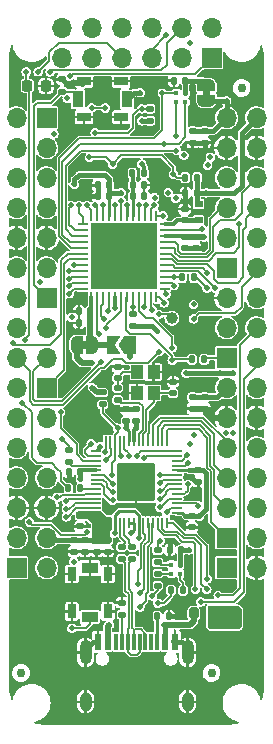
<source format=gbr>
G04 #@! TF.GenerationSoftware,KiCad,Pcbnew,(6.0.5)*
G04 #@! TF.CreationDate,2022-08-24T15:32:52-07:00*
G04 #@! TF.ProjectId,pico-ice,7069636f-2d69-4636-952e-6b696361645f,REV1*
G04 #@! TF.SameCoordinates,Original*
G04 #@! TF.FileFunction,Copper,L1,Top*
G04 #@! TF.FilePolarity,Positive*
%FSLAX46Y46*%
G04 Gerber Fmt 4.6, Leading zero omitted, Abs format (unit mm)*
G04 Created by KiCad (PCBNEW (6.0.5)) date 2022-08-24 15:32:52*
%MOMM*%
%LPD*%
G01*
G04 APERTURE LIST*
G04 Aperture macros list*
%AMRoundRect*
0 Rectangle with rounded corners*
0 $1 Rounding radius*
0 $2 $3 $4 $5 $6 $7 $8 $9 X,Y pos of 4 corners*
0 Add a 4 corners polygon primitive as box body*
4,1,4,$2,$3,$4,$5,$6,$7,$8,$9,$2,$3,0*
0 Add four circle primitives for the rounded corners*
1,1,$1+$1,$2,$3*
1,1,$1+$1,$4,$5*
1,1,$1+$1,$6,$7*
1,1,$1+$1,$8,$9*
0 Add four rect primitives between the rounded corners*
20,1,$1+$1,$2,$3,$4,$5,0*
20,1,$1+$1,$4,$5,$6,$7,0*
20,1,$1+$1,$6,$7,$8,$9,0*
20,1,$1+$1,$8,$9,$2,$3,0*%
%AMFreePoly0*
4,1,6,1.000000,0.000000,0.500000,-0.750000,-0.500000,-0.750000,-0.500000,0.750000,0.500000,0.750000,1.000000,0.000000,1.000000,0.000000,$1*%
%AMFreePoly1*
4,1,6,0.500000,-0.750000,-0.650000,-0.750000,-0.150000,0.000000,-0.650000,0.750000,0.500000,0.750000,0.500000,-0.750000,0.500000,-0.750000,$1*%
%AMFreePoly2*
4,1,22,0.500000,-0.750000,0.000000,-0.750000,0.000000,-0.745033,-0.079941,-0.743568,-0.215256,-0.701293,-0.333266,-0.622738,-0.424486,-0.514219,-0.481581,-0.384460,-0.499164,-0.250000,-0.500000,-0.250000,-0.500000,0.250000,-0.499164,0.250000,-0.499963,0.256109,-0.478152,0.396186,-0.417904,0.524511,-0.324060,0.630769,-0.204165,0.706417,-0.067858,0.745374,0.000000,0.744959,0.000000,0.750000,
0.500000,0.750000,0.500000,-0.750000,0.500000,-0.750000,$1*%
%AMFreePoly3*
4,1,20,0.000000,0.744959,0.073905,0.744508,0.209726,0.703889,0.328688,0.626782,0.421226,0.519385,0.479903,0.390333,0.500000,0.250000,0.500000,-0.250000,0.499851,-0.262216,0.476331,-0.402017,0.414519,-0.529596,0.319384,-0.634700,0.198574,-0.708877,0.061801,-0.746166,0.000000,-0.745033,0.000000,-0.750000,-0.500000,-0.750000,-0.500000,0.750000,0.000000,0.750000,0.000000,0.744959,
0.000000,0.744959,$1*%
G04 Aperture macros list end*
G04 #@! TA.AperFunction,SMDPad,CuDef*
%ADD10RoundRect,0.140000X0.170000X-0.140000X0.170000X0.140000X-0.170000X0.140000X-0.170000X-0.140000X0*%
G04 #@! TD*
G04 #@! TA.AperFunction,SMDPad,CuDef*
%ADD11RoundRect,0.135000X-0.185000X0.135000X-0.185000X-0.135000X0.185000X-0.135000X0.185000X0.135000X0*%
G04 #@! TD*
G04 #@! TA.AperFunction,SMDPad,CuDef*
%ADD12RoundRect,0.200000X0.200000X0.275000X-0.200000X0.275000X-0.200000X-0.275000X0.200000X-0.275000X0*%
G04 #@! TD*
G04 #@! TA.AperFunction,SMDPad,CuDef*
%ADD13RoundRect,0.140000X0.140000X0.170000X-0.140000X0.170000X-0.140000X-0.170000X0.140000X-0.170000X0*%
G04 #@! TD*
G04 #@! TA.AperFunction,SMDPad,CuDef*
%ADD14RoundRect,0.140000X-0.170000X0.140000X-0.170000X-0.140000X0.170000X-0.140000X0.170000X0.140000X0*%
G04 #@! TD*
G04 #@! TA.AperFunction,SMDPad,CuDef*
%ADD15RoundRect,0.218750X0.218750X0.256250X-0.218750X0.256250X-0.218750X-0.256250X0.218750X-0.256250X0*%
G04 #@! TD*
G04 #@! TA.AperFunction,SMDPad,CuDef*
%ADD16RoundRect,0.135000X-0.135000X-0.185000X0.135000X-0.185000X0.135000X0.185000X-0.135000X0.185000X0*%
G04 #@! TD*
G04 #@! TA.AperFunction,ComponentPad*
%ADD17R,1.700000X1.700000*%
G04 #@! TD*
G04 #@! TA.AperFunction,ComponentPad*
%ADD18O,1.700000X1.700000*%
G04 #@! TD*
G04 #@! TA.AperFunction,SMDPad,CuDef*
%ADD19R,0.950000X1.400000*%
G04 #@! TD*
G04 #@! TA.AperFunction,SMDPad,CuDef*
%ADD20R,1.150000X0.750000*%
G04 #@! TD*
G04 #@! TA.AperFunction,SMDPad,CuDef*
%ADD21RoundRect,0.135000X0.185000X-0.135000X0.185000X0.135000X-0.185000X0.135000X-0.185000X-0.135000X0*%
G04 #@! TD*
G04 #@! TA.AperFunction,SMDPad,CuDef*
%ADD22R,0.600000X1.450000*%
G04 #@! TD*
G04 #@! TA.AperFunction,SMDPad,CuDef*
%ADD23R,0.300000X1.450000*%
G04 #@! TD*
G04 #@! TA.AperFunction,ComponentPad*
%ADD24O,1.000000X2.100000*%
G04 #@! TD*
G04 #@! TA.AperFunction,ComponentPad*
%ADD25O,1.000000X1.600000*%
G04 #@! TD*
G04 #@! TA.AperFunction,SMDPad,CuDef*
%ADD26FreePoly0,180.000000*%
G04 #@! TD*
G04 #@! TA.AperFunction,SMDPad,CuDef*
%ADD27FreePoly1,180.000000*%
G04 #@! TD*
G04 #@! TA.AperFunction,SMDPad,CuDef*
%ADD28FreePoly2,0.000000*%
G04 #@! TD*
G04 #@! TA.AperFunction,SMDPad,CuDef*
%ADD29FreePoly3,0.000000*%
G04 #@! TD*
G04 #@! TA.AperFunction,SMDPad,CuDef*
%ADD30R,0.430000X0.430000*%
G04 #@! TD*
G04 #@! TA.AperFunction,SMDPad,CuDef*
%ADD31C,1.000000*%
G04 #@! TD*
G04 #@! TA.AperFunction,SMDPad,CuDef*
%ADD32C,0.750000*%
G04 #@! TD*
G04 #@! TA.AperFunction,SMDPad,CuDef*
%ADD33RoundRect,0.140000X-0.140000X-0.170000X0.140000X-0.170000X0.140000X0.170000X-0.140000X0.170000X0*%
G04 #@! TD*
G04 #@! TA.AperFunction,SMDPad,CuDef*
%ADD34R,1.400000X0.950000*%
G04 #@! TD*
G04 #@! TA.AperFunction,SMDPad,CuDef*
%ADD35R,0.750000X1.150000*%
G04 #@! TD*
G04 #@! TA.AperFunction,SMDPad,CuDef*
%ADD36RoundRect,0.050000X0.387500X0.050000X-0.387500X0.050000X-0.387500X-0.050000X0.387500X-0.050000X0*%
G04 #@! TD*
G04 #@! TA.AperFunction,SMDPad,CuDef*
%ADD37RoundRect,0.050000X0.050000X0.387500X-0.050000X0.387500X-0.050000X-0.387500X0.050000X-0.387500X0*%
G04 #@! TD*
G04 #@! TA.AperFunction,ComponentPad*
%ADD38C,0.600000*%
G04 #@! TD*
G04 #@! TA.AperFunction,SMDPad,CuDef*
%ADD39RoundRect,0.144000X1.456000X1.456000X-1.456000X1.456000X-1.456000X-1.456000X1.456000X-1.456000X0*%
G04 #@! TD*
G04 #@! TA.AperFunction,SMDPad,CuDef*
%ADD40R,1.000000X1.150000*%
G04 #@! TD*
G04 #@! TA.AperFunction,SMDPad,CuDef*
%ADD41R,0.700000X0.600000*%
G04 #@! TD*
G04 #@! TA.AperFunction,SMDPad,CuDef*
%ADD42RoundRect,0.062500X0.062500X-0.375000X0.062500X0.375000X-0.062500X0.375000X-0.062500X-0.375000X0*%
G04 #@! TD*
G04 #@! TA.AperFunction,SMDPad,CuDef*
%ADD43RoundRect,0.062500X0.375000X-0.062500X0.375000X0.062500X-0.375000X0.062500X-0.375000X-0.062500X0*%
G04 #@! TD*
G04 #@! TA.AperFunction,SMDPad,CuDef*
%ADD44R,5.600000X5.600000*%
G04 #@! TD*
G04 #@! TA.AperFunction,SMDPad,CuDef*
%ADD45FreePoly2,270.000000*%
G04 #@! TD*
G04 #@! TA.AperFunction,SMDPad,CuDef*
%ADD46FreePoly3,270.000000*%
G04 #@! TD*
G04 #@! TA.AperFunction,ViaPad*
%ADD47C,0.508000*%
G04 #@! TD*
G04 #@! TA.AperFunction,Conductor*
%ADD48C,0.381000*%
G04 #@! TD*
G04 #@! TA.AperFunction,Conductor*
%ADD49C,0.406400*%
G04 #@! TD*
G04 #@! TA.AperFunction,Conductor*
%ADD50C,0.152400*%
G04 #@! TD*
G04 #@! TA.AperFunction,Conductor*
%ADD51C,0.508000*%
G04 #@! TD*
G04 #@! TA.AperFunction,Conductor*
%ADD52C,0.254000*%
G04 #@! TD*
G04 #@! TA.AperFunction,Conductor*
%ADD53C,0.304800*%
G04 #@! TD*
G04 #@! TA.AperFunction,Conductor*
%ADD54C,0.228600*%
G04 #@! TD*
G04 APERTURE END LIST*
G36*
X68220400Y-102077800D02*
G01*
X67720400Y-102077800D01*
X67720400Y-101477800D01*
X68220400Y-101477800D01*
X68220400Y-102077800D01*
G37*
G36*
X78608200Y-80691800D02*
G01*
X78008200Y-80691800D01*
X78008200Y-80191800D01*
X78608200Y-80191800D01*
X78608200Y-80691800D01*
G37*
D10*
X72364600Y-108176000D03*
X72364600Y-107216000D03*
D11*
X66675000Y-110691200D03*
X66675000Y-111711200D03*
D12*
X78879200Y-124510800D03*
X77229200Y-124510800D03*
D13*
X68475800Y-98933000D03*
X67515800Y-98933000D03*
D14*
X77063600Y-116258400D03*
X77063600Y-117218400D03*
X67081400Y-118315800D03*
X67081400Y-119275800D03*
X69977000Y-118315800D03*
X69977000Y-119275800D03*
D13*
X68475800Y-99898200D03*
X67515800Y-99898200D03*
D15*
X64719300Y-79832200D03*
X63144300Y-79832200D03*
D13*
X67637600Y-112496600D03*
X66677600Y-112496600D03*
X70076000Y-88265000D03*
X69116000Y-88265000D03*
D16*
X77087000Y-102997000D03*
X78107000Y-102997000D03*
D11*
X73533000Y-81786000D03*
X73533000Y-82806000D03*
D13*
X70076000Y-89204800D03*
X69116000Y-89204800D03*
D14*
X78155800Y-106200000D03*
X78155800Y-107160000D03*
D17*
X62230000Y-120650000D03*
D18*
X64770000Y-120650000D03*
D10*
X71501000Y-108176000D03*
X71501000Y-107216000D03*
D16*
X76223400Y-96062800D03*
X77243400Y-96062800D03*
D19*
X71594800Y-80975200D03*
X67444800Y-80975200D03*
D20*
X71094800Y-82500200D03*
X71094800Y-79450200D03*
X67944800Y-82500200D03*
X67944800Y-79450200D03*
D21*
X72034400Y-119890000D03*
X72034400Y-118870000D03*
D17*
X80010000Y-102870000D03*
D18*
X82550000Y-102870000D03*
X80010000Y-100330000D03*
X82550000Y-100330000D03*
X80010000Y-97790000D03*
X82550000Y-97790000D03*
D17*
X64770000Y-82550000D03*
D18*
X64770000Y-85090000D03*
X64770000Y-87630000D03*
X64770000Y-90170000D03*
X64770000Y-92710000D03*
X64770000Y-95250000D03*
X62230000Y-82550000D03*
X62230000Y-85090000D03*
X62230000Y-87630000D03*
X62230000Y-90170000D03*
X62230000Y-92710000D03*
X62230000Y-95250000D03*
D14*
X77140000Y-83680000D03*
X77140000Y-84640000D03*
D21*
X71126401Y-119890000D03*
X71126401Y-118870000D03*
D11*
X74168000Y-119149400D03*
X74168000Y-120169400D03*
D14*
X67614800Y-116182200D03*
X67614800Y-117142200D03*
D17*
X80010000Y-120650000D03*
D18*
X82550000Y-120650000D03*
D14*
X77419200Y-92608400D03*
X77419200Y-93568400D03*
D22*
X69140000Y-126892000D03*
X69940000Y-126892000D03*
D23*
X71140000Y-126892000D03*
X72140000Y-126892000D03*
X72640000Y-126892000D03*
X73640000Y-126892000D03*
D22*
X74840000Y-126892000D03*
X75640000Y-126892000D03*
X75640000Y-126892000D03*
X74840000Y-126892000D03*
D23*
X74140000Y-126892000D03*
X73140000Y-126892000D03*
X71640000Y-126892000D03*
X70640000Y-126892000D03*
D22*
X69940000Y-126892000D03*
X69140000Y-126892000D03*
D24*
X76710000Y-127807000D03*
D25*
X68070000Y-131987000D03*
X76710000Y-131987000D03*
D24*
X68070000Y-127807000D03*
D10*
X75488800Y-105839200D03*
X75488800Y-104879200D03*
D26*
X71845000Y-101777800D03*
D27*
X70395000Y-101777800D03*
D14*
X78156000Y-83680000D03*
X78156000Y-84640000D03*
D28*
X67320400Y-101777800D03*
D29*
X68620400Y-101777800D03*
D17*
X80010000Y-118110000D03*
D18*
X80010000Y-115570000D03*
X80010000Y-113030000D03*
X80010000Y-110490000D03*
X80010000Y-107950000D03*
X80010000Y-105410000D03*
X82550000Y-118110000D03*
X82550000Y-115570000D03*
X82550000Y-113030000D03*
X82550000Y-110490000D03*
X82550000Y-107950000D03*
X82550000Y-105410000D03*
D21*
X71145400Y-124614400D03*
X71145400Y-123594400D03*
D14*
X68046600Y-118315800D03*
X68046600Y-119275800D03*
D16*
X76502800Y-87604600D03*
X77522800Y-87604600D03*
D14*
X77622400Y-112397600D03*
X77622400Y-113357600D03*
D30*
X76534200Y-80463200D03*
X76534200Y-81233200D03*
X75764200Y-81233200D03*
X75764200Y-80463200D03*
D17*
X78740000Y-77470000D03*
D18*
X76200000Y-77470000D03*
X73660000Y-77470000D03*
X71120000Y-77470000D03*
X68580000Y-77470000D03*
X66040000Y-77470000D03*
X78740000Y-74930000D03*
X76200000Y-74930000D03*
X73660000Y-74930000D03*
X71120000Y-74930000D03*
X68580000Y-74930000D03*
X66040000Y-74930000D03*
D10*
X76454000Y-91236800D03*
X76454000Y-90276800D03*
D21*
X69519800Y-106809000D03*
X69519800Y-105789000D03*
D16*
X66622200Y-113919000D03*
X67642200Y-113919000D03*
D31*
X75387200Y-99517200D03*
D32*
X78740000Y-129540000D03*
D33*
X72085200Y-89204800D03*
X73045200Y-89204800D03*
D34*
X68427600Y-120683200D03*
X68427600Y-124833200D03*
D35*
X69952600Y-121183200D03*
X66902600Y-121183200D03*
X66902600Y-124333200D03*
X69952600Y-124333200D03*
D17*
X80010000Y-95250000D03*
D18*
X80010000Y-92710000D03*
X80010000Y-90170000D03*
X80010000Y-87630000D03*
X80010000Y-85090000D03*
X80010000Y-82550000D03*
X82550000Y-95250000D03*
X82550000Y-92710000D03*
X82550000Y-90170000D03*
X82550000Y-87630000D03*
X82550000Y-85090000D03*
X82550000Y-82550000D03*
D11*
X72085200Y-99185000D03*
X72085200Y-100205000D03*
D17*
X64770000Y-105410000D03*
D18*
X64770000Y-107950000D03*
X64770000Y-110490000D03*
X64770000Y-113030000D03*
X64770000Y-115570000D03*
X64770000Y-118110000D03*
X62230000Y-105410000D03*
X62230000Y-107950000D03*
X62230000Y-110490000D03*
X62230000Y-113030000D03*
X62230000Y-115570000D03*
X62230000Y-118110000D03*
D21*
X66090800Y-80316800D03*
X66090800Y-79296800D03*
D36*
X75802100Y-115985600D03*
X75802100Y-115585600D03*
X75802100Y-115185600D03*
X75802100Y-114785600D03*
X75802100Y-114385600D03*
X75802100Y-113985600D03*
X75802100Y-113585600D03*
X75802100Y-113185600D03*
X75802100Y-112785600D03*
X75802100Y-112385600D03*
X75802100Y-111985600D03*
X75802100Y-111585600D03*
X75802100Y-111185600D03*
X75802100Y-110785600D03*
D37*
X74964600Y-109948100D03*
X74564600Y-109948100D03*
X74164600Y-109948100D03*
X73764600Y-109948100D03*
X73364600Y-109948100D03*
X72964600Y-109948100D03*
X72564600Y-109948100D03*
X72164600Y-109948100D03*
X71764600Y-109948100D03*
X71364600Y-109948100D03*
X70964600Y-109948100D03*
X70564600Y-109948100D03*
X70164600Y-109948100D03*
X69764600Y-109948100D03*
D36*
X68927100Y-110785600D03*
X68927100Y-111185600D03*
X68927100Y-111585600D03*
X68927100Y-111985600D03*
X68927100Y-112385600D03*
X68927100Y-112785600D03*
X68927100Y-113185600D03*
X68927100Y-113585600D03*
X68927100Y-113985600D03*
X68927100Y-114385600D03*
X68927100Y-114785600D03*
X68927100Y-115185600D03*
X68927100Y-115585600D03*
X68927100Y-115985600D03*
D37*
X69764600Y-116823100D03*
X70164600Y-116823100D03*
X70564600Y-116823100D03*
X70964600Y-116823100D03*
X71364600Y-116823100D03*
X71764600Y-116823100D03*
X72164600Y-116823100D03*
X72564600Y-116823100D03*
X72964600Y-116823100D03*
X73364600Y-116823100D03*
X73764600Y-116823100D03*
X74164600Y-116823100D03*
X74564600Y-116823100D03*
X74964600Y-116823100D03*
D38*
X72364600Y-113385600D03*
X73639600Y-114660600D03*
X71089600Y-112110600D03*
X72364600Y-114660600D03*
X71089600Y-114660600D03*
D39*
X72364600Y-113385600D03*
D38*
X71089600Y-113385600D03*
X73639600Y-113385600D03*
X72364600Y-112110600D03*
X73639600Y-112110600D03*
D32*
X81280000Y-80010000D03*
D16*
X72032400Y-87223600D03*
X73052400Y-87223600D03*
D17*
X64770000Y-97790000D03*
D18*
X62230000Y-97790000D03*
X64770000Y-100330000D03*
X62230000Y-100330000D03*
X64770000Y-102870000D03*
X62230000Y-102870000D03*
D40*
X72426600Y-104077800D03*
X72426600Y-105827800D03*
X73826600Y-105827800D03*
X73826600Y-104077800D03*
D14*
X77139800Y-106200000D03*
X77139800Y-107160000D03*
D41*
X77647800Y-91225600D03*
X77647800Y-89825600D03*
D42*
X68573200Y-97722300D03*
X69073200Y-97722300D03*
X69573200Y-97722300D03*
X70073200Y-97722300D03*
X70573200Y-97722300D03*
X71073200Y-97722300D03*
X71573200Y-97722300D03*
X72073200Y-97722300D03*
X72573200Y-97722300D03*
X73073200Y-97722300D03*
X73573200Y-97722300D03*
X74073200Y-97722300D03*
D43*
X74760700Y-97034800D03*
X74760700Y-96534800D03*
X74760700Y-96034800D03*
X74760700Y-95534800D03*
X74760700Y-95034800D03*
X74760700Y-94534800D03*
X74760700Y-94034800D03*
X74760700Y-93534800D03*
X74760700Y-93034800D03*
X74760700Y-92534800D03*
X74760700Y-92034800D03*
X74760700Y-91534800D03*
D42*
X74073200Y-90847300D03*
X73573200Y-90847300D03*
X73073200Y-90847300D03*
X72573200Y-90847300D03*
X72073200Y-90847300D03*
X71573200Y-90847300D03*
X71073200Y-90847300D03*
X70573200Y-90847300D03*
X70073200Y-90847300D03*
X69573200Y-90847300D03*
X69073200Y-90847300D03*
X68573200Y-90847300D03*
D43*
X67885700Y-91534800D03*
X67885700Y-92034800D03*
X67885700Y-92534800D03*
X67885700Y-93034800D03*
X67885700Y-93534800D03*
X67885700Y-94034800D03*
X67885700Y-94534800D03*
X67885700Y-95034800D03*
X67885700Y-95534800D03*
X67885700Y-96034800D03*
X67885700Y-96534800D03*
X67885700Y-97034800D03*
D44*
X71323200Y-94284800D03*
D13*
X77492800Y-88900000D03*
X76532800Y-88900000D03*
D30*
X76102400Y-120366600D03*
X76102400Y-121136600D03*
X75332400Y-121136600D03*
X75332400Y-120366600D03*
D14*
X69011800Y-118315800D03*
X69011800Y-119275800D03*
D10*
X70789800Y-104569200D03*
X70789800Y-103609200D03*
D21*
X74193400Y-122150600D03*
X74193400Y-121130600D03*
D33*
X72062400Y-88239600D03*
X73022400Y-88239600D03*
D21*
X70789800Y-106428000D03*
X70789800Y-105408000D03*
D16*
X75309000Y-122555000D03*
X76329000Y-122555000D03*
X74140600Y-124739400D03*
X75160600Y-124739400D03*
D14*
X76454000Y-92608400D03*
X76454000Y-93568400D03*
D32*
X62611000Y-129540000D03*
D45*
X78308200Y-79791800D03*
D46*
X78308200Y-81091800D03*
D13*
X76527600Y-79400400D03*
X75567600Y-79400400D03*
X76146600Y-119126000D03*
X75186600Y-119126000D03*
D47*
X69723000Y-79375000D03*
X78130400Y-93370400D03*
X72517000Y-93472000D03*
X67945000Y-83464400D03*
X79705200Y-79832200D03*
X66954400Y-122783600D03*
X72517000Y-95504000D03*
X72517000Y-94488000D03*
X75184000Y-118465600D03*
X66217800Y-83566000D03*
X73406000Y-95504000D03*
X63042800Y-126111000D03*
X78841600Y-126796800D03*
X66832836Y-113162436D03*
X78054200Y-82321400D03*
X63042800Y-123215400D03*
X67310000Y-100584000D03*
X81864200Y-127558800D03*
X66344800Y-119278400D03*
X73406000Y-94488000D03*
X72517000Y-96520000D03*
X70840600Y-107213400D03*
X68453000Y-89204800D03*
X76123800Y-124561600D03*
X72136000Y-86182200D03*
X77012800Y-112979200D03*
X73406000Y-96520000D03*
X78155800Y-85217000D03*
X69977000Y-82499200D03*
X80772000Y-125425200D03*
X77292200Y-109397800D03*
X76913791Y-110136991D03*
X79806800Y-125425200D03*
X76581000Y-104165400D03*
X79476600Y-104190800D03*
X80772000Y-124460000D03*
X79936652Y-109211979D03*
X80568800Y-109220000D03*
X79806800Y-124460000D03*
X80594200Y-104190800D03*
X68656200Y-105384600D03*
X68097900Y-116182200D03*
X80010000Y-81102200D03*
X67640200Y-113131600D03*
X72694800Y-80416400D03*
X73914000Y-89306400D03*
X71069200Y-88874600D03*
X72364600Y-108813600D03*
X77698600Y-116255800D03*
X71907400Y-117729000D03*
X72821800Y-82804000D03*
X67132200Y-88163400D03*
X68656200Y-103276400D03*
X74091800Y-100634800D03*
X78308200Y-88900000D03*
X76835000Y-119126000D03*
X78130400Y-92633800D03*
X67081400Y-120116600D03*
X66520379Y-80905586D03*
X70561200Y-117678200D03*
X72567800Y-118084600D03*
X71501000Y-108813600D03*
X71069200Y-111201200D03*
X71729600Y-111201200D03*
X78359000Y-121564400D03*
X74723700Y-125476000D03*
X70078600Y-125476000D03*
X72491600Y-122021600D03*
X72669400Y-122809000D03*
X72669400Y-123977400D03*
X77368400Y-122478800D03*
X78333600Y-122478800D03*
X72821800Y-86461600D03*
X74269600Y-99187000D03*
X70586600Y-98679000D03*
X71565700Y-89966800D03*
X74752200Y-84785200D03*
X75768200Y-85318600D03*
X75768200Y-84048600D03*
X74574400Y-80467200D03*
X63042800Y-78638400D03*
X68224400Y-117652800D03*
X62966600Y-101346500D03*
X75413100Y-103073200D03*
X63322200Y-116763800D03*
X70789800Y-108813600D03*
X66903600Y-125755400D03*
X70332600Y-112826800D03*
X66903600Y-99415600D03*
X68905797Y-89966800D03*
X64236600Y-96469200D03*
X66040000Y-109702600D03*
X66446400Y-114960400D03*
X72059800Y-98526600D03*
X77622400Y-115392200D03*
X66763053Y-78993500D03*
X79044800Y-96977200D03*
X70358000Y-86461600D03*
X75565000Y-95991500D03*
X64058800Y-78638400D03*
X68402200Y-85902800D03*
X75514200Y-87299800D03*
X68580000Y-81711800D03*
X76403200Y-85725000D03*
X74727300Y-98211094D03*
X69748400Y-81711800D03*
X75082400Y-88874600D03*
X74879200Y-97459800D03*
X65074800Y-78638400D03*
X72821800Y-81788000D03*
X68884800Y-83794600D03*
X65963800Y-107492800D03*
X67538600Y-89966800D03*
X70358000Y-113538000D03*
X74371200Y-118364000D03*
X73710800Y-123012200D03*
X70358000Y-114261204D03*
X70358000Y-114935000D03*
X74193400Y-123647200D03*
X73050400Y-98602800D03*
X78359000Y-96977200D03*
X74371200Y-115519200D03*
X62712600Y-106680000D03*
X71856600Y-102819200D03*
X74930000Y-115951000D03*
X75565000Y-96748600D03*
X75717400Y-89357200D03*
X76708000Y-113588800D03*
X76936600Y-76200000D03*
X74904600Y-75539600D03*
X77216000Y-98348800D03*
X78391664Y-95649136D03*
X73232080Y-89893185D03*
X74380977Y-114856965D03*
X74625200Y-90855800D03*
X74371200Y-114122200D03*
X74371200Y-113461800D03*
X81076800Y-91567000D03*
X74371200Y-112801400D03*
X76733400Y-111785400D03*
X77216000Y-99568000D03*
X73863200Y-89966800D03*
X77927200Y-91948000D03*
X76703300Y-111099600D03*
X73025000Y-111379000D03*
X78638400Y-85877400D03*
X72390000Y-111201200D03*
X78409800Y-86563200D03*
X69824600Y-111506000D03*
X69743492Y-110872776D03*
X69265800Y-110388400D03*
X68554600Y-110134400D03*
X79298800Y-122986800D03*
X66446400Y-115671600D03*
X66446400Y-116332000D03*
X77825600Y-123520200D03*
X69176017Y-100806081D03*
X65379600Y-83896200D03*
X69646800Y-99593400D03*
X69968216Y-98903062D03*
X69824600Y-100304600D03*
X69367400Y-103251000D03*
X74320400Y-102336600D03*
X75392636Y-102026364D03*
X73693307Y-98799116D03*
X72580700Y-89966800D03*
X71073200Y-89566755D03*
X70580700Y-89966800D03*
X69540300Y-89966800D03*
X68224400Y-89966800D03*
X66878200Y-89966800D03*
X61899800Y-101650800D03*
X67056000Y-94991500D03*
X66699420Y-95516326D03*
X66699420Y-96150829D03*
X66699420Y-96785332D03*
X66699420Y-97434400D03*
X65684400Y-114655600D03*
D48*
X78156000Y-85216800D02*
X78155800Y-85217000D01*
X76532800Y-88900000D02*
X76532800Y-90198000D01*
X77419200Y-93568400D02*
X77932400Y-93568400D01*
D49*
X76710000Y-127383000D02*
X76710000Y-127807000D01*
D48*
X77932400Y-93568400D02*
X78130400Y-93370400D01*
X77391200Y-113357600D02*
X77012800Y-112979200D01*
X75186600Y-118468200D02*
X75184000Y-118465600D01*
D49*
X66397600Y-79603600D02*
X66903600Y-79603600D01*
X75160600Y-124739400D02*
X75946000Y-124739400D01*
D48*
X78156000Y-84640000D02*
X78156000Y-85216800D01*
D49*
X69140000Y-126892000D02*
X68688000Y-126892000D01*
X66090800Y-79296800D02*
X66397600Y-79603600D01*
D48*
X69116000Y-88265000D02*
X69116000Y-89204800D01*
D49*
X68688000Y-126892000D02*
X68070000Y-127510000D01*
X75946000Y-124739400D02*
X76123800Y-124561600D01*
D48*
X71501000Y-107216000D02*
X70843200Y-107216000D01*
D49*
X75640000Y-126892000D02*
X76219000Y-126892000D01*
D48*
X70843200Y-107216000D02*
X70840600Y-107213400D01*
D50*
X73364600Y-109288304D02*
X73485680Y-109167224D01*
D48*
X76532800Y-90198000D02*
X76454000Y-90276800D01*
D51*
X78155800Y-107160000D02*
X77139800Y-107160000D01*
D48*
X66677600Y-113007200D02*
X66832836Y-113162436D01*
X67791400Y-79603600D02*
X66903600Y-79603600D01*
X76454000Y-93568400D02*
X77419200Y-93568400D01*
D51*
X78945800Y-107950000D02*
X78155800Y-107160000D01*
D48*
X77622400Y-113357600D02*
X77391200Y-113357600D01*
X72364600Y-107216000D02*
X71501000Y-107216000D01*
X67740600Y-79654400D02*
X67944800Y-79450200D01*
D50*
X73485680Y-108200520D02*
X74526200Y-107160000D01*
D48*
X67944800Y-79450200D02*
X67791400Y-79603600D01*
D50*
X73364600Y-109948100D02*
X73364600Y-109288304D01*
D48*
X69116000Y-89204800D02*
X68453000Y-89204800D01*
D51*
X80010000Y-107950000D02*
X78945800Y-107950000D01*
D49*
X68070000Y-127510000D02*
X68070000Y-127807000D01*
D50*
X74526200Y-107160000D02*
X77139800Y-107160000D01*
D49*
X76219000Y-126892000D02*
X76710000Y-127383000D01*
D48*
X78156000Y-84640000D02*
X77140000Y-84640000D01*
X75186600Y-119126000D02*
X75186600Y-118468200D01*
D49*
X66347400Y-119275800D02*
X66344800Y-119278400D01*
D48*
X66677600Y-112496600D02*
X66677600Y-113007200D01*
D50*
X73485680Y-109167224D02*
X73485680Y-108200520D01*
D48*
X75517800Y-79450200D02*
X75567600Y-79400400D01*
X76581000Y-104165400D02*
X80568800Y-104165400D01*
X80568800Y-104165400D02*
X80594200Y-104190800D01*
D50*
X73826600Y-105827800D02*
X73826600Y-106640400D01*
X73202319Y-109056133D02*
X72964600Y-109293852D01*
X75477400Y-105827800D02*
X73826600Y-105827800D01*
X73202320Y-107264680D02*
X73202319Y-109056133D01*
X73826600Y-106640400D02*
X73202320Y-107264680D01*
X75488800Y-105839200D02*
X75477400Y-105827800D01*
X72964600Y-109293852D02*
X72964600Y-109948100D01*
X72623279Y-106680000D02*
X71041800Y-106680000D01*
X72923400Y-108940600D02*
X72923400Y-106980121D01*
X72923400Y-106980121D02*
X72623279Y-106680000D01*
X72564600Y-109948100D02*
X72564600Y-109299400D01*
X72564600Y-109299400D02*
X72923400Y-108940600D01*
X71041800Y-106680000D02*
X70789800Y-106428000D01*
D48*
X69748400Y-87401400D02*
X67487800Y-87401400D01*
X70076000Y-88770400D02*
X70076000Y-88265000D01*
D52*
X75811500Y-112395000D02*
X75802100Y-112385600D01*
D51*
X67741800Y-103276400D02*
X67320400Y-102855000D01*
X67320400Y-102855000D02*
X67320400Y-101777800D01*
D48*
X67637600Y-113129000D02*
X67640200Y-113131600D01*
D51*
X69011800Y-118315800D02*
X69977000Y-118315800D01*
D48*
X77698600Y-116255800D02*
X77066200Y-116255800D01*
X72823800Y-82806000D02*
X72821800Y-82804000D01*
X78308200Y-81091800D02*
X79999600Y-81091800D01*
D53*
X68927100Y-112385600D02*
X67748600Y-112385600D01*
D48*
X67132200Y-87757000D02*
X67132200Y-88163400D01*
X77522800Y-87604600D02*
X77522800Y-88870000D01*
D51*
X68656200Y-103276400D02*
X67741800Y-103276400D01*
D52*
X76260000Y-115985600D02*
X76530200Y-116255800D01*
D48*
X80670400Y-88900000D02*
X81280000Y-88290400D01*
D51*
X78105000Y-92608400D02*
X78130400Y-92633800D01*
D48*
X77492800Y-88900000D02*
X78308200Y-88900000D01*
X81280000Y-83820000D02*
X82550000Y-82550000D01*
D52*
X70073200Y-89207600D02*
X70076000Y-89204800D01*
D48*
X78249420Y-115704980D02*
X77698600Y-116255800D01*
X73662000Y-100205000D02*
X74091800Y-100634800D01*
X77066200Y-116255800D02*
X77063600Y-116258400D01*
X76532800Y-116258400D02*
X76530200Y-116255800D01*
X76102400Y-119170200D02*
X76146600Y-119126000D01*
D52*
X75802100Y-115985600D02*
X76260000Y-115985600D01*
D51*
X69060600Y-105789000D02*
X68656200Y-105384600D01*
D48*
X77622400Y-112397600D02*
X76863000Y-112397600D01*
D53*
X68927100Y-115985600D02*
X68294500Y-115985600D01*
D48*
X72694800Y-80416400D02*
X72153600Y-80416400D01*
D52*
X72164600Y-116823100D02*
X72164600Y-117471800D01*
D53*
X74760700Y-92534800D02*
X76380400Y-92534800D01*
X72164600Y-109948100D02*
X72164600Y-109013600D01*
D51*
X77419200Y-92608400D02*
X78105000Y-92608400D01*
D48*
X77622400Y-112397600D02*
X78006000Y-112397600D01*
X77492800Y-89696000D02*
X77622400Y-89825600D01*
X78155800Y-106200000D02*
X79220000Y-106200000D01*
X72085200Y-100205000D02*
X73662000Y-100205000D01*
X78006000Y-112397600D02*
X78249420Y-112641020D01*
X79999600Y-81091800D02*
X80010000Y-81102200D01*
D52*
X76860400Y-112395000D02*
X75811500Y-112395000D01*
D48*
X77522800Y-88870000D02*
X77492800Y-88900000D01*
X76146600Y-119126000D02*
X76835000Y-119126000D01*
X70076000Y-88265000D02*
X70076000Y-87729000D01*
X73533000Y-82806000D02*
X72823800Y-82806000D01*
X77063600Y-116258400D02*
X76532800Y-116258400D01*
X81280000Y-88290400D02*
X81280000Y-83820000D01*
D51*
X67614800Y-116182200D02*
X68097900Y-116182200D01*
D48*
X70076000Y-87729000D02*
X69748400Y-87401400D01*
X64770000Y-118110000D02*
X64975800Y-118315800D01*
X77139800Y-106200000D02*
X78155800Y-106200000D01*
D53*
X76380400Y-92534800D02*
X76454000Y-92608400D01*
X67748600Y-112385600D02*
X67637600Y-112496600D01*
D48*
X77492800Y-88900000D02*
X77492800Y-89696000D01*
X72364600Y-108176000D02*
X72364600Y-108813600D01*
X78308200Y-88900000D02*
X80670400Y-88900000D01*
X64975800Y-118315800D02*
X69011800Y-118315800D01*
D52*
X71764600Y-116823100D02*
X72164600Y-116823100D01*
D48*
X80010000Y-81102200D02*
X80010000Y-82550000D01*
X78880000Y-83680000D02*
X80010000Y-82550000D01*
D53*
X72164600Y-109013600D02*
X72364600Y-108813600D01*
D48*
X76860400Y-112395000D02*
X76863000Y-112397600D01*
X70076000Y-89204800D02*
X70076000Y-88770400D01*
D52*
X70073200Y-90847300D02*
X70073200Y-89207600D01*
D48*
X70180200Y-88874600D02*
X70076000Y-88770400D01*
X72153600Y-80416400D02*
X71594800Y-80975200D01*
X67637600Y-112496600D02*
X67637600Y-113129000D01*
D51*
X69519800Y-105789000D02*
X69060600Y-105789000D01*
D53*
X77661200Y-112385600D02*
X77673200Y-112397600D01*
D48*
X71069200Y-88874600D02*
X70180200Y-88874600D01*
X77140000Y-83680000D02*
X78156000Y-83680000D01*
D51*
X77419200Y-92608400D02*
X76454000Y-92608400D01*
D48*
X78249420Y-112641020D02*
X78249420Y-115704980D01*
D53*
X68294500Y-115985600D02*
X68097900Y-116182200D01*
D48*
X67487800Y-87401400D02*
X67132200Y-87757000D01*
D52*
X72164600Y-117471800D02*
X71907400Y-117729000D01*
D48*
X79220000Y-106200000D02*
X80010000Y-105410000D01*
X76102400Y-120366600D02*
X76102400Y-119170200D01*
X78156000Y-83680000D02*
X78880000Y-83680000D01*
D52*
X70564600Y-116823100D02*
X70564600Y-117674800D01*
X70564600Y-116201600D02*
X70564600Y-116823100D01*
X70916800Y-115849400D02*
X70564600Y-116201600D01*
X72564600Y-116201800D02*
X72212200Y-115849400D01*
D48*
X71501000Y-108176000D02*
X71501000Y-108813600D01*
D54*
X71764600Y-109948100D02*
X71764600Y-109077200D01*
D52*
X70564600Y-117674800D02*
X70561200Y-117678200D01*
D54*
X71764600Y-109077200D02*
X71501000Y-108813600D01*
D52*
X72564600Y-118081400D02*
X72567800Y-118084600D01*
X72564600Y-116823100D02*
X72564600Y-116201800D01*
X72212200Y-115849400D02*
X70916800Y-115849400D01*
X72564600Y-116823100D02*
X72564600Y-118081400D01*
D50*
X70964600Y-109948100D02*
X70964600Y-111096600D01*
X70964600Y-111096600D02*
X71069200Y-111201200D01*
X71364600Y-109948100D02*
X71364600Y-110607600D01*
X71364600Y-110607600D02*
X71399400Y-110642400D01*
X71729600Y-110972600D02*
X71729600Y-111201200D01*
X71399400Y-110642400D02*
X71628000Y-110871000D01*
X71628000Y-110871000D02*
X71729600Y-110972600D01*
X78359000Y-121564400D02*
X78359000Y-118795800D01*
X77445561Y-117882361D02*
X76531161Y-117882361D01*
X78359000Y-118795800D02*
X77445561Y-117882361D01*
X75471900Y-116823100D02*
X74964600Y-116823100D01*
X76531161Y-117882361D02*
X75471900Y-116823100D01*
D51*
X77229200Y-125158000D02*
X76911200Y-125476000D01*
X76911200Y-125476000D02*
X76250800Y-125476000D01*
X69940000Y-126892000D02*
X69940000Y-125614600D01*
X77229200Y-124510800D02*
X77229200Y-125158000D01*
X76250800Y-125476000D02*
X74723700Y-125476000D01*
D52*
X74840000Y-125592300D02*
X74723700Y-125476000D01*
D51*
X69940000Y-125614600D02*
X70078600Y-125476000D01*
D49*
X74840000Y-126892000D02*
X74840000Y-125592300D01*
D50*
X73126600Y-117881400D02*
X72964600Y-117719400D01*
X72771000Y-120624600D02*
X72771000Y-118592600D01*
X72491600Y-120904000D02*
X72771000Y-120624600D01*
X72964600Y-117719400D02*
X72964600Y-116823100D01*
X73126600Y-118237000D02*
X73126600Y-117881400D01*
X73126600Y-118237000D02*
X72771000Y-118592600D01*
X72491600Y-122021600D02*
X72491600Y-120904000D01*
X73364600Y-116823100D02*
X73405520Y-116864020D01*
X73049920Y-118708132D02*
X73049920Y-122428480D01*
X73049920Y-122428480D02*
X72669400Y-122809000D01*
X73405520Y-118352532D02*
X73049920Y-118708132D01*
X73405520Y-116864020D02*
X73405520Y-118352532D01*
X73328840Y-118847560D02*
X73328840Y-122682960D01*
X73736200Y-118440200D02*
X73328840Y-118847560D01*
X73177400Y-122834400D02*
X73177400Y-123469400D01*
X73764600Y-116823100D02*
X73736200Y-116851500D01*
X73328840Y-122682960D02*
X73177400Y-122834400D01*
X73177400Y-123469400D02*
X72669400Y-123977400D01*
X73736200Y-116851500D02*
X73736200Y-118440200D01*
X75717400Y-117881400D02*
X74701400Y-117881400D01*
X77139800Y-118440200D02*
X76276200Y-118440200D01*
X74701400Y-117881400D02*
X74164600Y-117344600D01*
X74164600Y-117344600D02*
X74164600Y-116823100D01*
X77368400Y-118668800D02*
X77139800Y-118440200D01*
X77368400Y-122478800D02*
X77368400Y-118668800D01*
X76276200Y-118440200D02*
X75717400Y-117881400D01*
X78333600Y-122478800D02*
X77851000Y-121996200D01*
X77851000Y-121996200D02*
X77851000Y-118719600D01*
X76403681Y-118161281D02*
X75837674Y-117595274D01*
X74564600Y-117350148D02*
X74564600Y-116823100D01*
X77292681Y-118161281D02*
X76403681Y-118161281D01*
X75837674Y-117595274D02*
X74809726Y-117595274D01*
X74809726Y-117595274D02*
X74564600Y-117350148D01*
X77851000Y-118719600D02*
X77292681Y-118161281D01*
X72036685Y-122781641D02*
X72036685Y-125701184D01*
X72140000Y-126892000D02*
X72140000Y-126014600D01*
X71727085Y-122472041D02*
X72036685Y-122781641D01*
X72140000Y-125804499D02*
X72140000Y-126892000D01*
X72034400Y-119890000D02*
X71727085Y-120197315D01*
X72771000Y-125857000D02*
X73140000Y-126226000D01*
X71727085Y-120197315D02*
X71727085Y-122472041D01*
X72297600Y-125857000D02*
X72771000Y-125857000D01*
X72036685Y-125701184D02*
X72140000Y-125804499D01*
X72140000Y-126014600D02*
X72297600Y-125857000D01*
X73140000Y-126226000D02*
X73140000Y-126892000D01*
X71743315Y-122903159D02*
X71743315Y-125701184D01*
X71886600Y-128016000D02*
X72390000Y-128016000D01*
X71433715Y-122593559D02*
X71743315Y-122903159D01*
X71433715Y-120197315D02*
X71433715Y-122593559D01*
X71640000Y-126892000D02*
X71640000Y-127769400D01*
X71640000Y-125804499D02*
X71640000Y-126892000D01*
X72390000Y-128016000D02*
X72640000Y-127766000D01*
X71126401Y-119890000D02*
X71433715Y-120197315D01*
X71743315Y-125701184D02*
X71640000Y-125804499D01*
X72640000Y-127766000D02*
X72640000Y-126892000D01*
X71640000Y-127769400D02*
X71886600Y-128016000D01*
X70789800Y-104569200D02*
X70789800Y-105408000D01*
X71281200Y-104077800D02*
X70789800Y-104569200D01*
X72426600Y-104077800D02*
X71281200Y-104077800D01*
D53*
X73052400Y-87223600D02*
X73052400Y-86692200D01*
X73052400Y-86692200D02*
X72821800Y-86461600D01*
D50*
X75057000Y-99187000D02*
X75387200Y-99517200D01*
X74269600Y-99187000D02*
X75057000Y-99187000D01*
D53*
X70573200Y-97722300D02*
X70573200Y-98665600D01*
D52*
X71573200Y-89974300D02*
X71565700Y-89966800D01*
D53*
X70573200Y-98665600D02*
X70586600Y-98679000D01*
D52*
X71573200Y-90847300D02*
X71573200Y-89974300D01*
D51*
X68475800Y-99898200D02*
X68475800Y-98933000D01*
D53*
X68573200Y-98835600D02*
X68475800Y-98933000D01*
D51*
X68475800Y-101633200D02*
X68620400Y-101777800D01*
X68475800Y-99898200D02*
X68475800Y-101633200D01*
X70129400Y-101777800D02*
X68620400Y-101777800D01*
D50*
X70395000Y-101777800D02*
X70129400Y-101777800D01*
D53*
X68573200Y-97722300D02*
X68573200Y-98835600D01*
D48*
X76454000Y-91236800D02*
X77636600Y-91236800D01*
D53*
X75819000Y-91236800D02*
X76454000Y-91236800D01*
D48*
X77636600Y-91236800D02*
X77647800Y-91225600D01*
D53*
X74760700Y-91534800D02*
X75521000Y-91534800D01*
X75521000Y-91534800D02*
X75819000Y-91236800D01*
D48*
X76527600Y-79400400D02*
X76527600Y-80456600D01*
X77916800Y-79400400D02*
X78308200Y-79791800D01*
X76527600Y-79400400D02*
X77916800Y-79400400D01*
X76527600Y-80456600D02*
X76534200Y-80463200D01*
D53*
X72085200Y-89204800D02*
X72085200Y-88262400D01*
D52*
X72073200Y-90847300D02*
X72073200Y-89216800D01*
X72073200Y-89216800D02*
X72085200Y-89204800D01*
D53*
X72062400Y-88239600D02*
X72062400Y-87253600D01*
X72085200Y-88262400D02*
X72062400Y-88239600D01*
X72062400Y-87253600D02*
X72032400Y-87223600D01*
D50*
X66720400Y-93034800D02*
X66116200Y-92430600D01*
X76534200Y-84197000D02*
X76534200Y-81233200D01*
X66116200Y-86283800D02*
X67614800Y-84785200D01*
X75946000Y-84785200D02*
X76534200Y-84197000D01*
X66116200Y-92430600D02*
X66116200Y-86283800D01*
X67614800Y-84785200D02*
X74752200Y-84785200D01*
X74752200Y-84785200D02*
X75946000Y-84785200D01*
X67885700Y-93034800D02*
X66720400Y-93034800D01*
X67665600Y-85318600D02*
X75768200Y-85318600D01*
X75764200Y-81233200D02*
X75764200Y-84044600D01*
X66395120Y-91972920D02*
X66395120Y-86589080D01*
X66957000Y-92534800D02*
X66395120Y-91972920D01*
X66395120Y-86589080D02*
X67665600Y-85318600D01*
X67885700Y-92534800D02*
X66957000Y-92534800D01*
X75764200Y-84044600D02*
X75768200Y-84048600D01*
X66825948Y-93534800D02*
X67885700Y-93534800D01*
X67538600Y-84277200D02*
X65837280Y-85978520D01*
X74574400Y-83566000D02*
X73863200Y-84277200D01*
X74574400Y-80467200D02*
X74574400Y-83566000D01*
X65837280Y-85978520D02*
X65837280Y-92546132D01*
X75764200Y-80463200D02*
X74578400Y-80463200D01*
X73863200Y-84277200D02*
X67538600Y-84277200D01*
X74578400Y-80463200D02*
X74574400Y-80467200D01*
X65837280Y-92546132D02*
X66825948Y-93534800D01*
X77087000Y-102997000D02*
X75489300Y-102997000D01*
X63322200Y-100914200D02*
X62966600Y-101269800D01*
X71537080Y-97758420D02*
X71537080Y-100493080D01*
X63550800Y-116992400D02*
X65176400Y-116992400D01*
X71869080Y-100825080D02*
X73494680Y-100825080D01*
X66014600Y-117830600D02*
X68046600Y-117830600D01*
X62966600Y-101269800D02*
X62966600Y-101346500D01*
X75489300Y-102997000D02*
X75413100Y-103073200D01*
X68046600Y-117830600D02*
X68224400Y-117652800D01*
X65176400Y-116992400D02*
X66014600Y-117830600D01*
X63322200Y-116763800D02*
X63550800Y-116992400D01*
X63042800Y-78638400D02*
X63042800Y-79730700D01*
X75361800Y-103021900D02*
X75413100Y-103073200D01*
X63322200Y-80010100D02*
X63322200Y-100914200D01*
X63042800Y-79730700D02*
X63144300Y-79832200D01*
X73494680Y-100825080D02*
X75361800Y-102692200D01*
X71573200Y-97722300D02*
X71537080Y-97758420D01*
X71537080Y-100493080D02*
X71869080Y-100825080D01*
X75361800Y-102692200D02*
X75361800Y-103021900D01*
X63144300Y-79832200D02*
X63322200Y-80010100D01*
X76102400Y-121695400D02*
X76329000Y-121922000D01*
X76329000Y-121922000D02*
X76329000Y-122555000D01*
X76102400Y-121136600D02*
X76102400Y-121695400D01*
X74193400Y-121130600D02*
X75326400Y-121130600D01*
X75326400Y-121130600D02*
X75332400Y-121136600D01*
X75332400Y-120366600D02*
X74426000Y-120366600D01*
X70564600Y-111502600D02*
X70332600Y-111734600D01*
X68097400Y-125755400D02*
X66903600Y-125755400D01*
X70789800Y-109169200D02*
X70789800Y-108813600D01*
X70564600Y-109948100D02*
X70564600Y-109394400D01*
X70564600Y-109394400D02*
X70789800Y-109169200D01*
X70564600Y-109948100D02*
X70564600Y-111502600D01*
X68427600Y-124833200D02*
X68427600Y-125425200D01*
X69519800Y-106809000D02*
X69519800Y-107543600D01*
X68427600Y-125425200D02*
X68097400Y-125755400D01*
X69519800Y-107543600D02*
X70789800Y-108813600D01*
X70332600Y-111734600D02*
X70332600Y-112826800D01*
X71364600Y-116823100D02*
X71311285Y-116876415D01*
X71311285Y-116876415D02*
X71311285Y-117890641D01*
X71311285Y-117890641D02*
X71727085Y-118306441D01*
X71727085Y-118306441D02*
X71727085Y-118562685D01*
X71727085Y-118562685D02*
X72034400Y-118870000D01*
X66675000Y-110337600D02*
X66040000Y-109702600D01*
X69073200Y-90847300D02*
X69073200Y-90134203D01*
X69073200Y-90134203D02*
X68905797Y-89966800D01*
X66675000Y-110691200D02*
X66675000Y-110337600D01*
X68925380Y-111983880D02*
X66947680Y-111983880D01*
X68927100Y-111985600D02*
X68925380Y-111983880D01*
X66947680Y-111983880D02*
X66675000Y-111711200D01*
X66621200Y-114785600D02*
X66446400Y-114960400D01*
X72059800Y-98526600D02*
X72059800Y-99159600D01*
X72073200Y-98513200D02*
X72059800Y-98526600D01*
X68927100Y-114785600D02*
X66621200Y-114785600D01*
X72073200Y-97722300D02*
X72073200Y-98513200D01*
X72059800Y-99159600D02*
X72085200Y-99185000D01*
X77368400Y-78841600D02*
X78740000Y-77470000D01*
X77602400Y-95534800D02*
X79044800Y-96977200D01*
X75802100Y-115185600D02*
X77415800Y-115185600D01*
X66914953Y-78841600D02*
X77368400Y-78841600D01*
X77415800Y-115185600D02*
X77622400Y-115392200D01*
X66763053Y-78993500D02*
X66914953Y-78841600D01*
X74760700Y-95534800D02*
X77602400Y-95534800D01*
X75521700Y-96034800D02*
X75565000Y-95991500D01*
X64058800Y-78638400D02*
X64973200Y-77724000D01*
X75565000Y-95991500D02*
X76152100Y-95991500D01*
X64973200Y-77012800D02*
X65786000Y-76200000D01*
X75819000Y-87604600D02*
X75514200Y-87299800D01*
X69850000Y-76200000D02*
X71120000Y-77470000D01*
X76152100Y-95991500D02*
X76223400Y-96062800D01*
X75514200Y-87299800D02*
X75514200Y-86690200D01*
X65786000Y-76200000D02*
X69850000Y-76200000D01*
X64973200Y-77724000D02*
X64973200Y-77012800D01*
X76502800Y-87604600D02*
X75819000Y-87604600D01*
X74549000Y-85725000D02*
X75514200Y-86690200D01*
X74760700Y-96034800D02*
X75521700Y-96034800D01*
X71094600Y-85725000D02*
X74549000Y-85725000D01*
X70358000Y-86461600D02*
X71094600Y-85725000D01*
X69799200Y-85902800D02*
X70358000Y-86461600D01*
X68402200Y-85902800D02*
X69799200Y-85902800D01*
X74278100Y-97722300D02*
X74295000Y-97739200D01*
X74727300Y-98171500D02*
X74727300Y-98211094D01*
X74073200Y-97722300D02*
X74278100Y-97722300D01*
X74295000Y-97739200D02*
X74727300Y-98171500D01*
X69748400Y-81711800D02*
X68580000Y-81711800D01*
X74930000Y-78054200D02*
X74930000Y-76200000D01*
X65074800Y-78638400D02*
X65176400Y-78536800D01*
X74930000Y-76200000D02*
X76200000Y-74930000D01*
X65176400Y-78536800D02*
X74447400Y-78536800D01*
X74447400Y-78536800D02*
X74930000Y-78054200D01*
X74760700Y-97034800D02*
X74760700Y-97341300D01*
X74760700Y-97341300D02*
X74879200Y-97459800D01*
X73533000Y-81786000D02*
X72823800Y-81786000D01*
X65963800Y-107492800D02*
X65963800Y-108813600D01*
X67885700Y-91534800D02*
X67885700Y-90923500D01*
X72059800Y-82321400D02*
X72593200Y-81788000D01*
X65963800Y-108813600D02*
X67335400Y-110185200D01*
X67872200Y-111585600D02*
X68927100Y-111585600D01*
X67885700Y-90923500D02*
X67538600Y-90576400D01*
X67335400Y-110185200D02*
X67335400Y-111048800D01*
X72059800Y-83413600D02*
X72059800Y-82321400D01*
X68884800Y-83794600D02*
X71678800Y-83794600D01*
X72823800Y-81786000D02*
X72821800Y-81788000D01*
X67335400Y-111048800D02*
X67872200Y-111585600D01*
X67538600Y-90576400D02*
X67538600Y-89966800D01*
X72593200Y-81788000D02*
X72821800Y-81788000D01*
X71678800Y-83794600D02*
X72059800Y-83413600D01*
X68927100Y-112785600D02*
X69605600Y-112785600D01*
X74168000Y-119149400D02*
X74168000Y-118567200D01*
X74168000Y-118567200D02*
X74371200Y-118364000D01*
X69605600Y-112785600D02*
X70358000Y-113538000D01*
X69875400Y-113792000D02*
X69875400Y-113487200D01*
X74193400Y-122529600D02*
X73710800Y-123012200D01*
X69875400Y-113487200D02*
X69573800Y-113185600D01*
X70358000Y-114261204D02*
X70344604Y-114261204D01*
X74193400Y-122150600D02*
X74193400Y-122529600D01*
X70344604Y-114261204D02*
X69875400Y-113792000D01*
X69573800Y-113185600D02*
X68927100Y-113185600D01*
X75006200Y-123342400D02*
X74701400Y-123647200D01*
X75309000Y-122555000D02*
X75309000Y-123039600D01*
X70129400Y-114935000D02*
X70358000Y-114935000D01*
X68927100Y-113585600D02*
X69364200Y-113585600D01*
X69596480Y-113817880D02*
X69596480Y-114402080D01*
X75309000Y-123039600D02*
X75006200Y-123342400D01*
X69364200Y-113585600D02*
X69596480Y-113817880D01*
X74701400Y-123647200D02*
X74193400Y-123647200D01*
X69596480Y-114402080D02*
X70129400Y-114935000D01*
X73073200Y-98580000D02*
X73050400Y-98602800D01*
X66090800Y-80316800D02*
X65127600Y-81280000D01*
X63677800Y-81536778D02*
X63677800Y-96697800D01*
X67083400Y-80316800D02*
X66090800Y-80316800D01*
X73073200Y-97722300D02*
X73073200Y-98580000D01*
X63677800Y-96697800D02*
X64770000Y-97790000D01*
X67444800Y-80975200D02*
X67444800Y-80678200D01*
X63934578Y-81280000D02*
X63677800Y-81536778D01*
X67444800Y-80678200D02*
X67083400Y-80316800D01*
X65127600Y-81280000D02*
X63934578Y-81280000D01*
X77444600Y-96062800D02*
X78359000Y-96977200D01*
X74422000Y-115519200D02*
X74371200Y-115519200D01*
X77243400Y-96062800D02*
X77444600Y-96062800D01*
X75802100Y-114785600D02*
X75155600Y-114785600D01*
X75155600Y-114785600D02*
X74422000Y-115519200D01*
X65989200Y-113286000D02*
X65989200Y-112801400D01*
X65989200Y-112547400D02*
X65684400Y-112242600D01*
X63957200Y-111760000D02*
X63652400Y-111455200D01*
X63500000Y-111302800D02*
X63500000Y-110007400D01*
X66622200Y-113919000D02*
X65989200Y-113286000D01*
X65201800Y-111760000D02*
X64414400Y-111760000D01*
X64414400Y-111760000D02*
X63957200Y-111760000D01*
X63652400Y-111455200D02*
X63500000Y-111302800D01*
X65684400Y-112242600D02*
X65201800Y-111760000D01*
X65989200Y-112801400D02*
X65989200Y-112547400D01*
X63500000Y-107467400D02*
X62712600Y-106680000D01*
X63500000Y-110007400D02*
X63500000Y-107467400D01*
X68927100Y-113985600D02*
X67708800Y-113985600D01*
X67708800Y-113985600D02*
X67642200Y-113919000D01*
D51*
X71845000Y-101777800D02*
X71845000Y-102807600D01*
X71845000Y-102807600D02*
X71856600Y-102819200D01*
D50*
X75351200Y-96534800D02*
X75565000Y-96748600D01*
X75295400Y-115585600D02*
X74930000Y-115951000D01*
X74760700Y-96534800D02*
X75351200Y-96534800D01*
X75802100Y-115585600D02*
X75295400Y-115585600D01*
X76708000Y-114122200D02*
X76708000Y-113588800D01*
X74760700Y-95034800D02*
X75451400Y-95034800D01*
X75802100Y-114385600D02*
X76444600Y-114385600D01*
X75451400Y-95034800D02*
X75666600Y-95250000D01*
X77992528Y-95250000D02*
X78391664Y-95649136D01*
X76444600Y-114385600D02*
X76479400Y-114350800D01*
X73660000Y-77470000D02*
X73660000Y-76784200D01*
X75666600Y-95250000D02*
X76098400Y-95250000D01*
X76098400Y-95250000D02*
X77992528Y-95250000D01*
X76479400Y-114350800D02*
X76708000Y-114122200D01*
X73660000Y-76784200D02*
X74904600Y-75539600D01*
X75142800Y-113985600D02*
X74904600Y-114223800D01*
X73073200Y-90052065D02*
X73232080Y-89893185D01*
X74904600Y-114223800D02*
X74904600Y-114427000D01*
X74474635Y-114856965D02*
X74380977Y-114856965D01*
X73073200Y-90847300D02*
X73073200Y-90052065D01*
X75802100Y-113985600D02*
X75142800Y-113985600D01*
X74904600Y-114427000D02*
X74474635Y-114856965D01*
X74616700Y-90847300D02*
X74625200Y-90855800D01*
X74549000Y-114122200D02*
X74371200Y-114122200D01*
X75802100Y-113585600D02*
X75085600Y-113585600D01*
X74073200Y-90847300D02*
X74616700Y-90847300D01*
X75085600Y-113585600D02*
X74549000Y-114122200D01*
X75920600Y-93853000D02*
X76149200Y-94081600D01*
X78232000Y-94081600D02*
X78613000Y-93700600D01*
X74647400Y-113185600D02*
X74371200Y-113461800D01*
X76149200Y-94081600D02*
X78232000Y-94081600D01*
X79527400Y-90170000D02*
X80010000Y-90170000D01*
X74760700Y-93034800D02*
X75661200Y-93034800D01*
X75661200Y-93034800D02*
X75920600Y-93294200D01*
X75802100Y-113185600D02*
X74647400Y-113185600D01*
X75920600Y-93294200D02*
X75920600Y-93853000D01*
X78613000Y-91084400D02*
X79527400Y-90170000D01*
X78613000Y-93700600D02*
X78613000Y-91084400D01*
X74387000Y-112785600D02*
X74371200Y-112801400D01*
X81076800Y-93522800D02*
X81076800Y-91567000D01*
X80619600Y-93980000D02*
X81076800Y-93522800D01*
X74760700Y-94034800D02*
X75313496Y-94034800D01*
X75919097Y-94640400D02*
X78486000Y-94640400D01*
X75802100Y-112785600D02*
X74387000Y-112785600D01*
X79146400Y-93980000D02*
X80619600Y-93980000D01*
X78486000Y-94640400D02*
X79146400Y-93980000D01*
X75313496Y-94034800D02*
X75919097Y-94640400D01*
X73573200Y-90256800D02*
X73863200Y-89966800D01*
X77216000Y-99568000D02*
X77698600Y-99085400D01*
X80721200Y-99085400D02*
X81280000Y-98526600D01*
X81280000Y-98526600D02*
X81280000Y-96850200D01*
X76533200Y-111985600D02*
X76733400Y-111785400D01*
X75802100Y-111985600D02*
X76533200Y-111985600D01*
X82550000Y-95580200D02*
X82550000Y-95250000D01*
X73573200Y-90847300D02*
X73573200Y-90256800D01*
X81280000Y-96850200D02*
X82550000Y-95580200D01*
X77698600Y-99085400D02*
X80721200Y-99085400D01*
X76217300Y-111585600D02*
X76703300Y-111099600D01*
X77840400Y-92034800D02*
X77927200Y-91948000D01*
X74760700Y-92034800D02*
X77840400Y-92034800D01*
X75802100Y-111585600D02*
X76217300Y-111585600D01*
X75526200Y-93534800D02*
X75641680Y-93650280D01*
X73218400Y-111185600D02*
X73025000Y-111379000D01*
X78891920Y-91821480D02*
X79476600Y-91236800D01*
X78347052Y-94361000D02*
X78891920Y-93816132D01*
X80695800Y-91236800D02*
X81305400Y-90627200D01*
X76034148Y-94361000D02*
X78347052Y-94361000D01*
X81305400Y-90627200D02*
X81305400Y-88874600D01*
X75802100Y-111185600D02*
X73218400Y-111185600D01*
X79476600Y-91236800D02*
X80695800Y-91236800D01*
X75641681Y-93968533D02*
X76034148Y-94361000D01*
X75641680Y-93650280D02*
X75641681Y-93968533D01*
X74760700Y-93534800D02*
X75526200Y-93534800D01*
X78891920Y-93816132D02*
X78891920Y-91821480D01*
X81305400Y-88874600D02*
X82550000Y-87630000D01*
X81661000Y-91059000D02*
X82550000Y-90170000D01*
X78917800Y-96189800D02*
X79273400Y-96545400D01*
X75383200Y-94534800D02*
X75793600Y-94945200D01*
X81661000Y-91821000D02*
X81661000Y-91059000D01*
X81432400Y-96062800D02*
X81432400Y-92049600D01*
X80949800Y-96545400D02*
X81432400Y-96062800D01*
X81432400Y-92049600D02*
X81661000Y-91821000D01*
X78917800Y-95529400D02*
X78917800Y-96189800D01*
X74760700Y-94534800D02*
X75383200Y-94534800D01*
X79273400Y-96545400D02*
X80949800Y-96545400D01*
X72805600Y-110785600D02*
X72390000Y-111201200D01*
X75793600Y-94945200D02*
X78333600Y-94945200D01*
X75802100Y-110785600D02*
X72805600Y-110785600D01*
X78333600Y-94945200D02*
X78917800Y-95529400D01*
X78359960Y-109627360D02*
X78359960Y-110007400D01*
X78678369Y-116778369D02*
X80010000Y-118110000D01*
X77647800Y-108915200D02*
X78359960Y-109627360D01*
X78359962Y-112168866D02*
X78678369Y-112487273D01*
X78678369Y-112487273D02*
X78678369Y-116778369D01*
X75082400Y-108915200D02*
X77647800Y-108915200D01*
X74964600Y-109033000D02*
X75082400Y-108915200D01*
X74964600Y-109948100D02*
X74964600Y-109033000D01*
X78359960Y-110007400D02*
X78359962Y-112168866D01*
X74828400Y-108585000D02*
X77774800Y-108585000D01*
X78957289Y-112371741D02*
X78957289Y-114517289D01*
X78638881Y-112053333D02*
X78957289Y-112371741D01*
X78638880Y-109449080D02*
X78638881Y-112053333D01*
X77774800Y-108585000D02*
X78638880Y-109449080D01*
X74564600Y-109948100D02*
X74564600Y-108848800D01*
X78957289Y-114517289D02*
X80010000Y-115570000D01*
X74564600Y-108848800D02*
X74828400Y-108585000D01*
X74164600Y-108690000D02*
X74599800Y-108254800D01*
X78917800Y-109321600D02*
X78917800Y-111937800D01*
X78917800Y-111937800D02*
X80010000Y-113030000D01*
X74599800Y-108254800D02*
X77851000Y-108254800D01*
X77851000Y-108254800D02*
X78917800Y-109321600D01*
X74164600Y-109948100D02*
X74164600Y-108690000D01*
X73764600Y-108531200D02*
X74371200Y-107924600D01*
X74371200Y-107924600D02*
X78003400Y-107924600D01*
X73764600Y-109948100D02*
X73764600Y-108531200D01*
X78003400Y-107924600D02*
X80010000Y-109931200D01*
X80010000Y-109931200D02*
X80010000Y-110490000D01*
X70231000Y-110591600D02*
X70231000Y-111099600D01*
X70231000Y-111099600D02*
X69824600Y-111506000D01*
X70164600Y-110525200D02*
X70231000Y-110591600D01*
X70164600Y-109948100D02*
X70164600Y-110525200D01*
X69764600Y-110851668D02*
X69743492Y-110872776D01*
X69764600Y-109948100D02*
X69764600Y-110851668D01*
X68927100Y-110727100D02*
X69265800Y-110388400D01*
X68927100Y-110785600D02*
X68927100Y-110727100D01*
X68927100Y-111185600D02*
X68285000Y-111185600D01*
X68046600Y-110947200D02*
X68046600Y-110642400D01*
X68046600Y-110642400D02*
X68554600Y-110134400D01*
X68285000Y-111185600D02*
X68046600Y-110947200D01*
X67161000Y-115185600D02*
X67056000Y-115290600D01*
X79298800Y-122986800D02*
X80518000Y-122986800D01*
X67056000Y-115290600D02*
X66675000Y-115671600D01*
X81127600Y-101752400D02*
X82550000Y-100330000D01*
X81127600Y-122377200D02*
X81127600Y-101752400D01*
X80518000Y-122986800D02*
X81127600Y-122377200D01*
X68927100Y-115185600D02*
X67161000Y-115185600D01*
X66675000Y-115671600D02*
X66446400Y-115671600D01*
X80670400Y-123520200D02*
X81457800Y-122732800D01*
X81457800Y-122732800D02*
X81457800Y-104648000D01*
X81457800Y-104648000D02*
X82550000Y-103555800D01*
X66548000Y-116332000D02*
X66446400Y-116332000D01*
X68927100Y-115585600D02*
X67294400Y-115585600D01*
X67294400Y-115585600D02*
X66548000Y-116332000D01*
X77825600Y-123520200D02*
X80670400Y-123520200D01*
X82550000Y-103555800D02*
X82550000Y-102870000D01*
X69073200Y-100703264D02*
X69176017Y-100806081D01*
X69073200Y-97722300D02*
X69073200Y-100703264D01*
X69418200Y-99364800D02*
X69646800Y-99593400D01*
X69573200Y-98346200D02*
X69494400Y-98425000D01*
X69418200Y-98501200D02*
X69418200Y-98882200D01*
X69494400Y-98425000D02*
X69418200Y-98501200D01*
X69418200Y-98882200D02*
X69418200Y-99364800D01*
X69573200Y-97722300D02*
X69573200Y-98346200D01*
X70073200Y-98798078D02*
X69968216Y-98903062D01*
X70073200Y-97722300D02*
X70073200Y-98798078D01*
X71073200Y-97722300D02*
X71073200Y-98878200D01*
X63652400Y-103987600D02*
X64770000Y-102870000D01*
X69824600Y-100126800D02*
X69824600Y-100304600D01*
X71073200Y-98878200D02*
X70713600Y-99237800D01*
X70713600Y-99237800D02*
X69824600Y-100126800D01*
X63652400Y-106349800D02*
X63652400Y-103987600D01*
X69367400Y-103251000D02*
X66116200Y-106502200D01*
X63804800Y-106502200D02*
X63652400Y-106349800D01*
X66116200Y-106502200D02*
X63804800Y-106502200D01*
X70408800Y-102971600D02*
X69646800Y-103733600D01*
X71524689Y-103300089D02*
X71196200Y-102971600D01*
X73356911Y-103300089D02*
X71524689Y-103300089D01*
X75392636Y-101097436D02*
X73787000Y-99491800D01*
X75392636Y-102026364D02*
X75392636Y-101097436D01*
X63347600Y-103987600D02*
X62230000Y-102870000D01*
X72573200Y-98862200D02*
X72573200Y-97722300D01*
X71196200Y-102971600D02*
X70408800Y-102971600D01*
X69646800Y-103733600D02*
X69291200Y-103733600D01*
X73787000Y-99491800D02*
X73202800Y-99491800D01*
X63652400Y-106857800D02*
X63347600Y-106553000D01*
X69291200Y-103733600D02*
X66167000Y-106857800D01*
X66167000Y-106857800D02*
X63652400Y-106857800D01*
X73202800Y-99491800D02*
X72573200Y-98862200D01*
X63347600Y-106553000D02*
X63347600Y-103987600D01*
X74320400Y-102336600D02*
X73356911Y-103300089D01*
X73573200Y-97722300D02*
X73573200Y-98679009D01*
X73573200Y-98679009D02*
X73693307Y-98799116D01*
X72573200Y-89974300D02*
X72580700Y-89966800D01*
X72573200Y-90847300D02*
X72573200Y-89974300D01*
X71073200Y-90847300D02*
X71073200Y-89566755D01*
X70573200Y-90847300D02*
X70573200Y-89974300D01*
X70573200Y-89974300D02*
X70580700Y-89966800D01*
X69573200Y-90847300D02*
X69573200Y-89999700D01*
X69573200Y-89999700D02*
X69540300Y-89966800D01*
X68573200Y-90341000D02*
X68199000Y-89966800D01*
X68573200Y-90847300D02*
X68573200Y-90341000D01*
X67885700Y-92034800D02*
X67142800Y-92034800D01*
X66903600Y-91795600D02*
X66700400Y-91592400D01*
X66700400Y-91592400D02*
X66700400Y-90830400D01*
X66700400Y-90830400D02*
X66700400Y-90144600D01*
X67142800Y-92034800D02*
X66903600Y-91795600D01*
X66700400Y-90144600D02*
X66878200Y-89966800D01*
X66544000Y-94034800D02*
X65963800Y-94615000D01*
X67885700Y-94034800D02*
X66544000Y-94034800D01*
X65024000Y-101803200D02*
X62052200Y-101803200D01*
X65963800Y-94615000D02*
X65963800Y-100863400D01*
X65963800Y-100863400D02*
X65024000Y-101803200D01*
X62052200Y-101803200D02*
X61899800Y-101650800D01*
X67885700Y-94534800D02*
X66653600Y-94534800D01*
X66242720Y-103937280D02*
X64770000Y-105410000D01*
X66653600Y-94534800D02*
X66242720Y-94945680D01*
X66242720Y-94945680D02*
X66242720Y-103937280D01*
X67885700Y-95034800D02*
X67099300Y-95034800D01*
X67099300Y-95034800D02*
X67056000Y-94991500D01*
X67885700Y-95534800D02*
X66717894Y-95534800D01*
X66717894Y-95534800D02*
X66699420Y-95516326D01*
X66815449Y-96034800D02*
X66699420Y-96150829D01*
X67885700Y-96034800D02*
X66815449Y-96034800D01*
X67885700Y-96534800D02*
X66949952Y-96534800D01*
X66949952Y-96534800D02*
X66699420Y-96785332D01*
X67099020Y-97034800D02*
X66699420Y-97434400D01*
X67885700Y-97034800D02*
X67099020Y-97034800D01*
X71017915Y-118012159D02*
X71433715Y-118427959D01*
X70964600Y-116823100D02*
X71017915Y-116876415D01*
X71017915Y-116876415D02*
X71017915Y-118012159D01*
X71433715Y-118562685D02*
X71126401Y-118870000D01*
X71433715Y-118427959D02*
X71433715Y-118562685D01*
X71140000Y-126892000D02*
X71140000Y-124619800D01*
X71140000Y-124619800D02*
X71145400Y-124614400D01*
D52*
X74140000Y-126892000D02*
X74140000Y-124740000D01*
X74140000Y-124740000D02*
X74140600Y-124739400D01*
D50*
X68927100Y-114385600D02*
X68011800Y-114385600D01*
X67921277Y-114476123D02*
X66067077Y-114476123D01*
X66067077Y-114476123D02*
X66014600Y-114528600D01*
X65887600Y-114655600D02*
X65684400Y-114655600D01*
X68011800Y-114385600D02*
X67921277Y-114476123D01*
X78107000Y-102997000D02*
X78234000Y-102870000D01*
X78234000Y-102870000D02*
X80010000Y-102870000D01*
X66014600Y-114528600D02*
X65887600Y-114655600D01*
G04 #@! TA.AperFunction,Conductor*
G36*
X81041931Y-123895802D02*
G01*
X81062905Y-123912705D01*
X81243095Y-124092895D01*
X81277121Y-124155207D01*
X81280000Y-124181990D01*
X81280000Y-125601610D01*
X81259998Y-125669731D01*
X81243095Y-125690705D01*
X81139105Y-125794695D01*
X81076793Y-125828721D01*
X81050010Y-125831600D01*
X78665190Y-125831600D01*
X78597069Y-125811598D01*
X78576095Y-125794695D01*
X78446705Y-125665305D01*
X78412679Y-125602993D01*
X78409800Y-125576210D01*
X78409800Y-124029590D01*
X78429802Y-123961469D01*
X78446705Y-123940495D01*
X78474495Y-123912705D01*
X78536807Y-123878679D01*
X78563590Y-123875800D01*
X80973810Y-123875800D01*
X81041931Y-123895802D01*
G37*
G04 #@! TD.AperFunction*
G04 #@! TA.AperFunction,Conductor*
G36*
X63277334Y-110795883D02*
G01*
X63296300Y-110845810D01*
X63296300Y-111257320D01*
X63295816Y-111265834D01*
X63295209Y-111271161D01*
X63292404Y-111279148D01*
X63293340Y-111287560D01*
X63293340Y-111287561D01*
X63295839Y-111310015D01*
X63296300Y-111318332D01*
X63296300Y-111325767D01*
X63297238Y-111329881D01*
X63297239Y-111329886D01*
X63297874Y-111332671D01*
X63299294Y-111341072D01*
X63301745Y-111363093D01*
X63301746Y-111363097D01*
X63302683Y-111371513D01*
X63307176Y-111378690D01*
X63308326Y-111381992D01*
X63309846Y-111385151D01*
X63311730Y-111393408D01*
X63325299Y-111410435D01*
X63330813Y-111417355D01*
X63335739Y-111424312D01*
X63339594Y-111430470D01*
X63344813Y-111435689D01*
X63350450Y-111441999D01*
X63369647Y-111466090D01*
X63377273Y-111469768D01*
X63382020Y-111473558D01*
X63388277Y-111479153D01*
X63781000Y-111871876D01*
X63786677Y-111878236D01*
X63790018Y-111882436D01*
X63793683Y-111890068D01*
X63812567Y-111905170D01*
X63817934Y-111909462D01*
X63824141Y-111915017D01*
X63829402Y-111920278D01*
X63832977Y-111922525D01*
X63835389Y-111924041D01*
X63842334Y-111928977D01*
X63859648Y-111942823D01*
X63859651Y-111942825D01*
X63866263Y-111948112D01*
X63874513Y-111950009D01*
X63877667Y-111951534D01*
X63880977Y-111952693D01*
X63888142Y-111957196D01*
X63918573Y-111960636D01*
X63926970Y-111962071D01*
X63934052Y-111963700D01*
X63941430Y-111963700D01*
X63949878Y-111964176D01*
X63972078Y-111966686D01*
X63980490Y-111967637D01*
X63988482Y-111964846D01*
X63994519Y-111964169D01*
X64002901Y-111963700D01*
X64408856Y-111963700D01*
X64457194Y-111981293D01*
X64482914Y-112025842D01*
X64473981Y-112076500D01*
X64430088Y-112111040D01*
X64405579Y-112118253D01*
X64405576Y-112118254D01*
X64402050Y-112119292D01*
X64398792Y-112120995D01*
X64398790Y-112120996D01*
X64244254Y-112201786D01*
X64232167Y-112208105D01*
X64229299Y-112210411D01*
X64090739Y-112321816D01*
X64082770Y-112328223D01*
X63959549Y-112475072D01*
X63957778Y-112478294D01*
X63957777Y-112478295D01*
X63901078Y-112581431D01*
X63867198Y-112643058D01*
X63848760Y-112701183D01*
X63812792Y-112814568D01*
X63809234Y-112825783D01*
X63787866Y-113016286D01*
X63788174Y-113019954D01*
X63788174Y-113019957D01*
X63798040Y-113137446D01*
X63803907Y-113207311D01*
X63856746Y-113391583D01*
X63858428Y-113394855D01*
X63858428Y-113394856D01*
X63859781Y-113397488D01*
X63944370Y-113562082D01*
X64063443Y-113712314D01*
X64066237Y-113714691D01*
X64066238Y-113714693D01*
X64139376Y-113776938D01*
X64209428Y-113836557D01*
X64212630Y-113838346D01*
X64212632Y-113838348D01*
X64373554Y-113928285D01*
X64373559Y-113928287D01*
X64376765Y-113930079D01*
X64380266Y-113931216D01*
X64380267Y-113931217D01*
X64419902Y-113944095D01*
X64559081Y-113989317D01*
X64628460Y-113997590D01*
X64745772Y-114011579D01*
X64745774Y-114011579D01*
X64749430Y-114012015D01*
X64940562Y-113997308D01*
X65075953Y-113959506D01*
X65121654Y-113946746D01*
X65121656Y-113946745D01*
X65125199Y-113945756D01*
X65251693Y-113881859D01*
X65293021Y-113860983D01*
X65293022Y-113860982D01*
X65296305Y-113859324D01*
X65324747Y-113837103D01*
X65444467Y-113743568D01*
X65444472Y-113743563D01*
X65447365Y-113741303D01*
X65572624Y-113596189D01*
X65646582Y-113466001D01*
X65665495Y-113432708D01*
X65665496Y-113432706D01*
X65667312Y-113429509D01*
X65675317Y-113405446D01*
X65707267Y-113365135D01*
X65757656Y-113354792D01*
X65805482Y-113382320D01*
X65817443Y-113397330D01*
X65820013Y-113400555D01*
X65824939Y-113407512D01*
X65828794Y-113413670D01*
X65834013Y-113418889D01*
X65839646Y-113425194D01*
X65858847Y-113449290D01*
X65866473Y-113452968D01*
X65871220Y-113456758D01*
X65877477Y-113462353D01*
X66202674Y-113787550D01*
X66224414Y-113834170D01*
X66224700Y-113840724D01*
X66224700Y-114129856D01*
X66230017Y-114156584D01*
X66235182Y-114182552D01*
X66227357Y-114233393D01*
X66188682Y-114267310D01*
X66161427Y-114272423D01*
X66112557Y-114272423D01*
X66104043Y-114271939D01*
X66098716Y-114271332D01*
X66090729Y-114268527D01*
X66082317Y-114269463D01*
X66082316Y-114269463D01*
X66059860Y-114271962D01*
X66051543Y-114272423D01*
X66044110Y-114272423D01*
X66039999Y-114273361D01*
X66039998Y-114273361D01*
X66037224Y-114273994D01*
X66028813Y-114275417D01*
X66006782Y-114277868D01*
X66006780Y-114277869D01*
X65998364Y-114278805D01*
X65991186Y-114283299D01*
X65987882Y-114284450D01*
X65984723Y-114285970D01*
X65976469Y-114287853D01*
X65963848Y-114297910D01*
X65915082Y-114314272D01*
X65882847Y-114306100D01*
X65867735Y-114298400D01*
X65810017Y-114268991D01*
X65684400Y-114249095D01*
X65558783Y-114268991D01*
X65511465Y-114293101D01*
X65485953Y-114306100D01*
X65445462Y-114326731D01*
X65355531Y-114416662D01*
X65297791Y-114529983D01*
X65296865Y-114535829D01*
X65295725Y-114543027D01*
X65270786Y-114588017D01*
X65222762Y-114606451D01*
X65185684Y-114597412D01*
X65183338Y-114596144D01*
X65176593Y-114593309D01*
X64986311Y-114534406D01*
X64979144Y-114532935D01*
X64884787Y-114523018D01*
X64874298Y-114525633D01*
X64871600Y-114529347D01*
X64871600Y-115455141D01*
X64875297Y-115465298D01*
X64880669Y-115468400D01*
X65805075Y-115468400D01*
X65815232Y-115464703D01*
X65817574Y-115460647D01*
X65808501Y-115368110D01*
X65807075Y-115360914D01*
X65749506Y-115170236D01*
X65746718Y-115163471D01*
X65741661Y-115153960D01*
X65734502Y-115103021D01*
X65761761Y-115059398D01*
X65796297Y-115044382D01*
X65810017Y-115042209D01*
X65897137Y-114997819D01*
X65918065Y-114987156D01*
X65918066Y-114987155D01*
X65923338Y-114984469D01*
X65927523Y-114980284D01*
X65931843Y-114977145D01*
X65981290Y-114962965D01*
X66028283Y-114983887D01*
X66050320Y-115026217D01*
X66059791Y-115086017D01*
X66090654Y-115146589D01*
X66112942Y-115190331D01*
X66117531Y-115199338D01*
X66181019Y-115262826D01*
X66202759Y-115309446D01*
X66189445Y-115359133D01*
X66181019Y-115369174D01*
X66117531Y-115432662D01*
X66114843Y-115437938D01*
X66114842Y-115437939D01*
X66096669Y-115473606D01*
X66059791Y-115545983D01*
X66039895Y-115671600D01*
X66059791Y-115797217D01*
X66083567Y-115843879D01*
X66094532Y-115865399D01*
X66117531Y-115910538D01*
X66155619Y-115948626D01*
X66177359Y-115995246D01*
X66164045Y-116044933D01*
X66155619Y-116054974D01*
X66117531Y-116093062D01*
X66114843Y-116098338D01*
X66114842Y-116098339D01*
X66100786Y-116125926D01*
X66059791Y-116206383D01*
X66039895Y-116332000D01*
X66059791Y-116457617D01*
X66090654Y-116518189D01*
X66113473Y-116562973D01*
X66117531Y-116570938D01*
X66207462Y-116660869D01*
X66212738Y-116663557D01*
X66212739Y-116663558D01*
X66233953Y-116674367D01*
X66320783Y-116718609D01*
X66446400Y-116738505D01*
X66572017Y-116718609D01*
X66658847Y-116674367D01*
X66680061Y-116663558D01*
X66680062Y-116663557D01*
X66685338Y-116660869D01*
X66775269Y-116570938D01*
X66779328Y-116562973D01*
X66802146Y-116518189D01*
X66833009Y-116457617D01*
X66847466Y-116366343D01*
X66852250Y-116336136D01*
X66873350Y-116294726D01*
X67023726Y-116144350D01*
X67070346Y-116122610D01*
X67120033Y-116135924D01*
X67149538Y-116178061D01*
X67152100Y-116197524D01*
X67152100Y-116351652D01*
X67152108Y-116352012D01*
X67152108Y-116352026D01*
X67152135Y-116353238D01*
X67152226Y-116357428D01*
X67152512Y-116363982D01*
X67153390Y-116367569D01*
X67163317Y-116408138D01*
X67164801Y-116414204D01*
X67186541Y-116460824D01*
X67188420Y-116463508D01*
X67188422Y-116463511D01*
X67199737Y-116479671D01*
X67212934Y-116498518D01*
X67295882Y-116581466D01*
X67295724Y-116581624D01*
X67317650Y-116627419D01*
X67304844Y-116677239D01*
X67274588Y-116702891D01*
X67250877Y-116713948D01*
X67240259Y-116721383D01*
X67163983Y-116797659D01*
X67156551Y-116808273D01*
X67110611Y-116906793D01*
X67107430Y-116917703D01*
X67101920Y-116959556D01*
X67101600Y-116964446D01*
X67101600Y-117027341D01*
X67105297Y-117037498D01*
X67110669Y-117040600D01*
X68114740Y-117040600D01*
X68124897Y-117036903D01*
X68127999Y-117031531D01*
X68127999Y-116964449D01*
X68127678Y-116959554D01*
X68122169Y-116917704D01*
X68118990Y-116906793D01*
X68073049Y-116808273D01*
X68065617Y-116797659D01*
X68038632Y-116770674D01*
X68016892Y-116724054D01*
X68030206Y-116674367D01*
X68072343Y-116644862D01*
X68091806Y-116642300D01*
X68142266Y-116642300D01*
X68193698Y-116662639D01*
X68474532Y-116925921D01*
X68497764Y-116971816D01*
X68498300Y-116980782D01*
X68498300Y-117219029D01*
X68480707Y-117267367D01*
X68436158Y-117293087D01*
X68388961Y-117286033D01*
X68355294Y-117268879D01*
X68355290Y-117268878D01*
X68350017Y-117266191D01*
X68224400Y-117246295D01*
X68171328Y-117254701D01*
X68121963Y-117245551D01*
X68118930Y-117243800D01*
X67114860Y-117243800D01*
X67104703Y-117247497D01*
X67101601Y-117252869D01*
X67101601Y-117319951D01*
X67101922Y-117324846D01*
X67107431Y-117366696D01*
X67110610Y-117377607D01*
X67156551Y-117476127D01*
X67163983Y-117486741D01*
X67175768Y-117498526D01*
X67197508Y-117545146D01*
X67184194Y-117594833D01*
X67142057Y-117624338D01*
X67122594Y-117626900D01*
X66130123Y-117626900D01*
X66081785Y-117609307D01*
X66076949Y-117604874D01*
X65719573Y-117247497D01*
X65352600Y-116880524D01*
X65346923Y-116874164D01*
X65343582Y-116869964D01*
X65339917Y-116862332D01*
X65315665Y-116842937D01*
X65309459Y-116837383D01*
X65304198Y-116832122D01*
X65298211Y-116828359D01*
X65291266Y-116823423D01*
X65273952Y-116809577D01*
X65273949Y-116809575D01*
X65267337Y-116804288D01*
X65259086Y-116802391D01*
X65255935Y-116800868D01*
X65252626Y-116799709D01*
X65245457Y-116795203D01*
X65228698Y-116793309D01*
X65215027Y-116791763D01*
X65206621Y-116790326D01*
X65203696Y-116789653D01*
X65203687Y-116789652D01*
X65199548Y-116788700D01*
X65192173Y-116788700D01*
X65183726Y-116788224D01*
X65161523Y-116785714D01*
X65153110Y-116784763D01*
X65145118Y-116787554D01*
X65139081Y-116788231D01*
X65130699Y-116788700D01*
X63796875Y-116788700D01*
X63748537Y-116771107D01*
X63722601Y-116725264D01*
X63722410Y-116724054D01*
X63708809Y-116638183D01*
X63664682Y-116551579D01*
X63653758Y-116530139D01*
X63653757Y-116530138D01*
X63651069Y-116524862D01*
X63561138Y-116434931D01*
X63541444Y-116424896D01*
X63477403Y-116392266D01*
X63447817Y-116377191D01*
X63322200Y-116357295D01*
X63196583Y-116377191D01*
X63166997Y-116392266D01*
X63102957Y-116424896D01*
X63083262Y-116434931D01*
X62993331Y-116524862D01*
X62990643Y-116530138D01*
X62990642Y-116530139D01*
X62979718Y-116551579D01*
X62935591Y-116638183D01*
X62915695Y-116763800D01*
X62935591Y-116889417D01*
X62993331Y-117002738D01*
X63083262Y-117092669D01*
X63196583Y-117150409D01*
X63322200Y-117170305D01*
X63328046Y-117169379D01*
X63328047Y-117169379D01*
X63393654Y-117158988D01*
X63444149Y-117168803D01*
X63452384Y-117174531D01*
X63453251Y-117175225D01*
X63453253Y-117175226D01*
X63459863Y-117180512D01*
X63468113Y-117182409D01*
X63471267Y-117183934D01*
X63474577Y-117185093D01*
X63481742Y-117189596D01*
X63512173Y-117193036D01*
X63520570Y-117194471D01*
X63527652Y-117196100D01*
X63535030Y-117196100D01*
X63543478Y-117196576D01*
X63565678Y-117199086D01*
X63574090Y-117200037D01*
X63582082Y-117197246D01*
X63588119Y-117196569D01*
X63596501Y-117196100D01*
X64133056Y-117196100D01*
X64181394Y-117213693D01*
X64207114Y-117258242D01*
X64198181Y-117308900D01*
X64180177Y-117329906D01*
X64094801Y-117398550D01*
X64082770Y-117408223D01*
X63959549Y-117555072D01*
X63957778Y-117558294D01*
X63957777Y-117558295D01*
X63932170Y-117604874D01*
X63867198Y-117723058D01*
X63859602Y-117747005D01*
X63831063Y-117836971D01*
X63809234Y-117905783D01*
X63787866Y-118096286D01*
X63788174Y-118099954D01*
X63788174Y-118099957D01*
X63802656Y-118272414D01*
X63803907Y-118287311D01*
X63856746Y-118471583D01*
X63944370Y-118642082D01*
X63946655Y-118644965D01*
X63960883Y-118662916D01*
X64063443Y-118792314D01*
X64066237Y-118794691D01*
X64066238Y-118794693D01*
X64137079Y-118854983D01*
X64209428Y-118916557D01*
X64212630Y-118918346D01*
X64212632Y-118918348D01*
X64373554Y-119008285D01*
X64373559Y-119008287D01*
X64376765Y-119010079D01*
X64559081Y-119069317D01*
X64628460Y-119077590D01*
X64745772Y-119091579D01*
X64745774Y-119091579D01*
X64749430Y-119092015D01*
X64940562Y-119077308D01*
X65093950Y-119034481D01*
X65121654Y-119026746D01*
X65121656Y-119026745D01*
X65125199Y-119025756D01*
X65251693Y-118961859D01*
X65293021Y-118940983D01*
X65293022Y-118940982D01*
X65296305Y-118939324D01*
X65323222Y-118918294D01*
X65444467Y-118823568D01*
X65444472Y-118823563D01*
X65447365Y-118821303D01*
X65572624Y-118676189D01*
X65575083Y-118671860D01*
X65575471Y-118671530D01*
X65576560Y-118669986D01*
X65576956Y-118670266D01*
X65614252Y-118638519D01*
X65640471Y-118633800D01*
X66674580Y-118633800D01*
X66717929Y-118649577D01*
X66718543Y-118648658D01*
X66722299Y-118651168D01*
X66722303Y-118651170D01*
X66723671Y-118652083D01*
X66723676Y-118652088D01*
X66782338Y-118691285D01*
X66812755Y-118732768D01*
X66809390Y-118784098D01*
X66772339Y-118821966D01*
X66717475Y-118847549D01*
X66706859Y-118854983D01*
X66630583Y-118931259D01*
X66623151Y-118941873D01*
X66577211Y-119040393D01*
X66574030Y-119051303D01*
X66568520Y-119093156D01*
X66568200Y-119098046D01*
X66568200Y-119160941D01*
X66571897Y-119171098D01*
X66577269Y-119174200D01*
X70476940Y-119174200D01*
X70487097Y-119170503D01*
X70490199Y-119165131D01*
X70490199Y-119098049D01*
X70489878Y-119093154D01*
X70484369Y-119051304D01*
X70481190Y-119040393D01*
X70435249Y-118941873D01*
X70427817Y-118931259D01*
X70351541Y-118854983D01*
X70340925Y-118847549D01*
X70286061Y-118821966D01*
X70249687Y-118785592D01*
X70245203Y-118734348D01*
X70276062Y-118691285D01*
X70333700Y-118652772D01*
X70333703Y-118652769D01*
X70339857Y-118648657D01*
X70398980Y-118560173D01*
X70401850Y-118545748D01*
X70413779Y-118485773D01*
X70413779Y-118485772D01*
X70414500Y-118482148D01*
X70414500Y-118149518D01*
X70432093Y-118101180D01*
X70476642Y-118075460D01*
X70501464Y-118075244D01*
X70555353Y-118083779D01*
X70555354Y-118083779D01*
X70561200Y-118084705D01*
X70686817Y-118064809D01*
X70720572Y-118047610D01*
X70771628Y-118041341D01*
X70814769Y-118069358D01*
X70820514Y-118080116D01*
X70820598Y-118080872D01*
X70822772Y-118084345D01*
X70825728Y-118089880D01*
X70826239Y-118091348D01*
X70827762Y-118094512D01*
X70829645Y-118102767D01*
X70847412Y-118125062D01*
X70848728Y-118126714D01*
X70853654Y-118133671D01*
X70857509Y-118139829D01*
X70862728Y-118145048D01*
X70868365Y-118151358D01*
X70887562Y-118175449D01*
X70895188Y-118179127D01*
X70899935Y-118182917D01*
X70906192Y-118188512D01*
X71061806Y-118344126D01*
X71083546Y-118390746D01*
X71070232Y-118440433D01*
X71028095Y-118469938D01*
X71008632Y-118472500D01*
X70915545Y-118472500D01*
X70911921Y-118473221D01*
X70911920Y-118473221D01*
X70846241Y-118486285D01*
X70846240Y-118486286D01*
X70838978Y-118487730D01*
X70832820Y-118491844D01*
X70832819Y-118491845D01*
X70791542Y-118519426D01*
X70752149Y-118545748D01*
X70748035Y-118551905D01*
X70698486Y-118626060D01*
X70694131Y-118632577D01*
X70692687Y-118639839D01*
X70692686Y-118639840D01*
X70681919Y-118693970D01*
X70678901Y-118709144D01*
X70678901Y-119030856D01*
X70679622Y-119034480D01*
X70679622Y-119034481D01*
X70691293Y-119093154D01*
X70694131Y-119107423D01*
X70698245Y-119113581D01*
X70698246Y-119113582D01*
X70744622Y-119182988D01*
X70752149Y-119194252D01*
X70758306Y-119198366D01*
X70832819Y-119248155D01*
X70832820Y-119248156D01*
X70838978Y-119252270D01*
X70846240Y-119253714D01*
X70846241Y-119253715D01*
X70911920Y-119266779D01*
X70915545Y-119267500D01*
X71337257Y-119267500D01*
X71340882Y-119266779D01*
X71406561Y-119253715D01*
X71406562Y-119253714D01*
X71413824Y-119252270D01*
X71419982Y-119248156D01*
X71419983Y-119248155D01*
X71494496Y-119198366D01*
X71500653Y-119194252D01*
X71505454Y-119187066D01*
X71517876Y-119168477D01*
X71559360Y-119138062D01*
X71610689Y-119141427D01*
X71642925Y-119168477D01*
X71660148Y-119194252D01*
X71666305Y-119198366D01*
X71740818Y-119248155D01*
X71740819Y-119248156D01*
X71746977Y-119252270D01*
X71754239Y-119253714D01*
X71754240Y-119253715D01*
X71819919Y-119266779D01*
X71823544Y-119267500D01*
X72245256Y-119267500D01*
X72248881Y-119266779D01*
X72314560Y-119253715D01*
X72314561Y-119253714D01*
X72321823Y-119252270D01*
X72327981Y-119248156D01*
X72327982Y-119248155D01*
X72402495Y-119198366D01*
X72408652Y-119194252D01*
X72429575Y-119162938D01*
X72471057Y-119132523D01*
X72522387Y-119135888D01*
X72559545Y-119171459D01*
X72567300Y-119204719D01*
X72567300Y-119555281D01*
X72549707Y-119603619D01*
X72505158Y-119629339D01*
X72454500Y-119620406D01*
X72429576Y-119597063D01*
X72408652Y-119565748D01*
X72358901Y-119532505D01*
X72327982Y-119511845D01*
X72327981Y-119511844D01*
X72321823Y-119507730D01*
X72314561Y-119506286D01*
X72314560Y-119506285D01*
X72248881Y-119493221D01*
X72248880Y-119493221D01*
X72245256Y-119492500D01*
X71823544Y-119492500D01*
X71819920Y-119493221D01*
X71819919Y-119493221D01*
X71754240Y-119506285D01*
X71754239Y-119506286D01*
X71746977Y-119507730D01*
X71740819Y-119511844D01*
X71740818Y-119511845D01*
X71709899Y-119532505D01*
X71660148Y-119565748D01*
X71656034Y-119571905D01*
X71642925Y-119591523D01*
X71601441Y-119621938D01*
X71550112Y-119618573D01*
X71517874Y-119591521D01*
X71504767Y-119571905D01*
X71500653Y-119565748D01*
X71450902Y-119532505D01*
X71419983Y-119511845D01*
X71419982Y-119511844D01*
X71413824Y-119507730D01*
X71406562Y-119506286D01*
X71406561Y-119506285D01*
X71340882Y-119493221D01*
X71340881Y-119493221D01*
X71337257Y-119492500D01*
X70915545Y-119492500D01*
X70911921Y-119493221D01*
X70911920Y-119493221D01*
X70846241Y-119506285D01*
X70846240Y-119506286D01*
X70838978Y-119507730D01*
X70832820Y-119511844D01*
X70832819Y-119511845D01*
X70801900Y-119532505D01*
X70752149Y-119565748D01*
X70748035Y-119571905D01*
X70698768Y-119645638D01*
X70694131Y-119652577D01*
X70692687Y-119659839D01*
X70692686Y-119659840D01*
X70681135Y-119717914D01*
X70678901Y-119729144D01*
X70678901Y-120050856D01*
X70679622Y-120054480D01*
X70679622Y-120054481D01*
X70690604Y-120109689D01*
X70694131Y-120127423D01*
X70698245Y-120133581D01*
X70698246Y-120133582D01*
X70706081Y-120145307D01*
X70752149Y-120214252D01*
X70758306Y-120218366D01*
X70832819Y-120268155D01*
X70832820Y-120268156D01*
X70838978Y-120272270D01*
X70846240Y-120273714D01*
X70846241Y-120273715D01*
X70911920Y-120286779D01*
X70915545Y-120287500D01*
X71154815Y-120287500D01*
X71203153Y-120305093D01*
X71228873Y-120349642D01*
X71230015Y-120362700D01*
X71230015Y-122548079D01*
X71229531Y-122556593D01*
X71228924Y-122561920D01*
X71226119Y-122569907D01*
X71227055Y-122578319D01*
X71227055Y-122578320D01*
X71229554Y-122600774D01*
X71230015Y-122609091D01*
X71230015Y-122616526D01*
X71230953Y-122620640D01*
X71230954Y-122620645D01*
X71231589Y-122623430D01*
X71233009Y-122631831D01*
X71235460Y-122653852D01*
X71235461Y-122653856D01*
X71236398Y-122662272D01*
X71240891Y-122669449D01*
X71242041Y-122672751D01*
X71243561Y-122675910D01*
X71245445Y-122684167D01*
X71250722Y-122690789D01*
X71264528Y-122708114D01*
X71269454Y-122715071D01*
X71273309Y-122721229D01*
X71278528Y-122726448D01*
X71284165Y-122732758D01*
X71303362Y-122756849D01*
X71310992Y-122760529D01*
X71315731Y-122764312D01*
X71321990Y-122769909D01*
X71517589Y-122965508D01*
X71539329Y-123012128D01*
X71539615Y-123018682D01*
X71539615Y-123065757D01*
X71522022Y-123114095D01*
X71477473Y-123139815D01*
X71432633Y-123133911D01*
X71424495Y-123130116D01*
X71413580Y-123126934D01*
X71372459Y-123121520D01*
X71367569Y-123121200D01*
X71260259Y-123121200D01*
X71250102Y-123124897D01*
X71247000Y-123130269D01*
X71247000Y-123620800D01*
X71229407Y-123669138D01*
X71184858Y-123694858D01*
X71171800Y-123696000D01*
X70635460Y-123696000D01*
X70606428Y-123706566D01*
X70554988Y-123706564D01*
X70518183Y-123677679D01*
X70478210Y-123617855D01*
X70467942Y-123607587D01*
X70413044Y-123570905D01*
X70399621Y-123565345D01*
X70351239Y-123555721D01*
X70343918Y-123555000D01*
X70067459Y-123555000D01*
X70057302Y-123558697D01*
X70054200Y-123564069D01*
X70054200Y-124218341D01*
X70057897Y-124228498D01*
X70063269Y-124231600D01*
X70517541Y-124231600D01*
X70527698Y-124227903D01*
X70530800Y-124222531D01*
X70530800Y-123947574D01*
X70548393Y-123899236D01*
X70592942Y-123873516D01*
X70643600Y-123882449D01*
X70674154Y-123915793D01*
X70676307Y-123920409D01*
X70683745Y-123931032D01*
X70758768Y-124006055D01*
X70769390Y-124013493D01*
X70866301Y-124058683D01*
X70877220Y-124061866D01*
X70918341Y-124067280D01*
X70923231Y-124067600D01*
X70923376Y-124067600D01*
X70923408Y-124067612D01*
X70925689Y-124067761D01*
X70925645Y-124068426D01*
X70971714Y-124085193D01*
X70997434Y-124129742D01*
X70988501Y-124180400D01*
X70949096Y-124213465D01*
X70934520Y-124216780D01*
X70934544Y-124216900D01*
X70865240Y-124230685D01*
X70865239Y-124230686D01*
X70857977Y-124232130D01*
X70851819Y-124236244D01*
X70851818Y-124236245D01*
X70789710Y-124277745D01*
X70771148Y-124290148D01*
X70767034Y-124296305D01*
X70722209Y-124363390D01*
X70713130Y-124376977D01*
X70697900Y-124453544D01*
X70697900Y-124775256D01*
X70698621Y-124778880D01*
X70698621Y-124778881D01*
X70707631Y-124824175D01*
X70713130Y-124851823D01*
X70717244Y-124857981D01*
X70717245Y-124857982D01*
X70751185Y-124908776D01*
X70771148Y-124938652D01*
X70777305Y-124942766D01*
X70851818Y-124992555D01*
X70851819Y-124992556D01*
X70857977Y-124996670D01*
X70865242Y-124998115D01*
X70875769Y-125000209D01*
X70919746Y-125026893D01*
X70936300Y-125073964D01*
X70936300Y-125975910D01*
X70918707Y-126024248D01*
X70874158Y-126049968D01*
X70839884Y-126046214D01*
X70839748Y-126046898D01*
X70802558Y-126039500D01*
X70477442Y-126039500D01*
X70440252Y-126046898D01*
X70434092Y-126051014D01*
X70427253Y-126053847D01*
X70426118Y-126051106D01*
X70388523Y-126060311D01*
X70342385Y-126037566D01*
X70321500Y-125985557D01*
X70321500Y-125832055D01*
X70339093Y-125783717D01*
X70343526Y-125778881D01*
X70407469Y-125714938D01*
X70411240Y-125707538D01*
X70440881Y-125649363D01*
X70465209Y-125601617D01*
X70485105Y-125476000D01*
X70465209Y-125350383D01*
X70407469Y-125237062D01*
X70388580Y-125218173D01*
X70366840Y-125171553D01*
X70380154Y-125121866D01*
X70407233Y-125100130D01*
X70406885Y-125099610D01*
X70412829Y-125095638D01*
X70412969Y-125095526D01*
X70413043Y-125095495D01*
X70467942Y-125058813D01*
X70478213Y-125048542D01*
X70514895Y-124993644D01*
X70520455Y-124980221D01*
X70530079Y-124931839D01*
X70530800Y-124924518D01*
X70530800Y-124448059D01*
X70527103Y-124437902D01*
X70521731Y-124434800D01*
X69926200Y-124434800D01*
X69877862Y-124417207D01*
X69852142Y-124372658D01*
X69851000Y-124359600D01*
X69851000Y-123568259D01*
X69847303Y-123558102D01*
X69841931Y-123555000D01*
X69561282Y-123555000D01*
X69553961Y-123555721D01*
X69505579Y-123565345D01*
X69492156Y-123570905D01*
X69437258Y-123607587D01*
X69426987Y-123617858D01*
X69390305Y-123672756D01*
X69384745Y-123686179D01*
X69375121Y-123734561D01*
X69374400Y-123741882D01*
X69374400Y-124250169D01*
X69356807Y-124298507D01*
X69312258Y-124324227D01*
X69261600Y-124315294D01*
X69236676Y-124291951D01*
X69219522Y-124266278D01*
X69177348Y-124238098D01*
X69140158Y-124230700D01*
X67715042Y-124230700D01*
X67677852Y-124238098D01*
X67635678Y-124266278D01*
X67618524Y-124291950D01*
X67577043Y-124322365D01*
X67525714Y-124319001D01*
X67488555Y-124283429D01*
X67480800Y-124250169D01*
X67480800Y-123741882D01*
X67480079Y-123734561D01*
X67470455Y-123686179D01*
X67464895Y-123672756D01*
X67428213Y-123617858D01*
X67417942Y-123607587D01*
X67363044Y-123570905D01*
X67349621Y-123565345D01*
X67301239Y-123555721D01*
X67293918Y-123555000D01*
X67017459Y-123555000D01*
X67007302Y-123558697D01*
X67004200Y-123564069D01*
X67004200Y-125098141D01*
X67007897Y-125108298D01*
X67013269Y-125111400D01*
X67293918Y-125111400D01*
X67301239Y-125110679D01*
X67349621Y-125101055D01*
X67363044Y-125095495D01*
X67417942Y-125058813D01*
X67428210Y-125048545D01*
X67462373Y-124997416D01*
X67503857Y-124966999D01*
X67555186Y-124970363D01*
X67592345Y-125005935D01*
X67600100Y-125039195D01*
X67600100Y-125320758D01*
X67607498Y-125357948D01*
X67635678Y-125400122D01*
X67656411Y-125413975D01*
X67686826Y-125455457D01*
X67683461Y-125506787D01*
X67647890Y-125543945D01*
X67614630Y-125551700D01*
X67295243Y-125551700D01*
X67246905Y-125534107D01*
X67234900Y-125521232D01*
X67232469Y-125516462D01*
X67142538Y-125426531D01*
X67136376Y-125423391D01*
X67065227Y-125387139D01*
X67029217Y-125368791D01*
X66903600Y-125348895D01*
X66777983Y-125368791D01*
X66741973Y-125387139D01*
X66670825Y-125423391D01*
X66664662Y-125426531D01*
X66574731Y-125516462D01*
X66572043Y-125521738D01*
X66572042Y-125521739D01*
X66556776Y-125551700D01*
X66516991Y-125629783D01*
X66497095Y-125755400D01*
X66516991Y-125881017D01*
X66536679Y-125919656D01*
X66562483Y-125970299D01*
X66574731Y-125994338D01*
X66664662Y-126084269D01*
X66669938Y-126086957D01*
X66669939Y-126086958D01*
X66717411Y-126111146D01*
X66777983Y-126142009D01*
X66903600Y-126161905D01*
X67029217Y-126142009D01*
X67089789Y-126111146D01*
X67137261Y-126086958D01*
X67137262Y-126086957D01*
X67142538Y-126084269D01*
X67232469Y-125994338D01*
X67234747Y-125989866D01*
X67277054Y-125961333D01*
X67295243Y-125959100D01*
X68051920Y-125959100D01*
X68060434Y-125959584D01*
X68065761Y-125960191D01*
X68073748Y-125962996D01*
X68082160Y-125962060D01*
X68082161Y-125962060D01*
X68104615Y-125959561D01*
X68112932Y-125959100D01*
X68120367Y-125959100D01*
X68124481Y-125958162D01*
X68124486Y-125958161D01*
X68127271Y-125957526D01*
X68135672Y-125956106D01*
X68157693Y-125953655D01*
X68157697Y-125953654D01*
X68166113Y-125952717D01*
X68173290Y-125948224D01*
X68176592Y-125947074D01*
X68179751Y-125945554D01*
X68188008Y-125943670D01*
X68211957Y-125924586D01*
X68218912Y-125919661D01*
X68225070Y-125915806D01*
X68230289Y-125910587D01*
X68236599Y-125904950D01*
X68260690Y-125885753D01*
X68264368Y-125878127D01*
X68268158Y-125873380D01*
X68273753Y-125867123D01*
X68539476Y-125601400D01*
X68545836Y-125595723D01*
X68550036Y-125592382D01*
X68557668Y-125588717D01*
X68577063Y-125564465D01*
X68582617Y-125558259D01*
X68587878Y-125552998D01*
X68591641Y-125547011D01*
X68596577Y-125540066D01*
X68610423Y-125522752D01*
X68610425Y-125522749D01*
X68615712Y-125516137D01*
X68617609Y-125507887D01*
X68619133Y-125504735D01*
X68620292Y-125501424D01*
X68624796Y-125494258D01*
X68625732Y-125485979D01*
X68658257Y-125446240D01*
X68696651Y-125435700D01*
X69140158Y-125435700D01*
X69177348Y-125428302D01*
X69219522Y-125400122D01*
X69247702Y-125357948D01*
X69255100Y-125320758D01*
X69255100Y-125039195D01*
X69272693Y-124990857D01*
X69317242Y-124965137D01*
X69367900Y-124974070D01*
X69392827Y-124997416D01*
X69426990Y-125048545D01*
X69437258Y-125058813D01*
X69492156Y-125095495D01*
X69505579Y-125101055D01*
X69553961Y-125110679D01*
X69561282Y-125111400D01*
X69694586Y-125111400D01*
X69742924Y-125128993D01*
X69768644Y-125173542D01*
X69759711Y-125224200D01*
X69755423Y-125230802D01*
X69753914Y-125232879D01*
X69749731Y-125237062D01*
X69747046Y-125242332D01*
X69725754Y-125284119D01*
X69711924Y-125303153D01*
X69704698Y-125310379D01*
X69692317Y-125320379D01*
X69684919Y-125325156D01*
X69684917Y-125325158D01*
X69679696Y-125328529D01*
X69675848Y-125333410D01*
X69656916Y-125357425D01*
X69651034Y-125364043D01*
X69647829Y-125367248D01*
X69646027Y-125369770D01*
X69635843Y-125384021D01*
X69633715Y-125386855D01*
X69616607Y-125408557D01*
X69601066Y-125428270D01*
X69599008Y-125434131D01*
X69597720Y-125436473D01*
X69597567Y-125436716D01*
X69597450Y-125436996D01*
X69596279Y-125439386D01*
X69592666Y-125444443D01*
X69589372Y-125455457D01*
X69577560Y-125494954D01*
X69576467Y-125498318D01*
X69558984Y-125548102D01*
X69558500Y-125553691D01*
X69558500Y-125554790D01*
X69558041Y-125560218D01*
X69556275Y-125566124D01*
X69556519Y-125572335D01*
X69556519Y-125572336D01*
X69558442Y-125621270D01*
X69558500Y-125624223D01*
X69558500Y-125891759D01*
X69540907Y-125940097D01*
X69496358Y-125965817D01*
X69468626Y-125965513D01*
X69463641Y-125964521D01*
X69456318Y-125963800D01*
X69254859Y-125963800D01*
X69244702Y-125967497D01*
X69241600Y-125972869D01*
X69241600Y-126918400D01*
X69224007Y-126966738D01*
X69179458Y-126992458D01*
X69166400Y-126993600D01*
X68672000Y-126993600D01*
X68623662Y-126976007D01*
X68597942Y-126931458D01*
X68596800Y-126918400D01*
X68596800Y-126865600D01*
X68614393Y-126817262D01*
X68658942Y-126791542D01*
X68672000Y-126790400D01*
X69025141Y-126790400D01*
X69035298Y-126786703D01*
X69038400Y-126781331D01*
X69038400Y-125977059D01*
X69034703Y-125966902D01*
X69029331Y-125963800D01*
X68823682Y-125963800D01*
X68816361Y-125964521D01*
X68767979Y-125974145D01*
X68754556Y-125979705D01*
X68699658Y-126016387D01*
X68689387Y-126026658D01*
X68652705Y-126081556D01*
X68647145Y-126094979D01*
X68637521Y-126143361D01*
X68636800Y-126150682D01*
X68636800Y-126652414D01*
X68619207Y-126700752D01*
X68574658Y-126726472D01*
X68524000Y-126717539D01*
X68511575Y-126708561D01*
X68477660Y-126678344D01*
X68470266Y-126673205D01*
X68327866Y-126597808D01*
X68319452Y-126594578D01*
X68184462Y-126560672D01*
X68173708Y-126561783D01*
X68171989Y-126563557D01*
X68171600Y-126565379D01*
X68171600Y-129042566D01*
X68175297Y-129052723D01*
X68177620Y-129054064D01*
X68179125Y-129054018D01*
X68312505Y-129021997D01*
X68320947Y-129018857D01*
X68464131Y-128944955D01*
X68471577Y-128939894D01*
X68593000Y-128833971D01*
X68599025Y-128827279D01*
X68691675Y-128695451D01*
X68695934Y-128687508D01*
X68754462Y-128537389D01*
X68756702Y-128528669D01*
X68772880Y-128405785D01*
X68773356Y-128398511D01*
X68794069Y-128351426D01*
X68823654Y-128336833D01*
X68802621Y-128330202D01*
X68774983Y-128286818D01*
X68773200Y-128270542D01*
X68773200Y-127895400D01*
X68790793Y-127847062D01*
X68835342Y-127821342D01*
X68848400Y-127820200D01*
X69013621Y-127820200D01*
X69061959Y-127837793D01*
X69087679Y-127882342D01*
X69078746Y-127933000D01*
X69073282Y-127941177D01*
X68993808Y-128044750D01*
X68991924Y-128049299D01*
X68938340Y-128178662D01*
X68935416Y-128185720D01*
X68930430Y-128223596D01*
X68922957Y-128280357D01*
X68899204Y-128325985D01*
X68873221Y-128336747D01*
X68890169Y-128340893D01*
X68920589Y-128382374D01*
X68922952Y-128393607D01*
X68928288Y-128434137D01*
X68935416Y-128488280D01*
X68937301Y-128492832D01*
X68937302Y-128492834D01*
X68952146Y-128528669D01*
X68993808Y-128629250D01*
X69086696Y-128750304D01*
X69207750Y-128843192D01*
X69240192Y-128856630D01*
X69344166Y-128899698D01*
X69344168Y-128899699D01*
X69348720Y-128901584D01*
X69462020Y-128916500D01*
X69537980Y-128916500D01*
X69651280Y-128901584D01*
X69655832Y-128899699D01*
X69655834Y-128899698D01*
X69759808Y-128856630D01*
X69792250Y-128843192D01*
X69913304Y-128750304D01*
X70006192Y-128629250D01*
X70047854Y-128528669D01*
X70062698Y-128492834D01*
X70062699Y-128492832D01*
X70064584Y-128488280D01*
X70084500Y-128337000D01*
X70064584Y-128185720D01*
X70061661Y-128178662D01*
X70008076Y-128049299D01*
X70006192Y-128044750D01*
X69925936Y-127940158D01*
X69916302Y-127927603D01*
X69913304Y-127923696D01*
X69905450Y-127917669D01*
X69861829Y-127884198D01*
X69855524Y-127879360D01*
X69827886Y-127835976D01*
X69834600Y-127784977D01*
X69872525Y-127750224D01*
X69901303Y-127744500D01*
X70252558Y-127744500D01*
X70289748Y-127737102D01*
X70323221Y-127714736D01*
X70373187Y-127702509D01*
X70406779Y-127714736D01*
X70440252Y-127737102D01*
X70477442Y-127744500D01*
X70802558Y-127744500D01*
X70839748Y-127737102D01*
X70848221Y-127731440D01*
X70851687Y-127730592D01*
X70852747Y-127730153D01*
X70852815Y-127730316D01*
X70898184Y-127719213D01*
X70931777Y-127731439D01*
X70940252Y-127737102D01*
X70977442Y-127744500D01*
X71302558Y-127744500D01*
X71339748Y-127737102D01*
X71339859Y-127737659D01*
X71385400Y-127735668D01*
X71426211Y-127766980D01*
X71435271Y-127792608D01*
X71436301Y-127792373D01*
X71437874Y-127799271D01*
X71439294Y-127807672D01*
X71441745Y-127829693D01*
X71441746Y-127829697D01*
X71442683Y-127838113D01*
X71447176Y-127845290D01*
X71448326Y-127848592D01*
X71449846Y-127851751D01*
X71451730Y-127860008D01*
X71469528Y-127882342D01*
X71470813Y-127883955D01*
X71475739Y-127890912D01*
X71479594Y-127897070D01*
X71484813Y-127902289D01*
X71490450Y-127908599D01*
X71509647Y-127932690D01*
X71517273Y-127936368D01*
X71522020Y-127940158D01*
X71528277Y-127945753D01*
X71710400Y-128127876D01*
X71716077Y-128134236D01*
X71719418Y-128138436D01*
X71723083Y-128146068D01*
X71747334Y-128165462D01*
X71753541Y-128171017D01*
X71758802Y-128176278D01*
X71762377Y-128178525D01*
X71764789Y-128180041D01*
X71771734Y-128184977D01*
X71789048Y-128198823D01*
X71789051Y-128198825D01*
X71795663Y-128204112D01*
X71803913Y-128206009D01*
X71807067Y-128207534D01*
X71810377Y-128208693D01*
X71817542Y-128213196D01*
X71847973Y-128216636D01*
X71856370Y-128218071D01*
X71863452Y-128219700D01*
X71870830Y-128219700D01*
X71879278Y-128220176D01*
X71901478Y-128222686D01*
X71909890Y-128223637D01*
X71917882Y-128220846D01*
X71923919Y-128220169D01*
X71932301Y-128219700D01*
X72344520Y-128219700D01*
X72353034Y-128220184D01*
X72358361Y-128220791D01*
X72366348Y-128223596D01*
X72374760Y-128222660D01*
X72374761Y-128222660D01*
X72397215Y-128220161D01*
X72405532Y-128219700D01*
X72412967Y-128219700D01*
X72417081Y-128218762D01*
X72417086Y-128218761D01*
X72419871Y-128218126D01*
X72428272Y-128216706D01*
X72450293Y-128214255D01*
X72450297Y-128214254D01*
X72458713Y-128213317D01*
X72465890Y-128208824D01*
X72469192Y-128207674D01*
X72472351Y-128206154D01*
X72480608Y-128204270D01*
X72504557Y-128185186D01*
X72511512Y-128180261D01*
X72517670Y-128176406D01*
X72522889Y-128171187D01*
X72529199Y-128165550D01*
X72546665Y-128151632D01*
X72553290Y-128146353D01*
X72556970Y-128138723D01*
X72560753Y-128133984D01*
X72566350Y-128127725D01*
X72751871Y-127942204D01*
X72758231Y-127936527D01*
X72762436Y-127933182D01*
X72770068Y-127929517D01*
X72789467Y-127905260D01*
X72795021Y-127899054D01*
X72800277Y-127893798D01*
X72804043Y-127887806D01*
X72808976Y-127880865D01*
X72822825Y-127863549D01*
X72822826Y-127863547D01*
X72828112Y-127856937D01*
X72830009Y-127848687D01*
X72831534Y-127845533D01*
X72832693Y-127842223D01*
X72837196Y-127835058D01*
X72840636Y-127804627D01*
X72842074Y-127796219D01*
X72843429Y-127790328D01*
X72871410Y-127747164D01*
X72920590Y-127732085D01*
X72938948Y-127736231D01*
X72940252Y-127737102D01*
X72977442Y-127744500D01*
X73302558Y-127744500D01*
X73339748Y-127737102D01*
X73348221Y-127731440D01*
X73351687Y-127730592D01*
X73352747Y-127730153D01*
X73352815Y-127730316D01*
X73398184Y-127719213D01*
X73431777Y-127731439D01*
X73440252Y-127737102D01*
X73477442Y-127744500D01*
X73802558Y-127744500D01*
X73839748Y-127737102D01*
X73848221Y-127731440D01*
X73851687Y-127730592D01*
X73852747Y-127730153D01*
X73852815Y-127730316D01*
X73898184Y-127719213D01*
X73931777Y-127731439D01*
X73940252Y-127737102D01*
X73977442Y-127744500D01*
X74302558Y-127744500D01*
X74339748Y-127737102D01*
X74373221Y-127714736D01*
X74423187Y-127702509D01*
X74456779Y-127714736D01*
X74490252Y-127737102D01*
X74527442Y-127744500D01*
X74878697Y-127744500D01*
X74927035Y-127762093D01*
X74952755Y-127806642D01*
X74943822Y-127857300D01*
X74924476Y-127879360D01*
X74918171Y-127884198D01*
X74874551Y-127917669D01*
X74866696Y-127923696D01*
X74863698Y-127927603D01*
X74854064Y-127940158D01*
X74773808Y-128044750D01*
X74771924Y-128049299D01*
X74718340Y-128178662D01*
X74715416Y-128185720D01*
X74695500Y-128337000D01*
X74715416Y-128488280D01*
X74717301Y-128492832D01*
X74717302Y-128492834D01*
X74732146Y-128528669D01*
X74773808Y-128629250D01*
X74866696Y-128750304D01*
X74987750Y-128843192D01*
X75020192Y-128856630D01*
X75124166Y-128899698D01*
X75124168Y-128899699D01*
X75128720Y-128901584D01*
X75242020Y-128916500D01*
X75317980Y-128916500D01*
X75431280Y-128901584D01*
X75435832Y-128899699D01*
X75435834Y-128899698D01*
X75539808Y-128856630D01*
X75572250Y-128843192D01*
X75693304Y-128750304D01*
X75786192Y-128629250D01*
X75827854Y-128528669D01*
X75842698Y-128492834D01*
X75842699Y-128492832D01*
X75844584Y-128488280D01*
X75857199Y-128392455D01*
X75880951Y-128346828D01*
X75903747Y-128337386D01*
X75894000Y-128335667D01*
X75860935Y-128296262D01*
X75857043Y-128280357D01*
X75849570Y-128223596D01*
X75844584Y-128185720D01*
X75841661Y-128178662D01*
X75788076Y-128049299D01*
X75786192Y-128044750D01*
X75706719Y-127941179D01*
X75691251Y-127892120D01*
X75710936Y-127844596D01*
X75756563Y-127820843D01*
X75766379Y-127820200D01*
X75931600Y-127820200D01*
X75979938Y-127837793D01*
X76005658Y-127882342D01*
X76006800Y-127895400D01*
X76006800Y-128270542D01*
X75989207Y-128318880D01*
X75958499Y-128336609D01*
X75977535Y-128342611D01*
X76005173Y-128385994D01*
X76006819Y-128397740D01*
X76007072Y-128401928D01*
X76021537Y-128521467D01*
X76023685Y-128530212D01*
X76080640Y-128680939D01*
X76084813Y-128688921D01*
X76176080Y-128821714D01*
X76182034Y-128828467D01*
X76302340Y-128935656D01*
X76309734Y-128940795D01*
X76452134Y-129016192D01*
X76460548Y-129019422D01*
X76595538Y-129053328D01*
X76606292Y-129052217D01*
X76608011Y-129050443D01*
X76608400Y-129048621D01*
X76608400Y-129042566D01*
X76811600Y-129042566D01*
X76815297Y-129052723D01*
X76817620Y-129054064D01*
X76819125Y-129054018D01*
X76952505Y-129021997D01*
X76960947Y-129018857D01*
X77104131Y-128944955D01*
X77111577Y-128939894D01*
X77233000Y-128833971D01*
X77239025Y-128827279D01*
X77331675Y-128695451D01*
X77335934Y-128687508D01*
X77394462Y-128537389D01*
X77396702Y-128528669D01*
X77412880Y-128405786D01*
X77413200Y-128400896D01*
X77413200Y-127921859D01*
X77409503Y-127911702D01*
X77404131Y-127908600D01*
X76824859Y-127908600D01*
X76814702Y-127912297D01*
X76811600Y-127917669D01*
X76811600Y-129042566D01*
X76608400Y-129042566D01*
X76608400Y-127692141D01*
X76811600Y-127692141D01*
X76815297Y-127702298D01*
X76820669Y-127705400D01*
X77399941Y-127705400D01*
X77410098Y-127701703D01*
X77413200Y-127696331D01*
X77413200Y-127216592D01*
X77412926Y-127212058D01*
X77398463Y-127092533D01*
X77396315Y-127083788D01*
X77339360Y-126933061D01*
X77335187Y-126925079D01*
X77243920Y-126792286D01*
X77237966Y-126785533D01*
X77117660Y-126678344D01*
X77110266Y-126673205D01*
X76967866Y-126597808D01*
X76959452Y-126594578D01*
X76824462Y-126560672D01*
X76813708Y-126561783D01*
X76811989Y-126563557D01*
X76811600Y-126565379D01*
X76811600Y-127692141D01*
X76608400Y-127692141D01*
X76608400Y-126571434D01*
X76604703Y-126561277D01*
X76602380Y-126559936D01*
X76600875Y-126559982D01*
X76467495Y-126592003D01*
X76459053Y-126595143D01*
X76315869Y-126669045D01*
X76308428Y-126674103D01*
X76267835Y-126709514D01*
X76219844Y-126728032D01*
X76171177Y-126711370D01*
X76144607Y-126667324D01*
X76143200Y-126652846D01*
X76143200Y-126150682D01*
X76142479Y-126143361D01*
X76132855Y-126094979D01*
X76127295Y-126081556D01*
X76090613Y-126026658D01*
X76080345Y-126016390D01*
X76048672Y-125995227D01*
X76018255Y-125953743D01*
X76021619Y-125902414D01*
X76057191Y-125865255D01*
X76090451Y-125857500D01*
X76862470Y-125857500D01*
X76878297Y-125859184D01*
X76886903Y-125861037D01*
X76886905Y-125861037D01*
X76892980Y-125862345D01*
X76929516Y-125858021D01*
X76938354Y-125857500D01*
X76942892Y-125857500D01*
X76945949Y-125856991D01*
X76945963Y-125856990D01*
X76963228Y-125854116D01*
X76966733Y-125853617D01*
X77019107Y-125847418D01*
X77024710Y-125844728D01*
X77027273Y-125843983D01*
X77027559Y-125843918D01*
X77027842Y-125843802D01*
X77030352Y-125842943D01*
X77036483Y-125841922D01*
X77082899Y-125816877D01*
X77086029Y-125815282D01*
X77129334Y-125794488D01*
X77129337Y-125794486D01*
X77133598Y-125792440D01*
X77137892Y-125788830D01*
X77138669Y-125788053D01*
X77142830Y-125784540D01*
X77148257Y-125781612D01*
X77185726Y-125741078D01*
X77187773Y-125738949D01*
X77464505Y-125462218D01*
X77476886Y-125452219D01*
X77484281Y-125447444D01*
X77484283Y-125447442D01*
X77489504Y-125444071D01*
X77512284Y-125415175D01*
X77518166Y-125408557D01*
X77521371Y-125405352D01*
X77533357Y-125388579D01*
X77535485Y-125385745D01*
X77564288Y-125349209D01*
X77564289Y-125349208D01*
X77568134Y-125344330D01*
X77570192Y-125338469D01*
X77571480Y-125336127D01*
X77571633Y-125335884D01*
X77571750Y-125335604D01*
X77572921Y-125333214D01*
X77576534Y-125328157D01*
X77591640Y-125277646D01*
X77592735Y-125274275D01*
X77603951Y-125242339D01*
X77610216Y-125224498D01*
X77610700Y-125218909D01*
X77610700Y-125217810D01*
X77611159Y-125212382D01*
X77612925Y-125206476D01*
X77610758Y-125151330D01*
X77610700Y-125148377D01*
X77610700Y-125098603D01*
X77628293Y-125050265D01*
X77632726Y-125045429D01*
X77701611Y-124976544D01*
X77733212Y-124908776D01*
X77747990Y-124877085D01*
X77747991Y-124877083D01*
X77750421Y-124871871D01*
X77751173Y-124866164D01*
X77756379Y-124826610D01*
X77756700Y-124824175D01*
X77756699Y-124197426D01*
X77750421Y-124149729D01*
X77701611Y-124045056D01*
X77696954Y-124040399D01*
X77693185Y-124035016D01*
X77695885Y-124033125D01*
X77679567Y-123998132D01*
X77692881Y-123948445D01*
X77735018Y-123918940D01*
X77766245Y-123917304D01*
X77825600Y-123926705D01*
X77951217Y-123906809D01*
X78049738Y-123856610D01*
X78059261Y-123851758D01*
X78059262Y-123851757D01*
X78064538Y-123849069D01*
X78154469Y-123759138D01*
X78156747Y-123754666D01*
X78199054Y-123726133D01*
X78217243Y-123723900D01*
X78294779Y-123723900D01*
X78343117Y-123741493D01*
X78368837Y-123786042D01*
X78359904Y-123836700D01*
X78350726Y-123849349D01*
X78345834Y-123854796D01*
X78343538Y-123857352D01*
X78342921Y-123858118D01*
X78342913Y-123858127D01*
X78330511Y-123873516D01*
X78326635Y-123878326D01*
X78324922Y-123881600D01*
X78324921Y-123881602D01*
X78307035Y-123915793D01*
X78302669Y-123924140D01*
X78282667Y-123992261D01*
X78282286Y-123994909D01*
X78282285Y-123994915D01*
X78280684Y-124006055D01*
X78277300Y-124029590D01*
X78277300Y-125576210D01*
X78278059Y-125590371D01*
X78280938Y-125617154D01*
X78282041Y-125620678D01*
X78282042Y-125620681D01*
X78284892Y-125629783D01*
X78296387Y-125666495D01*
X78298157Y-125669737D01*
X78298159Y-125669741D01*
X78329127Y-125726453D01*
X78329131Y-125726459D01*
X78330413Y-125728807D01*
X78353013Y-125758997D01*
X78482403Y-125888387D01*
X78492952Y-125897862D01*
X78493718Y-125898479D01*
X78493727Y-125898487D01*
X78508742Y-125910587D01*
X78513926Y-125914765D01*
X78517200Y-125916478D01*
X78517202Y-125916479D01*
X78527611Y-125921924D01*
X78559740Y-125938731D01*
X78627861Y-125958733D01*
X78630509Y-125959114D01*
X78630515Y-125959115D01*
X78662530Y-125963718D01*
X78662536Y-125963718D01*
X78665190Y-125964100D01*
X81050010Y-125964100D01*
X81051012Y-125964046D01*
X81051023Y-125964046D01*
X81055916Y-125963783D01*
X81064171Y-125963341D01*
X81082851Y-125961333D01*
X81087280Y-125960857D01*
X81087281Y-125960857D01*
X81090954Y-125960462D01*
X81094478Y-125959359D01*
X81094481Y-125959358D01*
X81115690Y-125952717D01*
X81140295Y-125945013D01*
X81143537Y-125943243D01*
X81143541Y-125943241D01*
X81200253Y-125912273D01*
X81200259Y-125912269D01*
X81202607Y-125910987D01*
X81232797Y-125888387D01*
X81336787Y-125784397D01*
X81346262Y-125773848D01*
X81349267Y-125770120D01*
X81360844Y-125755754D01*
X81363165Y-125752874D01*
X81370450Y-125738949D01*
X81385422Y-125710327D01*
X81387131Y-125707060D01*
X81407133Y-125638939D01*
X81407553Y-125636021D01*
X81412118Y-125604270D01*
X81412118Y-125604264D01*
X81412500Y-125601610D01*
X81412500Y-124181990D01*
X81411741Y-124167829D01*
X81408862Y-124141046D01*
X81393413Y-124091705D01*
X81391643Y-124088463D01*
X81391641Y-124088459D01*
X81360673Y-124031747D01*
X81360669Y-124031741D01*
X81359387Y-124029393D01*
X81336787Y-123999203D01*
X81156597Y-123819013D01*
X81146048Y-123809538D01*
X81145282Y-123808921D01*
X81145273Y-123808913D01*
X81127954Y-123794956D01*
X81125074Y-123792635D01*
X81121800Y-123790922D01*
X81121798Y-123790921D01*
X81082527Y-123770378D01*
X81079260Y-123768669D01*
X81011139Y-123748667D01*
X81008491Y-123748286D01*
X81008485Y-123748285D01*
X80976470Y-123743682D01*
X80976464Y-123743682D01*
X80973810Y-123743300D01*
X80916924Y-123743300D01*
X80868586Y-123725707D01*
X80842866Y-123681158D01*
X80851799Y-123630500D01*
X80863750Y-123614926D01*
X81569671Y-122909004D01*
X81576031Y-122903327D01*
X81580236Y-122899982D01*
X81587868Y-122896317D01*
X81607267Y-122872060D01*
X81612821Y-122865854D01*
X81618078Y-122860597D01*
X81620322Y-122857027D01*
X81620326Y-122857022D01*
X81621845Y-122854605D01*
X81626781Y-122847660D01*
X81640624Y-122830349D01*
X81645912Y-122823737D01*
X81647810Y-122815484D01*
X81649332Y-122812336D01*
X81650491Y-122809028D01*
X81654997Y-122801857D01*
X81658437Y-122771427D01*
X81659874Y-122763021D01*
X81660547Y-122760096D01*
X81660548Y-122760087D01*
X81661500Y-122755948D01*
X81661500Y-122748573D01*
X81661976Y-122740126D01*
X81664486Y-122717923D01*
X81665437Y-122709510D01*
X81662646Y-122701518D01*
X81661969Y-122695481D01*
X81661500Y-122687099D01*
X81661500Y-121439018D01*
X81679093Y-121390680D01*
X81723642Y-121364960D01*
X81774300Y-121373893D01*
X81788721Y-121385160D01*
X81788726Y-121385154D01*
X81788866Y-121385273D01*
X81790796Y-121386781D01*
X81791526Y-121387537D01*
X81943222Y-121516641D01*
X81949220Y-121520810D01*
X82123101Y-121617988D01*
X82129813Y-121620921D01*
X82319248Y-121682471D01*
X82326396Y-121684043D01*
X82435234Y-121697022D01*
X82445757Y-121694554D01*
X82448400Y-121691021D01*
X82448400Y-119614907D01*
X82444703Y-119604750D01*
X82440566Y-119602361D01*
X82355362Y-119610115D01*
X82348163Y-119611489D01*
X82157084Y-119667726D01*
X82150295Y-119670469D01*
X81973775Y-119762752D01*
X81967649Y-119766761D01*
X81812419Y-119891568D01*
X81807183Y-119896695D01*
X81794307Y-119912041D01*
X81749759Y-119937761D01*
X81699101Y-119928829D01*
X81666035Y-119889424D01*
X81661500Y-119863704D01*
X81661500Y-118778704D01*
X81679093Y-118730366D01*
X81723642Y-118704646D01*
X81774300Y-118713579D01*
X81795633Y-118731993D01*
X81843443Y-118792314D01*
X81846237Y-118794691D01*
X81846238Y-118794693D01*
X81917079Y-118854983D01*
X81989428Y-118916557D01*
X81992630Y-118918346D01*
X81992632Y-118918348D01*
X82153554Y-119008285D01*
X82153559Y-119008287D01*
X82156765Y-119010079D01*
X82339081Y-119069317D01*
X82408460Y-119077590D01*
X82525772Y-119091579D01*
X82525774Y-119091579D01*
X82529430Y-119092015D01*
X82720562Y-119077308D01*
X82873950Y-119034481D01*
X82901654Y-119026746D01*
X82901656Y-119026745D01*
X82905199Y-119025756D01*
X83075394Y-118939784D01*
X83126472Y-118933693D01*
X83169515Y-118961859D01*
X83184500Y-119006906D01*
X83184500Y-119669576D01*
X83166907Y-119717914D01*
X83122358Y-119743634D01*
X83073533Y-119735726D01*
X82963338Y-119676144D01*
X82956593Y-119673309D01*
X82766311Y-119614406D01*
X82759144Y-119612935D01*
X82664787Y-119603018D01*
X82654298Y-119605633D01*
X82651600Y-119609347D01*
X82651600Y-121685282D01*
X82655297Y-121695439D01*
X82659603Y-121697925D01*
X82730102Y-121692500D01*
X82737313Y-121691229D01*
X82929161Y-121637665D01*
X82935994Y-121635014D01*
X83075394Y-121564598D01*
X83126472Y-121558507D01*
X83169515Y-121586673D01*
X83184500Y-121631720D01*
X83184500Y-130753244D01*
X83183555Y-130765126D01*
X83180304Y-130785422D01*
X83180676Y-130789946D01*
X83180676Y-130789947D01*
X83182355Y-130810370D01*
X83182377Y-130822424D01*
X83173135Y-130940025D01*
X83159907Y-131108344D01*
X83159059Y-131119129D01*
X83158084Y-131126650D01*
X83115206Y-131363061D01*
X83100247Y-131445535D01*
X83098519Y-131452917D01*
X83060326Y-131585530D01*
X83008823Y-131764353D01*
X83006359Y-131771527D01*
X83000158Y-131786988D01*
X82965837Y-131825303D01*
X82914916Y-131832593D01*
X82871223Y-131805446D01*
X82857240Y-131776551D01*
X82811380Y-131585530D01*
X82811379Y-131585526D01*
X82810688Y-131582649D01*
X82714040Y-131349320D01*
X82582081Y-131133983D01*
X82418061Y-130941939D01*
X82226017Y-130777919D01*
X82174059Y-130746079D01*
X82013205Y-130647507D01*
X82013202Y-130647505D01*
X82010680Y-130645960D01*
X81934895Y-130614569D01*
X81780085Y-130550444D01*
X81780080Y-130550442D01*
X81777351Y-130549312D01*
X81774474Y-130548621D01*
X81774470Y-130548620D01*
X81534649Y-130491044D01*
X81531775Y-130490354D01*
X81528831Y-130490122D01*
X81528829Y-130490122D01*
X81344514Y-130475616D01*
X81344506Y-130475616D01*
X81343036Y-130475500D01*
X81216964Y-130475500D01*
X81215494Y-130475616D01*
X81215486Y-130475616D01*
X81031171Y-130490122D01*
X81031169Y-130490122D01*
X81028225Y-130490354D01*
X81025351Y-130491044D01*
X80785530Y-130548620D01*
X80785526Y-130548621D01*
X80782649Y-130549312D01*
X80779920Y-130550442D01*
X80779915Y-130550444D01*
X80625105Y-130614569D01*
X80549320Y-130645960D01*
X80546798Y-130647505D01*
X80546795Y-130647507D01*
X80385941Y-130746079D01*
X80333983Y-130777919D01*
X80141939Y-130941939D01*
X79977919Y-131133983D01*
X79845960Y-131349320D01*
X79749312Y-131582649D01*
X79748621Y-131585526D01*
X79748620Y-131585530D01*
X79705688Y-131764353D01*
X79690354Y-131828225D01*
X79670539Y-132080000D01*
X79690354Y-132331775D01*
X79749312Y-132577351D01*
X79750442Y-132580080D01*
X79750444Y-132580085D01*
X79814569Y-132734895D01*
X79845960Y-132810680D01*
X79847505Y-132813202D01*
X79847507Y-132813205D01*
X79885348Y-132874955D01*
X79977919Y-133026017D01*
X80141939Y-133218061D01*
X80333983Y-133382081D01*
X80336506Y-133383627D01*
X80546795Y-133512493D01*
X80546798Y-133512495D01*
X80549320Y-133514040D01*
X80625105Y-133545431D01*
X80779915Y-133609556D01*
X80779920Y-133609558D01*
X80782649Y-133610688D01*
X80785526Y-133611379D01*
X80785530Y-133611380D01*
X80976551Y-133657240D01*
X81019446Y-133685631D01*
X81034056Y-133734953D01*
X81013544Y-133782126D01*
X80986989Y-133800158D01*
X80971526Y-133806359D01*
X80964353Y-133808823D01*
X80868587Y-133836405D01*
X80652917Y-133898519D01*
X80645544Y-133900245D01*
X80326650Y-133958084D01*
X80319135Y-133959058D01*
X80029294Y-133981837D01*
X80015672Y-133981670D01*
X80003329Y-133980394D01*
X80003325Y-133980394D01*
X79998825Y-133979929D01*
X79973495Y-133983444D01*
X79971030Y-133983786D01*
X79960694Y-133984500D01*
X64826756Y-133984500D01*
X64814874Y-133983555D01*
X64794578Y-133980304D01*
X64790054Y-133980676D01*
X64790053Y-133980676D01*
X64769630Y-133982355D01*
X64757576Y-133982377D01*
X64601411Y-133970104D01*
X64460865Y-133959058D01*
X64453350Y-133958084D01*
X64134456Y-133900245D01*
X64127083Y-133898519D01*
X63911413Y-133836405D01*
X63815647Y-133808823D01*
X63808474Y-133806359D01*
X63793012Y-133800158D01*
X63754697Y-133765837D01*
X63747407Y-133714916D01*
X63774554Y-133671223D01*
X63803449Y-133657240D01*
X63994470Y-133611380D01*
X63994474Y-133611379D01*
X63997351Y-133610688D01*
X64000080Y-133609558D01*
X64000085Y-133609556D01*
X64154895Y-133545431D01*
X64230680Y-133514040D01*
X64233202Y-133512495D01*
X64233205Y-133512493D01*
X64443494Y-133383627D01*
X64446017Y-133382081D01*
X64638061Y-133218061D01*
X64802081Y-133026017D01*
X64894652Y-132874955D01*
X64932493Y-132813205D01*
X64932495Y-132813202D01*
X64934040Y-132810680D01*
X64965431Y-132734895D01*
X65029556Y-132580085D01*
X65029558Y-132580080D01*
X65030688Y-132577351D01*
X65089646Y-132331775D01*
X65089990Y-132327408D01*
X67366800Y-132327408D01*
X67367074Y-132331942D01*
X67381537Y-132451467D01*
X67383685Y-132460212D01*
X67440640Y-132610939D01*
X67444813Y-132618921D01*
X67536080Y-132751714D01*
X67542034Y-132758467D01*
X67662340Y-132865656D01*
X67669734Y-132870795D01*
X67812134Y-132946192D01*
X67820548Y-132949422D01*
X67955538Y-132983328D01*
X67966292Y-132982217D01*
X67968011Y-132980443D01*
X67968400Y-132978621D01*
X67968400Y-132972566D01*
X68171600Y-132972566D01*
X68175297Y-132982723D01*
X68177620Y-132984064D01*
X68179125Y-132984018D01*
X68312505Y-132951997D01*
X68320947Y-132948857D01*
X68464131Y-132874955D01*
X68471577Y-132869894D01*
X68593000Y-132763971D01*
X68599025Y-132757279D01*
X68691675Y-132625451D01*
X68695934Y-132617508D01*
X68754462Y-132467389D01*
X68756702Y-132458669D01*
X68772880Y-132335786D01*
X68773200Y-132330896D01*
X68773200Y-132327408D01*
X76006800Y-132327408D01*
X76007074Y-132331942D01*
X76021537Y-132451467D01*
X76023685Y-132460212D01*
X76080640Y-132610939D01*
X76084813Y-132618921D01*
X76176080Y-132751714D01*
X76182034Y-132758467D01*
X76302340Y-132865656D01*
X76309734Y-132870795D01*
X76452134Y-132946192D01*
X76460548Y-132949422D01*
X76595538Y-132983328D01*
X76606292Y-132982217D01*
X76608011Y-132980443D01*
X76608400Y-132978621D01*
X76608400Y-132972566D01*
X76811600Y-132972566D01*
X76815297Y-132982723D01*
X76817620Y-132984064D01*
X76819125Y-132984018D01*
X76952505Y-132951997D01*
X76960947Y-132948857D01*
X77104131Y-132874955D01*
X77111577Y-132869894D01*
X77233000Y-132763971D01*
X77239025Y-132757279D01*
X77331675Y-132625451D01*
X77335934Y-132617508D01*
X77394462Y-132467389D01*
X77396702Y-132458669D01*
X77412880Y-132335786D01*
X77413200Y-132330896D01*
X77413200Y-132101859D01*
X77409503Y-132091702D01*
X77404131Y-132088600D01*
X76824859Y-132088600D01*
X76814702Y-132092297D01*
X76811600Y-132097669D01*
X76811600Y-132972566D01*
X76608400Y-132972566D01*
X76608400Y-132101859D01*
X76604703Y-132091702D01*
X76599331Y-132088600D01*
X76020059Y-132088600D01*
X76009902Y-132092297D01*
X76006800Y-132097669D01*
X76006800Y-132327408D01*
X68773200Y-132327408D01*
X68773200Y-132101859D01*
X68769503Y-132091702D01*
X68764131Y-132088600D01*
X68184859Y-132088600D01*
X68174702Y-132092297D01*
X68171600Y-132097669D01*
X68171600Y-132972566D01*
X67968400Y-132972566D01*
X67968400Y-132101859D01*
X67964703Y-132091702D01*
X67959331Y-132088600D01*
X67380059Y-132088600D01*
X67369902Y-132092297D01*
X67366800Y-132097669D01*
X67366800Y-132327408D01*
X65089990Y-132327408D01*
X65109461Y-132080000D01*
X65093102Y-131872141D01*
X67366800Y-131872141D01*
X67370497Y-131882298D01*
X67375869Y-131885400D01*
X67955141Y-131885400D01*
X67965298Y-131881703D01*
X67968400Y-131876331D01*
X67968400Y-131872141D01*
X68171600Y-131872141D01*
X68175297Y-131882298D01*
X68180669Y-131885400D01*
X68759941Y-131885400D01*
X68770098Y-131881703D01*
X68773200Y-131876331D01*
X68773200Y-131872141D01*
X76006800Y-131872141D01*
X76010497Y-131882298D01*
X76015869Y-131885400D01*
X76595141Y-131885400D01*
X76605298Y-131881703D01*
X76608400Y-131876331D01*
X76608400Y-131872141D01*
X76811600Y-131872141D01*
X76815297Y-131882298D01*
X76820669Y-131885400D01*
X77399941Y-131885400D01*
X77410098Y-131881703D01*
X77413200Y-131876331D01*
X77413200Y-131646592D01*
X77412926Y-131642058D01*
X77398463Y-131522533D01*
X77396315Y-131513788D01*
X77339360Y-131363061D01*
X77335187Y-131355079D01*
X77243920Y-131222286D01*
X77237966Y-131215533D01*
X77117660Y-131108344D01*
X77110266Y-131103205D01*
X76967866Y-131027808D01*
X76959452Y-131024578D01*
X76824462Y-130990672D01*
X76813708Y-130991783D01*
X76811989Y-130993557D01*
X76811600Y-130995379D01*
X76811600Y-131872141D01*
X76608400Y-131872141D01*
X76608400Y-131001434D01*
X76604703Y-130991277D01*
X76602380Y-130989936D01*
X76600875Y-130989982D01*
X76467495Y-131022003D01*
X76459053Y-131025143D01*
X76315869Y-131099045D01*
X76308423Y-131104106D01*
X76187000Y-131210029D01*
X76180975Y-131216721D01*
X76088325Y-131348549D01*
X76084066Y-131356492D01*
X76025538Y-131506611D01*
X76023298Y-131515331D01*
X76007120Y-131638214D01*
X76006800Y-131643104D01*
X76006800Y-131872141D01*
X68773200Y-131872141D01*
X68773200Y-131646592D01*
X68772926Y-131642058D01*
X68758463Y-131522533D01*
X68756315Y-131513788D01*
X68699360Y-131363061D01*
X68695187Y-131355079D01*
X68603920Y-131222286D01*
X68597966Y-131215533D01*
X68477660Y-131108344D01*
X68470266Y-131103205D01*
X68327866Y-131027808D01*
X68319452Y-131024578D01*
X68184462Y-130990672D01*
X68173708Y-130991783D01*
X68171989Y-130993557D01*
X68171600Y-130995379D01*
X68171600Y-131872141D01*
X67968400Y-131872141D01*
X67968400Y-131001434D01*
X67964703Y-130991277D01*
X67962380Y-130989936D01*
X67960875Y-130989982D01*
X67827495Y-131022003D01*
X67819053Y-131025143D01*
X67675869Y-131099045D01*
X67668423Y-131104106D01*
X67547000Y-131210029D01*
X67540975Y-131216721D01*
X67448325Y-131348549D01*
X67444066Y-131356492D01*
X67385538Y-131506611D01*
X67383298Y-131515331D01*
X67367120Y-131638214D01*
X67366800Y-131643104D01*
X67366800Y-131872141D01*
X65093102Y-131872141D01*
X65089646Y-131828225D01*
X65074312Y-131764353D01*
X65031380Y-131585530D01*
X65031379Y-131585526D01*
X65030688Y-131582649D01*
X64934040Y-131349320D01*
X64802081Y-131133983D01*
X64638061Y-130941939D01*
X64446017Y-130777919D01*
X64394059Y-130746079D01*
X64233205Y-130647507D01*
X64233202Y-130647505D01*
X64230680Y-130645960D01*
X64154895Y-130614569D01*
X64000085Y-130550444D01*
X64000080Y-130550442D01*
X63997351Y-130549312D01*
X63994474Y-130548621D01*
X63994470Y-130548620D01*
X63754649Y-130491044D01*
X63751775Y-130490354D01*
X63748831Y-130490122D01*
X63748829Y-130490122D01*
X63564514Y-130475616D01*
X63564506Y-130475616D01*
X63563036Y-130475500D01*
X63436964Y-130475500D01*
X63435494Y-130475616D01*
X63435486Y-130475616D01*
X63251171Y-130490122D01*
X63251169Y-130490122D01*
X63248225Y-130490354D01*
X63245351Y-130491044D01*
X63005530Y-130548620D01*
X63005526Y-130548621D01*
X63002649Y-130549312D01*
X62999920Y-130550442D01*
X62999915Y-130550444D01*
X62845105Y-130614569D01*
X62769320Y-130645960D01*
X62766798Y-130647505D01*
X62766795Y-130647507D01*
X62605941Y-130746079D01*
X62553983Y-130777919D01*
X62361939Y-130941939D01*
X62197919Y-131133983D01*
X62065960Y-131349320D01*
X61969312Y-131582649D01*
X61968621Y-131585526D01*
X61968620Y-131585530D01*
X61922760Y-131776551D01*
X61894369Y-131819446D01*
X61845047Y-131834056D01*
X61797874Y-131813544D01*
X61779842Y-131786989D01*
X61773641Y-131771527D01*
X61771177Y-131764353D01*
X61719674Y-131585530D01*
X61681481Y-131452917D01*
X61679753Y-131445535D01*
X61664795Y-131363061D01*
X61621916Y-131126650D01*
X61620941Y-131119129D01*
X61620094Y-131108344D01*
X61598163Y-130829294D01*
X61598330Y-130815672D01*
X61599606Y-130803329D01*
X61599606Y-130803325D01*
X61600071Y-130798825D01*
X61596214Y-130771030D01*
X61595500Y-130760694D01*
X61595500Y-129529455D01*
X61855825Y-129529455D01*
X61872255Y-129697025D01*
X61925402Y-129856791D01*
X61927580Y-129860387D01*
X62010446Y-129997217D01*
X62010450Y-129997222D01*
X62012624Y-130000812D01*
X62015544Y-130003836D01*
X62015545Y-130003837D01*
X62126665Y-130118905D01*
X62126669Y-130118908D01*
X62129586Y-130121929D01*
X62270475Y-130214125D01*
X62310723Y-130229093D01*
X62424349Y-130271350D01*
X62424351Y-130271351D01*
X62428289Y-130272815D01*
X62595183Y-130295083D01*
X62599360Y-130294703D01*
X62599364Y-130294703D01*
X62758681Y-130280204D01*
X62758684Y-130280203D01*
X62762864Y-130279823D01*
X62766860Y-130278525D01*
X62766863Y-130278524D01*
X62918996Y-130229093D01*
X62922997Y-130227793D01*
X63067623Y-130141578D01*
X63189554Y-130025465D01*
X63203924Y-130003837D01*
X63280408Y-129888720D01*
X63280409Y-129888717D01*
X63282731Y-129885223D01*
X63342521Y-129727823D01*
X63365955Y-129561088D01*
X63366249Y-129540000D01*
X63365066Y-129529455D01*
X77984825Y-129529455D01*
X78001255Y-129697025D01*
X78054402Y-129856791D01*
X78056580Y-129860387D01*
X78139446Y-129997217D01*
X78139450Y-129997222D01*
X78141624Y-130000812D01*
X78144544Y-130003836D01*
X78144545Y-130003837D01*
X78255665Y-130118905D01*
X78255669Y-130118908D01*
X78258586Y-130121929D01*
X78399475Y-130214125D01*
X78439723Y-130229093D01*
X78553349Y-130271350D01*
X78553351Y-130271351D01*
X78557289Y-130272815D01*
X78724183Y-130295083D01*
X78728360Y-130294703D01*
X78728364Y-130294703D01*
X78887681Y-130280204D01*
X78887684Y-130280203D01*
X78891864Y-130279823D01*
X78895860Y-130278525D01*
X78895863Y-130278524D01*
X79047996Y-130229093D01*
X79051997Y-130227793D01*
X79196623Y-130141578D01*
X79318554Y-130025465D01*
X79332924Y-130003837D01*
X79409408Y-129888720D01*
X79409409Y-129888717D01*
X79411731Y-129885223D01*
X79471521Y-129727823D01*
X79494955Y-129561088D01*
X79495249Y-129540000D01*
X79476481Y-129372676D01*
X79421108Y-129213668D01*
X79418883Y-129210107D01*
X79418881Y-129210103D01*
X79371953Y-129135003D01*
X79331884Y-129070879D01*
X79213242Y-128951406D01*
X79071079Y-128861187D01*
X79067122Y-128859778D01*
X79067118Y-128859776D01*
X78960226Y-128821714D01*
X78912462Y-128804706D01*
X78745273Y-128784769D01*
X78741096Y-128785208D01*
X78741093Y-128785208D01*
X78582006Y-128801929D01*
X78582005Y-128801929D01*
X78577821Y-128802369D01*
X78573839Y-128803725D01*
X78573837Y-128803725D01*
X78422414Y-128855274D01*
X78418431Y-128856630D01*
X78414854Y-128858831D01*
X78414849Y-128858833D01*
X78278599Y-128942655D01*
X78278597Y-128942657D01*
X78275022Y-128944856D01*
X78272024Y-128947792D01*
X78272020Y-128947795D01*
X78163550Y-129054018D01*
X78154724Y-129062661D01*
X78063515Y-129204190D01*
X78062077Y-129208141D01*
X78062075Y-129208145D01*
X78023675Y-129313648D01*
X78005927Y-129362409D01*
X77984825Y-129529455D01*
X63365066Y-129529455D01*
X63347481Y-129372676D01*
X63292108Y-129213668D01*
X63289883Y-129210107D01*
X63289881Y-129210103D01*
X63242953Y-129135003D01*
X63202884Y-129070879D01*
X63084242Y-128951406D01*
X62942079Y-128861187D01*
X62938122Y-128859778D01*
X62938118Y-128859776D01*
X62831226Y-128821714D01*
X62783462Y-128804706D01*
X62616273Y-128784769D01*
X62612096Y-128785208D01*
X62612093Y-128785208D01*
X62453006Y-128801929D01*
X62453005Y-128801929D01*
X62448821Y-128802369D01*
X62444839Y-128803725D01*
X62444837Y-128803725D01*
X62293414Y-128855274D01*
X62289431Y-128856630D01*
X62285854Y-128858831D01*
X62285849Y-128858833D01*
X62149599Y-128942655D01*
X62149597Y-128942657D01*
X62146022Y-128944856D01*
X62143024Y-128947792D01*
X62143020Y-128947795D01*
X62034550Y-129054018D01*
X62025724Y-129062661D01*
X61934515Y-129204190D01*
X61933077Y-129208141D01*
X61933075Y-129208145D01*
X61894675Y-129313648D01*
X61876927Y-129362409D01*
X61855825Y-129529455D01*
X61595500Y-129529455D01*
X61595500Y-128397408D01*
X67366800Y-128397408D01*
X67367074Y-128401942D01*
X67381537Y-128521467D01*
X67383685Y-128530212D01*
X67440640Y-128680939D01*
X67444813Y-128688921D01*
X67536080Y-128821714D01*
X67542034Y-128828467D01*
X67662340Y-128935656D01*
X67669734Y-128940795D01*
X67812134Y-129016192D01*
X67820548Y-129019422D01*
X67955538Y-129053328D01*
X67966292Y-129052217D01*
X67968011Y-129050443D01*
X67968400Y-129048621D01*
X67968400Y-127921859D01*
X67964703Y-127911702D01*
X67959331Y-127908600D01*
X67380059Y-127908600D01*
X67369902Y-127912297D01*
X67366800Y-127917669D01*
X67366800Y-128397408D01*
X61595500Y-128397408D01*
X61595500Y-127692141D01*
X67366800Y-127692141D01*
X67370497Y-127702298D01*
X67375869Y-127705400D01*
X67955141Y-127705400D01*
X67965298Y-127701703D01*
X67968400Y-127696331D01*
X67968400Y-126571434D01*
X67964703Y-126561277D01*
X67962380Y-126559936D01*
X67960875Y-126559982D01*
X67827495Y-126592003D01*
X67819053Y-126595143D01*
X67675869Y-126669045D01*
X67668423Y-126674106D01*
X67547000Y-126780029D01*
X67540975Y-126786721D01*
X67448325Y-126918549D01*
X67444066Y-126926492D01*
X67385538Y-127076611D01*
X67383298Y-127085331D01*
X67367120Y-127208214D01*
X67366800Y-127213104D01*
X67366800Y-127692141D01*
X61595500Y-127692141D01*
X61595500Y-124924518D01*
X66324400Y-124924518D01*
X66325121Y-124931839D01*
X66334745Y-124980221D01*
X66340305Y-124993644D01*
X66376987Y-125048542D01*
X66387258Y-125058813D01*
X66442156Y-125095495D01*
X66455579Y-125101055D01*
X66503961Y-125110679D01*
X66511282Y-125111400D01*
X66787741Y-125111400D01*
X66797898Y-125107703D01*
X66801000Y-125102331D01*
X66801000Y-124448059D01*
X66797303Y-124437902D01*
X66791931Y-124434800D01*
X66337659Y-124434800D01*
X66327502Y-124438497D01*
X66324400Y-124443869D01*
X66324400Y-124924518D01*
X61595500Y-124924518D01*
X61595500Y-124218341D01*
X66324400Y-124218341D01*
X66328097Y-124228498D01*
X66333469Y-124231600D01*
X66787741Y-124231600D01*
X66797898Y-124227903D01*
X66801000Y-124222531D01*
X66801000Y-123568259D01*
X66797303Y-123558102D01*
X66791931Y-123555000D01*
X66511282Y-123555000D01*
X66503961Y-123555721D01*
X66455579Y-123565345D01*
X66442156Y-123570905D01*
X66387258Y-123607587D01*
X66376987Y-123617858D01*
X66340305Y-123672756D01*
X66334745Y-123686179D01*
X66325121Y-123734561D01*
X66324400Y-123741882D01*
X66324400Y-124218341D01*
X61595500Y-124218341D01*
X61595500Y-123479541D01*
X70622200Y-123479541D01*
X70625897Y-123489698D01*
X70631269Y-123492800D01*
X71030541Y-123492800D01*
X71040698Y-123489103D01*
X71043800Y-123483731D01*
X71043800Y-123134459D01*
X71040103Y-123124302D01*
X71034731Y-123121200D01*
X70923231Y-123121200D01*
X70918341Y-123121520D01*
X70877220Y-123126934D01*
X70866301Y-123130117D01*
X70769390Y-123175307D01*
X70758768Y-123182745D01*
X70683745Y-123257768D01*
X70676307Y-123268390D01*
X70631117Y-123365301D01*
X70627934Y-123376220D01*
X70622520Y-123417341D01*
X70622200Y-123422231D01*
X70622200Y-123479541D01*
X61595500Y-123479541D01*
X61595500Y-121774518D01*
X66324400Y-121774518D01*
X66325121Y-121781839D01*
X66334745Y-121830221D01*
X66340305Y-121843644D01*
X66376987Y-121898542D01*
X66387258Y-121908813D01*
X66442156Y-121945495D01*
X66455579Y-121951055D01*
X66503961Y-121960679D01*
X66511282Y-121961400D01*
X66787741Y-121961400D01*
X66797898Y-121957703D01*
X66801000Y-121952331D01*
X66801000Y-121298059D01*
X66797303Y-121287902D01*
X66791931Y-121284800D01*
X66337659Y-121284800D01*
X66327502Y-121288497D01*
X66324400Y-121293869D01*
X66324400Y-121774518D01*
X61595500Y-121774518D01*
X61595500Y-121702700D01*
X61613093Y-121654362D01*
X61657642Y-121628642D01*
X61670700Y-121627500D01*
X63092558Y-121627500D01*
X63129748Y-121620102D01*
X63171922Y-121591922D01*
X63200102Y-121549748D01*
X63207500Y-121512558D01*
X63207500Y-120636286D01*
X63787866Y-120636286D01*
X63788174Y-120639954D01*
X63788174Y-120639957D01*
X63802800Y-120814126D01*
X63803907Y-120827311D01*
X63843627Y-120965830D01*
X63850092Y-120988376D01*
X63856746Y-121011583D01*
X63944370Y-121182082D01*
X64063443Y-121332314D01*
X64066237Y-121334691D01*
X64066238Y-121334693D01*
X64127441Y-121386781D01*
X64209428Y-121456557D01*
X64212630Y-121458346D01*
X64212632Y-121458348D01*
X64373554Y-121548285D01*
X64373559Y-121548287D01*
X64376765Y-121550079D01*
X64559081Y-121609317D01*
X64649526Y-121620102D01*
X64745772Y-121631579D01*
X64745774Y-121631579D01*
X64749430Y-121632015D01*
X64940562Y-121617308D01*
X65109118Y-121570246D01*
X65121654Y-121566746D01*
X65121656Y-121566745D01*
X65125199Y-121565756D01*
X65296305Y-121479324D01*
X65323153Y-121458348D01*
X65444467Y-121363568D01*
X65444472Y-121363563D01*
X65447365Y-121361303D01*
X65455488Y-121351893D01*
X65570219Y-121218975D01*
X65572624Y-121216189D01*
X65619968Y-121132849D01*
X65656614Y-121068341D01*
X66324400Y-121068341D01*
X66328097Y-121078498D01*
X66333469Y-121081600D01*
X66929000Y-121081600D01*
X66977338Y-121099193D01*
X67003058Y-121143742D01*
X67004200Y-121156800D01*
X67004200Y-121948141D01*
X67007897Y-121958298D01*
X67013269Y-121961400D01*
X67293918Y-121961400D01*
X67301239Y-121960679D01*
X67349621Y-121951055D01*
X67363044Y-121945495D01*
X67417942Y-121908813D01*
X67428213Y-121898542D01*
X67464895Y-121843644D01*
X67470455Y-121830221D01*
X67480079Y-121781839D01*
X67480800Y-121774518D01*
X67480800Y-121378369D01*
X67498393Y-121330031D01*
X67542942Y-121304311D01*
X67597779Y-121315842D01*
X67642160Y-121345496D01*
X67655579Y-121351055D01*
X67703961Y-121360679D01*
X67711282Y-121361400D01*
X68312741Y-121361400D01*
X68322898Y-121357703D01*
X68326000Y-121352331D01*
X68326000Y-121348141D01*
X68529200Y-121348141D01*
X68532897Y-121358298D01*
X68538269Y-121361400D01*
X69143918Y-121361400D01*
X69151239Y-121360679D01*
X69199621Y-121351055D01*
X69213040Y-121345496D01*
X69257421Y-121315842D01*
X69307387Y-121303616D01*
X69353522Y-121326367D01*
X69374400Y-121378369D01*
X69374400Y-121774518D01*
X69375121Y-121781839D01*
X69384745Y-121830221D01*
X69390305Y-121843644D01*
X69426987Y-121898542D01*
X69437258Y-121908813D01*
X69492156Y-121945495D01*
X69505579Y-121951055D01*
X69553961Y-121960679D01*
X69561282Y-121961400D01*
X69837741Y-121961400D01*
X69847898Y-121957703D01*
X69851000Y-121952331D01*
X69851000Y-121948141D01*
X70054200Y-121948141D01*
X70057897Y-121958298D01*
X70063269Y-121961400D01*
X70343918Y-121961400D01*
X70351239Y-121960679D01*
X70399621Y-121951055D01*
X70413044Y-121945495D01*
X70467942Y-121908813D01*
X70478213Y-121898542D01*
X70514895Y-121843644D01*
X70520455Y-121830221D01*
X70530079Y-121781839D01*
X70530800Y-121774518D01*
X70530800Y-121298059D01*
X70527103Y-121287902D01*
X70521731Y-121284800D01*
X70067459Y-121284800D01*
X70057302Y-121288497D01*
X70054200Y-121293869D01*
X70054200Y-121948141D01*
X69851000Y-121948141D01*
X69851000Y-121068341D01*
X70054200Y-121068341D01*
X70057897Y-121078498D01*
X70063269Y-121081600D01*
X70517541Y-121081600D01*
X70527698Y-121077903D01*
X70530800Y-121072531D01*
X70530800Y-120591882D01*
X70530079Y-120584561D01*
X70520455Y-120536179D01*
X70514895Y-120522756D01*
X70478213Y-120467858D01*
X70467942Y-120457587D01*
X70413044Y-120420905D01*
X70399621Y-120415345D01*
X70351239Y-120405721D01*
X70343918Y-120405000D01*
X70067459Y-120405000D01*
X70057302Y-120408697D01*
X70054200Y-120414069D01*
X70054200Y-121068341D01*
X69851000Y-121068341D01*
X69851000Y-120418259D01*
X69847303Y-120408102D01*
X69841931Y-120405000D01*
X69561282Y-120405000D01*
X69553961Y-120405721D01*
X69505579Y-120415345D01*
X69492160Y-120420904D01*
X69447779Y-120450558D01*
X69397813Y-120462784D01*
X69351678Y-120440033D01*
X69330800Y-120388031D01*
X69330800Y-120191882D01*
X69330079Y-120184561D01*
X69320455Y-120136179D01*
X69314895Y-120122756D01*
X69278213Y-120067858D01*
X69267942Y-120057587D01*
X69213044Y-120020905D01*
X69199621Y-120015345D01*
X69151239Y-120005721D01*
X69143918Y-120005000D01*
X68542459Y-120005000D01*
X68532302Y-120008697D01*
X68529200Y-120014069D01*
X68529200Y-121348141D01*
X68326000Y-121348141D01*
X68326000Y-120018259D01*
X68322303Y-120008102D01*
X68316931Y-120005000D01*
X67711282Y-120005000D01*
X67703961Y-120005721D01*
X67655579Y-120015345D01*
X67642156Y-120020905D01*
X67586637Y-120058002D01*
X67536671Y-120070229D01*
X67490536Y-120047478D01*
X67470584Y-120007241D01*
X67468935Y-119996829D01*
X67468009Y-119990983D01*
X67419967Y-119896695D01*
X67412958Y-119882939D01*
X67412957Y-119882938D01*
X67410269Y-119877662D01*
X67378958Y-119846351D01*
X67357218Y-119799731D01*
X67370532Y-119750044D01*
X67400351Y-119725022D01*
X67445327Y-119704049D01*
X67455941Y-119696617D01*
X67510826Y-119641732D01*
X67557446Y-119619992D01*
X67607133Y-119633306D01*
X67617174Y-119641732D01*
X67672059Y-119696617D01*
X67682673Y-119704049D01*
X67781193Y-119749989D01*
X67792103Y-119753170D01*
X67833956Y-119758680D01*
X67838846Y-119759000D01*
X67931741Y-119759000D01*
X67941898Y-119755303D01*
X67945000Y-119749931D01*
X67945000Y-119745740D01*
X68148200Y-119745740D01*
X68151897Y-119755897D01*
X68157269Y-119758999D01*
X68254351Y-119758999D01*
X68259246Y-119758678D01*
X68301096Y-119753169D01*
X68312007Y-119749990D01*
X68410527Y-119704049D01*
X68421141Y-119696617D01*
X68476026Y-119641732D01*
X68522646Y-119619992D01*
X68572333Y-119633306D01*
X68582374Y-119641732D01*
X68637259Y-119696617D01*
X68647873Y-119704049D01*
X68746393Y-119749989D01*
X68757303Y-119753170D01*
X68799156Y-119758680D01*
X68804046Y-119759000D01*
X68896941Y-119759000D01*
X68907098Y-119755303D01*
X68910200Y-119749931D01*
X68910200Y-119745740D01*
X69113400Y-119745740D01*
X69117097Y-119755897D01*
X69122469Y-119758999D01*
X69219551Y-119758999D01*
X69224446Y-119758678D01*
X69266296Y-119753169D01*
X69277207Y-119749990D01*
X69375727Y-119704049D01*
X69386341Y-119696617D01*
X69441226Y-119641732D01*
X69487846Y-119619992D01*
X69537533Y-119633306D01*
X69547574Y-119641732D01*
X69602459Y-119696617D01*
X69613073Y-119704049D01*
X69711593Y-119749989D01*
X69722503Y-119753170D01*
X69764356Y-119758680D01*
X69769246Y-119759000D01*
X69862141Y-119759000D01*
X69872298Y-119755303D01*
X69875400Y-119749931D01*
X69875400Y-119745740D01*
X70078600Y-119745740D01*
X70082297Y-119755897D01*
X70087669Y-119758999D01*
X70184751Y-119758999D01*
X70189646Y-119758678D01*
X70231496Y-119753169D01*
X70242407Y-119749990D01*
X70340927Y-119704049D01*
X70351541Y-119696617D01*
X70427817Y-119620341D01*
X70435249Y-119609727D01*
X70481189Y-119511207D01*
X70484370Y-119500297D01*
X70489880Y-119458444D01*
X70490200Y-119453554D01*
X70490200Y-119390659D01*
X70486503Y-119380502D01*
X70481131Y-119377400D01*
X70091859Y-119377400D01*
X70081702Y-119381097D01*
X70078600Y-119386469D01*
X70078600Y-119745740D01*
X69875400Y-119745740D01*
X69875400Y-119390659D01*
X69871703Y-119380502D01*
X69866331Y-119377400D01*
X69126659Y-119377400D01*
X69116502Y-119381097D01*
X69113400Y-119386469D01*
X69113400Y-119745740D01*
X68910200Y-119745740D01*
X68910200Y-119390659D01*
X68906503Y-119380502D01*
X68901131Y-119377400D01*
X68161459Y-119377400D01*
X68151302Y-119381097D01*
X68148200Y-119386469D01*
X68148200Y-119745740D01*
X67945000Y-119745740D01*
X67945000Y-119390659D01*
X67941303Y-119380502D01*
X67935931Y-119377400D01*
X66581460Y-119377400D01*
X66571303Y-119381097D01*
X66568201Y-119386469D01*
X66568201Y-119453551D01*
X66568522Y-119458446D01*
X66574031Y-119500296D01*
X66577210Y-119511207D01*
X66623151Y-119609727D01*
X66630583Y-119620341D01*
X66706859Y-119696617D01*
X66717473Y-119704049D01*
X66762449Y-119725022D01*
X66798822Y-119761396D01*
X66803306Y-119812640D01*
X66783842Y-119846351D01*
X66752531Y-119877662D01*
X66749843Y-119882938D01*
X66749842Y-119882939D01*
X66742833Y-119896695D01*
X66694791Y-119990983D01*
X66674895Y-120116600D01*
X66694791Y-120242217D01*
X66697479Y-120247492D01*
X66697479Y-120247493D01*
X66722021Y-120295659D01*
X66728291Y-120346716D01*
X66700275Y-120389857D01*
X66655018Y-120405000D01*
X66511282Y-120405000D01*
X66503961Y-120405721D01*
X66455579Y-120415345D01*
X66442156Y-120420905D01*
X66387258Y-120457587D01*
X66376987Y-120467858D01*
X66340305Y-120522756D01*
X66334745Y-120536179D01*
X66325121Y-120584561D01*
X66324400Y-120591882D01*
X66324400Y-121068341D01*
X65656614Y-121068341D01*
X65665495Y-121052708D01*
X65665496Y-121052706D01*
X65667312Y-121049509D01*
X65703302Y-120941319D01*
X65726659Y-120871106D01*
X65726660Y-120871103D01*
X65727821Y-120867612D01*
X65751847Y-120677425D01*
X65752230Y-120650000D01*
X65752025Y-120647907D01*
X65733884Y-120462884D01*
X65733883Y-120462879D01*
X65733524Y-120459217D01*
X65678117Y-120275701D01*
X65588120Y-120106442D01*
X65581476Y-120098295D01*
X65469287Y-119960738D01*
X65466962Y-119957887D01*
X65455281Y-119948223D01*
X65322087Y-119838036D01*
X65319256Y-119835694D01*
X65150629Y-119744518D01*
X65032910Y-119708078D01*
X64971018Y-119688919D01*
X64971014Y-119688918D01*
X64967505Y-119687832D01*
X64835514Y-119673959D01*
X64780512Y-119668178D01*
X64780510Y-119668178D01*
X64776857Y-119667794D01*
X64585948Y-119685168D01*
X64501253Y-119710095D01*
X64405579Y-119738253D01*
X64405576Y-119738254D01*
X64402050Y-119739292D01*
X64398792Y-119740995D01*
X64398790Y-119740996D01*
X64235430Y-119826399D01*
X64232167Y-119828105D01*
X64229299Y-119830411D01*
X64093943Y-119939240D01*
X64082770Y-119948223D01*
X63959549Y-120095072D01*
X63957778Y-120098294D01*
X63957777Y-120098295D01*
X63936950Y-120136179D01*
X63867198Y-120263058D01*
X63859673Y-120286779D01*
X63818890Y-120415345D01*
X63809234Y-120445783D01*
X63787866Y-120636286D01*
X63207500Y-120636286D01*
X63207500Y-119787442D01*
X63200102Y-119750252D01*
X63171922Y-119708078D01*
X63129748Y-119679898D01*
X63092558Y-119672500D01*
X61670700Y-119672500D01*
X61622362Y-119654907D01*
X61596642Y-119610358D01*
X61595500Y-119597300D01*
X61595500Y-119003416D01*
X61613093Y-118955078D01*
X61657642Y-118929358D01*
X61707387Y-118937772D01*
X61833554Y-119008285D01*
X61833559Y-119008287D01*
X61836765Y-119010079D01*
X62019081Y-119069317D01*
X62088460Y-119077590D01*
X62205772Y-119091579D01*
X62205774Y-119091579D01*
X62209430Y-119092015D01*
X62400562Y-119077308D01*
X62553950Y-119034481D01*
X62581654Y-119026746D01*
X62581656Y-119026745D01*
X62585199Y-119025756D01*
X62711693Y-118961859D01*
X62753021Y-118940983D01*
X62753022Y-118940982D01*
X62756305Y-118939324D01*
X62783222Y-118918294D01*
X62904467Y-118823568D01*
X62904472Y-118823563D01*
X62907365Y-118821303D01*
X63032624Y-118676189D01*
X63092796Y-118570268D01*
X63125495Y-118512708D01*
X63125496Y-118512706D01*
X63127312Y-118509509D01*
X63173772Y-118369846D01*
X63186659Y-118331106D01*
X63186660Y-118331103D01*
X63187821Y-118327612D01*
X63211847Y-118137425D01*
X63212230Y-118110000D01*
X63212025Y-118107907D01*
X63193884Y-117922884D01*
X63193883Y-117922879D01*
X63193524Y-117919217D01*
X63138117Y-117735701D01*
X63048120Y-117566442D01*
X63041476Y-117558295D01*
X62974461Y-117476127D01*
X62926962Y-117417887D01*
X62915281Y-117408223D01*
X62782087Y-117298036D01*
X62779256Y-117295694D01*
X62610629Y-117204518D01*
X62562424Y-117189596D01*
X62431018Y-117148919D01*
X62431014Y-117148918D01*
X62427505Y-117147832D01*
X62295514Y-117133959D01*
X62240512Y-117128178D01*
X62240510Y-117128178D01*
X62236857Y-117127794D01*
X62045948Y-117145168D01*
X61998992Y-117158988D01*
X61865579Y-117198253D01*
X61865576Y-117198254D01*
X61862050Y-117199292D01*
X61858792Y-117200995D01*
X61858790Y-117200996D01*
X61806984Y-117228080D01*
X61721843Y-117272591D01*
X61705540Y-117281114D01*
X61654552Y-117287918D01*
X61611120Y-117260355D01*
X61595500Y-117214472D01*
X61595500Y-116550140D01*
X61613093Y-116501802D01*
X61657642Y-116476082D01*
X61707387Y-116484496D01*
X61803101Y-116537988D01*
X61809813Y-116540921D01*
X61999248Y-116602471D01*
X62006396Y-116604043D01*
X62115234Y-116617022D01*
X62125757Y-116614554D01*
X62128400Y-116611021D01*
X62128400Y-116605282D01*
X62331600Y-116605282D01*
X62335297Y-116615439D01*
X62339603Y-116617925D01*
X62410102Y-116612500D01*
X62417313Y-116611229D01*
X62609161Y-116557665D01*
X62615994Y-116555014D01*
X62793779Y-116465208D01*
X62799962Y-116461284D01*
X62956924Y-116338653D01*
X62962226Y-116333603D01*
X63092376Y-116182823D01*
X63096598Y-116176837D01*
X63194985Y-116003647D01*
X63197964Y-115996954D01*
X63260835Y-115807958D01*
X63262458Y-115800813D01*
X63277119Y-115684755D01*
X63275929Y-115679518D01*
X63722244Y-115679518D01*
X63728782Y-115757376D01*
X63730104Y-115764578D01*
X63785007Y-115956049D01*
X63787703Y-115962858D01*
X63878751Y-116140016D01*
X63882717Y-116146171D01*
X64006445Y-116302276D01*
X64011521Y-116307533D01*
X64163222Y-116436641D01*
X64169220Y-116440810D01*
X64343101Y-116537988D01*
X64349813Y-116540921D01*
X64539248Y-116602471D01*
X64546396Y-116604043D01*
X64655234Y-116617022D01*
X64665757Y-116614554D01*
X64668400Y-116611021D01*
X64668400Y-116605282D01*
X64871600Y-116605282D01*
X64875297Y-116615439D01*
X64879603Y-116617925D01*
X64950102Y-116612500D01*
X64957313Y-116611229D01*
X65149161Y-116557665D01*
X65155994Y-116555014D01*
X65333779Y-116465208D01*
X65339962Y-116461284D01*
X65496924Y-116338653D01*
X65502226Y-116333603D01*
X65632376Y-116182823D01*
X65636598Y-116176837D01*
X65734985Y-116003647D01*
X65737964Y-115996954D01*
X65800835Y-115807958D01*
X65802458Y-115800813D01*
X65817119Y-115684755D01*
X65814724Y-115674214D01*
X65811280Y-115671600D01*
X64884859Y-115671600D01*
X64874702Y-115675297D01*
X64871600Y-115680669D01*
X64871600Y-116605282D01*
X64668400Y-116605282D01*
X64668400Y-115684859D01*
X64664703Y-115674702D01*
X64659331Y-115671600D01*
X63734838Y-115671600D01*
X63724681Y-115675297D01*
X63722244Y-115679518D01*
X63275929Y-115679518D01*
X63274724Y-115674214D01*
X63271280Y-115671600D01*
X62344859Y-115671600D01*
X62334702Y-115675297D01*
X62331600Y-115680669D01*
X62331600Y-116605282D01*
X62128400Y-116605282D01*
X62128400Y-115455141D01*
X62331600Y-115455141D01*
X62335297Y-115465298D01*
X62340669Y-115468400D01*
X63265075Y-115468400D01*
X63275232Y-115464703D01*
X63277574Y-115460647D01*
X63277042Y-115455221D01*
X63723024Y-115455221D01*
X63725566Y-115465730D01*
X63729188Y-115468400D01*
X64655141Y-115468400D01*
X64665298Y-115464703D01*
X64668400Y-115459331D01*
X64668400Y-114534907D01*
X64664703Y-114524750D01*
X64660566Y-114522361D01*
X64575362Y-114530115D01*
X64568163Y-114531489D01*
X64377084Y-114587726D01*
X64370295Y-114590469D01*
X64193775Y-114682752D01*
X64187649Y-114686761D01*
X64032419Y-114811568D01*
X64027183Y-114816695D01*
X63899151Y-114969280D01*
X63895013Y-114975323D01*
X63799057Y-115149867D01*
X63796170Y-115156602D01*
X63735942Y-115346463D01*
X63734420Y-115353625D01*
X63723024Y-115455221D01*
X63277042Y-115455221D01*
X63268501Y-115368110D01*
X63267075Y-115360914D01*
X63209506Y-115170236D01*
X63206718Y-115163470D01*
X63113203Y-114987595D01*
X63109152Y-114981497D01*
X62983261Y-114827139D01*
X62978103Y-114821945D01*
X62824623Y-114694975D01*
X62818561Y-114690886D01*
X62643338Y-114596144D01*
X62636593Y-114593309D01*
X62446311Y-114534406D01*
X62439144Y-114532935D01*
X62344787Y-114523018D01*
X62334298Y-114525633D01*
X62331600Y-114529347D01*
X62331600Y-115455141D01*
X62128400Y-115455141D01*
X62128400Y-114534907D01*
X62124703Y-114524750D01*
X62120566Y-114522361D01*
X62035362Y-114530115D01*
X62028163Y-114531489D01*
X61837084Y-114587726D01*
X61830295Y-114590469D01*
X61705540Y-114655690D01*
X61654552Y-114662494D01*
X61611120Y-114634931D01*
X61595500Y-114589048D01*
X61595500Y-113923416D01*
X61613093Y-113875078D01*
X61657642Y-113849358D01*
X61707387Y-113857772D01*
X61833554Y-113928285D01*
X61833559Y-113928287D01*
X61836765Y-113930079D01*
X61840266Y-113931216D01*
X61840267Y-113931217D01*
X61879902Y-113944095D01*
X62019081Y-113989317D01*
X62088460Y-113997590D01*
X62205772Y-114011579D01*
X62205774Y-114011579D01*
X62209430Y-114012015D01*
X62400562Y-113997308D01*
X62535953Y-113959506D01*
X62581654Y-113946746D01*
X62581656Y-113946745D01*
X62585199Y-113945756D01*
X62711693Y-113881859D01*
X62753021Y-113860983D01*
X62753022Y-113860982D01*
X62756305Y-113859324D01*
X62784747Y-113837103D01*
X62904467Y-113743568D01*
X62904472Y-113743563D01*
X62907365Y-113741303D01*
X63032624Y-113596189D01*
X63106582Y-113466001D01*
X63125495Y-113432708D01*
X63125496Y-113432706D01*
X63127312Y-113429509D01*
X63167411Y-113308967D01*
X63186659Y-113251106D01*
X63186660Y-113251103D01*
X63187821Y-113247612D01*
X63211847Y-113057425D01*
X63212230Y-113030000D01*
X63211610Y-113023673D01*
X63193884Y-112842884D01*
X63193883Y-112842879D01*
X63193524Y-112839217D01*
X63138117Y-112655701D01*
X63048120Y-112486442D01*
X63045717Y-112483495D01*
X62947889Y-112363546D01*
X62926962Y-112337887D01*
X62915281Y-112328223D01*
X62782087Y-112218036D01*
X62779256Y-112215694D01*
X62610629Y-112124518D01*
X62535530Y-112101271D01*
X62431018Y-112068919D01*
X62431014Y-112068918D01*
X62427505Y-112067832D01*
X62287150Y-112053080D01*
X62240512Y-112048178D01*
X62240510Y-112048178D01*
X62236857Y-112047794D01*
X62045948Y-112065168D01*
X61984412Y-112083279D01*
X61865579Y-112118253D01*
X61865576Y-112118254D01*
X61862050Y-112119292D01*
X61858792Y-112120995D01*
X61858790Y-112120996D01*
X61814486Y-112144158D01*
X61736369Y-112184997D01*
X61705540Y-112201114D01*
X61654552Y-112207918D01*
X61611120Y-112180355D01*
X61595500Y-112134472D01*
X61595500Y-111383416D01*
X61613093Y-111335078D01*
X61657642Y-111309358D01*
X61707387Y-111317772D01*
X61833554Y-111388285D01*
X61833559Y-111388287D01*
X61836765Y-111390079D01*
X61840266Y-111391216D01*
X61840267Y-111391217D01*
X61867391Y-111400030D01*
X62019081Y-111449317D01*
X62123916Y-111461818D01*
X62205772Y-111471579D01*
X62205774Y-111471579D01*
X62209430Y-111472015D01*
X62400562Y-111457308D01*
X62535953Y-111419506D01*
X62581654Y-111406746D01*
X62581656Y-111406745D01*
X62585199Y-111405756D01*
X62721655Y-111336827D01*
X62753021Y-111320983D01*
X62753022Y-111320982D01*
X62756305Y-111319324D01*
X62783153Y-111298348D01*
X62904467Y-111203568D01*
X62904472Y-111203563D01*
X62907365Y-111201303D01*
X63032624Y-111056189D01*
X63090440Y-110954415D01*
X63125495Y-110892708D01*
X63125496Y-110892706D01*
X63127312Y-110889509D01*
X63149745Y-110822073D01*
X63181696Y-110781760D01*
X63232085Y-110771417D01*
X63277334Y-110795883D01*
G37*
G04 #@! TD.AperFunction*
G04 #@! TA.AperFunction,Conductor*
G36*
X75726296Y-125875093D02*
G01*
X75752016Y-125919642D01*
X75743084Y-125970299D01*
X75741600Y-125972870D01*
X75741600Y-126918400D01*
X75724007Y-126966738D01*
X75679458Y-126992458D01*
X75666400Y-126993600D01*
X75342700Y-126993600D01*
X75294362Y-126976007D01*
X75268642Y-126931458D01*
X75267500Y-126918400D01*
X75267500Y-126865600D01*
X75285093Y-126817262D01*
X75329642Y-126791542D01*
X75342700Y-126790400D01*
X75525141Y-126790400D01*
X75535298Y-126786703D01*
X75538400Y-126781331D01*
X75538400Y-125977059D01*
X75531616Y-125958419D01*
X75531616Y-125906979D01*
X75564682Y-125867574D01*
X75602281Y-125857500D01*
X75677958Y-125857500D01*
X75726296Y-125875093D01*
G37*
G04 #@! TD.AperFunction*
G04 #@! TA.AperFunction,Conductor*
G36*
X78442602Y-116049399D02*
G01*
X78472107Y-116091536D01*
X78474669Y-116110999D01*
X78474669Y-116732889D01*
X78474185Y-116741403D01*
X78473578Y-116746730D01*
X78470773Y-116754717D01*
X78471709Y-116763129D01*
X78471709Y-116763130D01*
X78474208Y-116785584D01*
X78474669Y-116793901D01*
X78474669Y-116801336D01*
X78475607Y-116805450D01*
X78475608Y-116805455D01*
X78476243Y-116808240D01*
X78477663Y-116816641D01*
X78480114Y-116838662D01*
X78480115Y-116838666D01*
X78481052Y-116847082D01*
X78485545Y-116854259D01*
X78486695Y-116857561D01*
X78488215Y-116860720D01*
X78490099Y-116868977D01*
X78502448Y-116884473D01*
X78509182Y-116892924D01*
X78514108Y-116899881D01*
X78517963Y-116906039D01*
X78523182Y-116911258D01*
X78528819Y-116917568D01*
X78548016Y-116941659D01*
X78555642Y-116945337D01*
X78560389Y-116949127D01*
X78566646Y-116954722D01*
X79010474Y-117398550D01*
X79032214Y-117445170D01*
X79032500Y-117451724D01*
X79032500Y-118972558D01*
X79039898Y-119009748D01*
X79068078Y-119051922D01*
X79110252Y-119080102D01*
X79147442Y-119087500D01*
X80848700Y-119087500D01*
X80897038Y-119105093D01*
X80922758Y-119149642D01*
X80923900Y-119162700D01*
X80923900Y-119597300D01*
X80906307Y-119645638D01*
X80861758Y-119671358D01*
X80848700Y-119672500D01*
X79147442Y-119672500D01*
X79110252Y-119679898D01*
X79068078Y-119708078D01*
X79039898Y-119750252D01*
X79032500Y-119787442D01*
X79032500Y-121512558D01*
X79039898Y-121549748D01*
X79068078Y-121591922D01*
X79110252Y-121620102D01*
X79147442Y-121627500D01*
X80848700Y-121627500D01*
X80897038Y-121645093D01*
X80922758Y-121689642D01*
X80923900Y-121702700D01*
X80923900Y-122261677D01*
X80906307Y-122310015D01*
X80901874Y-122314851D01*
X80455650Y-122761074D01*
X80409030Y-122782814D01*
X80402476Y-122783100D01*
X79690443Y-122783100D01*
X79642105Y-122765507D01*
X79630100Y-122752632D01*
X79627669Y-122747862D01*
X79537738Y-122657931D01*
X79529694Y-122653832D01*
X79464348Y-122620537D01*
X79424417Y-122600191D01*
X79298800Y-122580295D01*
X79173183Y-122600191D01*
X79133252Y-122620537D01*
X79067907Y-122653832D01*
X79059862Y-122657931D01*
X78969931Y-122747862D01*
X78967243Y-122753138D01*
X78967242Y-122753139D01*
X78958697Y-122769909D01*
X78912191Y-122861183D01*
X78892295Y-122986800D01*
X78912191Y-123112417D01*
X78955036Y-123196504D01*
X78960465Y-123207160D01*
X78966734Y-123258216D01*
X78938718Y-123301357D01*
X78893461Y-123316500D01*
X78217243Y-123316500D01*
X78168905Y-123298907D01*
X78156900Y-123286032D01*
X78154469Y-123281262D01*
X78064538Y-123191331D01*
X78057956Y-123187977D01*
X77998722Y-123157796D01*
X77951217Y-123133591D01*
X77825600Y-123113695D01*
X77699983Y-123133591D01*
X77652478Y-123157796D01*
X77593245Y-123187977D01*
X77586662Y-123191331D01*
X77496731Y-123281262D01*
X77494043Y-123286538D01*
X77494042Y-123286539D01*
X77486492Y-123301357D01*
X77438991Y-123394583D01*
X77419095Y-123520200D01*
X77438991Y-123645817D01*
X77459834Y-123686724D01*
X77487939Y-123741882D01*
X77496731Y-123759138D01*
X77517519Y-123779926D01*
X77539259Y-123826546D01*
X77525945Y-123876233D01*
X77483808Y-123905738D01*
X77464345Y-123908300D01*
X77196942Y-123908301D01*
X76990826Y-123908301D01*
X76943129Y-123914579D01*
X76838456Y-123963389D01*
X76756789Y-124045056D01*
X76745179Y-124069954D01*
X76710412Y-124144512D01*
X76707979Y-124149729D01*
X76707229Y-124155429D01*
X76707228Y-124155431D01*
X76705918Y-124165384D01*
X76701700Y-124197425D01*
X76701701Y-124824174D01*
X76707979Y-124871871D01*
X76756789Y-124976544D01*
X76758472Y-124978227D01*
X76771234Y-125025853D01*
X76749495Y-125072474D01*
X76702875Y-125094214D01*
X76696320Y-125094500D01*
X75702372Y-125094500D01*
X75654034Y-125076907D01*
X75628314Y-125032358D01*
X75627815Y-125009484D01*
X75633480Y-124966459D01*
X75633800Y-124961569D01*
X75633800Y-124854259D01*
X75630103Y-124844102D01*
X75624731Y-124841000D01*
X75134200Y-124841000D01*
X75085862Y-124823407D01*
X75060142Y-124778858D01*
X75059000Y-124765800D01*
X75059000Y-124624541D01*
X75262200Y-124624541D01*
X75265897Y-124634698D01*
X75271269Y-124637800D01*
X75620541Y-124637800D01*
X75630698Y-124634103D01*
X75633800Y-124628731D01*
X75633800Y-124517231D01*
X75633480Y-124512341D01*
X75628066Y-124471220D01*
X75624883Y-124460301D01*
X75579693Y-124363390D01*
X75572255Y-124352768D01*
X75497232Y-124277745D01*
X75486610Y-124270307D01*
X75389699Y-124225117D01*
X75378780Y-124221934D01*
X75337659Y-124216520D01*
X75332769Y-124216200D01*
X75275459Y-124216200D01*
X75265302Y-124219897D01*
X75262200Y-124225269D01*
X75262200Y-124624541D01*
X75059000Y-124624541D01*
X75059000Y-124229459D01*
X75055303Y-124219302D01*
X75049931Y-124216200D01*
X74988431Y-124216200D01*
X74983541Y-124216520D01*
X74942420Y-124221934D01*
X74931501Y-124225117D01*
X74834590Y-124270307D01*
X74823968Y-124277745D01*
X74748945Y-124352768D01*
X74741507Y-124363390D01*
X74696317Y-124460301D01*
X74693134Y-124471220D01*
X74687720Y-124512341D01*
X74687400Y-124517231D01*
X74687400Y-124517376D01*
X74687388Y-124517408D01*
X74687239Y-124519689D01*
X74686574Y-124519645D01*
X74669807Y-124565714D01*
X74625258Y-124591434D01*
X74574600Y-124582501D01*
X74541535Y-124543096D01*
X74538220Y-124528520D01*
X74538100Y-124528544D01*
X74524315Y-124459240D01*
X74524314Y-124459239D01*
X74522870Y-124451977D01*
X74517453Y-124443869D01*
X74468966Y-124371305D01*
X74464852Y-124365148D01*
X74435660Y-124345642D01*
X74384182Y-124311245D01*
X74384181Y-124311244D01*
X74378023Y-124307130D01*
X74370761Y-124305686D01*
X74370760Y-124305685D01*
X74305081Y-124292621D01*
X74305080Y-124292621D01*
X74301456Y-124291900D01*
X73979744Y-124291900D01*
X73976120Y-124292621D01*
X73976119Y-124292621D01*
X73910440Y-124305685D01*
X73910439Y-124305686D01*
X73903177Y-124307130D01*
X73897019Y-124311244D01*
X73897018Y-124311245D01*
X73845540Y-124345642D01*
X73816348Y-124365148D01*
X73812234Y-124371305D01*
X73763748Y-124443869D01*
X73758330Y-124451977D01*
X73743100Y-124528544D01*
X73743100Y-124950256D01*
X73743821Y-124953880D01*
X73743821Y-124953881D01*
X73755362Y-125011900D01*
X73758330Y-125026823D01*
X73762444Y-125032981D01*
X73762445Y-125032982D01*
X73782781Y-125063416D01*
X73816348Y-125113652D01*
X73822505Y-125117766D01*
X73852079Y-125137527D01*
X73882496Y-125179010D01*
X73885500Y-125200053D01*
X73885500Y-125965062D01*
X73867907Y-126013400D01*
X73823358Y-126039120D01*
X73804306Y-126039848D01*
X73802558Y-126039500D01*
X73477442Y-126039500D01*
X73440252Y-126046898D01*
X73431779Y-126052560D01*
X73428313Y-126053408D01*
X73427253Y-126053847D01*
X73427185Y-126053684D01*
X73381816Y-126064787D01*
X73348223Y-126052561D01*
X73339748Y-126046898D01*
X73302558Y-126039500D01*
X73272724Y-126039500D01*
X73224386Y-126021907D01*
X73219549Y-126017474D01*
X73090463Y-125888387D01*
X72947195Y-125745119D01*
X72941519Y-125738759D01*
X72938182Y-125734564D01*
X72934517Y-125726932D01*
X72910265Y-125707537D01*
X72904059Y-125701983D01*
X72898798Y-125696722D01*
X72892811Y-125692959D01*
X72885866Y-125688023D01*
X72868552Y-125674177D01*
X72868549Y-125674175D01*
X72861937Y-125668888D01*
X72853686Y-125666991D01*
X72850535Y-125665468D01*
X72847226Y-125664309D01*
X72840057Y-125659803D01*
X72823298Y-125657909D01*
X72809627Y-125656363D01*
X72801221Y-125654926D01*
X72798296Y-125654253D01*
X72798287Y-125654252D01*
X72794148Y-125653300D01*
X72786773Y-125653300D01*
X72778326Y-125652824D01*
X72756123Y-125650314D01*
X72747710Y-125649363D01*
X72739718Y-125652154D01*
X72733681Y-125652831D01*
X72725299Y-125653300D01*
X72343080Y-125653300D01*
X72334566Y-125652816D01*
X72329239Y-125652209D01*
X72321252Y-125649404D01*
X72312839Y-125650340D01*
X72307071Y-125649683D01*
X72261036Y-125626731D01*
X72240385Y-125574967D01*
X72240385Y-124297740D01*
X72257978Y-124249402D01*
X72302527Y-124223682D01*
X72353185Y-124232615D01*
X72368759Y-124244566D01*
X72430462Y-124306269D01*
X72435738Y-124308957D01*
X72435739Y-124308958D01*
X72483211Y-124333146D01*
X72543783Y-124364009D01*
X72669400Y-124383905D01*
X72795017Y-124364009D01*
X72855589Y-124333146D01*
X72903061Y-124308958D01*
X72903062Y-124308957D01*
X72908338Y-124306269D01*
X72998269Y-124216338D01*
X73009147Y-124194990D01*
X73053322Y-124108290D01*
X73056009Y-124103017D01*
X73075905Y-123977400D01*
X73065706Y-123913007D01*
X73075521Y-123862512D01*
X73086806Y-123848069D01*
X73289271Y-123645604D01*
X73295631Y-123639927D01*
X73299836Y-123636582D01*
X73307468Y-123632917D01*
X73326867Y-123608660D01*
X73332421Y-123602454D01*
X73337677Y-123597198D01*
X73341443Y-123591206D01*
X73346376Y-123584265D01*
X73348401Y-123581734D01*
X73359177Y-123568259D01*
X73360225Y-123566949D01*
X73360226Y-123566947D01*
X73365512Y-123560337D01*
X73367409Y-123552087D01*
X73368934Y-123548933D01*
X73370093Y-123545623D01*
X73374596Y-123538458D01*
X73378036Y-123508027D01*
X73379471Y-123499630D01*
X73381100Y-123492548D01*
X73381100Y-123485170D01*
X73381576Y-123476722D01*
X73384086Y-123454522D01*
X73385037Y-123446110D01*
X73382246Y-123438118D01*
X73381569Y-123432081D01*
X73381100Y-123423699D01*
X73381100Y-123417539D01*
X73398693Y-123369201D01*
X73443242Y-123343481D01*
X73490440Y-123350535D01*
X73585183Y-123398809D01*
X73710800Y-123418705D01*
X73727061Y-123416129D01*
X73777554Y-123425943D01*
X73809927Y-123465918D01*
X73810345Y-123513639D01*
X73809476Y-123516313D01*
X73806791Y-123521583D01*
X73805866Y-123527425D01*
X73805865Y-123527427D01*
X73795404Y-123593478D01*
X73786895Y-123647200D01*
X73806791Y-123772817D01*
X73834167Y-123826546D01*
X73860551Y-123878326D01*
X73864531Y-123886138D01*
X73954462Y-123976069D01*
X73959738Y-123978757D01*
X73959739Y-123978758D01*
X73991449Y-123994915D01*
X74067783Y-124033809D01*
X74193400Y-124053705D01*
X74319017Y-124033809D01*
X74395351Y-123994915D01*
X74427061Y-123978758D01*
X74427062Y-123978757D01*
X74432338Y-123976069D01*
X74522269Y-123886138D01*
X74524547Y-123881666D01*
X74566854Y-123853133D01*
X74585043Y-123850900D01*
X74655920Y-123850900D01*
X74664434Y-123851384D01*
X74669761Y-123851991D01*
X74677748Y-123854796D01*
X74686160Y-123853860D01*
X74686161Y-123853860D01*
X74708615Y-123851361D01*
X74716932Y-123850900D01*
X74724367Y-123850900D01*
X74728481Y-123849962D01*
X74728486Y-123849961D01*
X74731271Y-123849326D01*
X74739672Y-123847906D01*
X74761693Y-123845455D01*
X74761697Y-123845454D01*
X74770113Y-123844517D01*
X74777290Y-123840024D01*
X74780592Y-123838874D01*
X74783751Y-123837354D01*
X74792008Y-123835470D01*
X74815957Y-123816386D01*
X74822912Y-123811461D01*
X74829070Y-123807606D01*
X74834289Y-123802387D01*
X74840599Y-123796750D01*
X74847914Y-123790921D01*
X74864690Y-123777553D01*
X74868368Y-123769927D01*
X74872158Y-123765180D01*
X74877753Y-123758923D01*
X75293195Y-123343481D01*
X75420871Y-123215804D01*
X75427231Y-123210127D01*
X75431436Y-123206782D01*
X75439068Y-123203117D01*
X75458467Y-123178860D01*
X75464021Y-123172654D01*
X75469278Y-123167397D01*
X75471522Y-123163827D01*
X75471526Y-123163822D01*
X75473045Y-123161405D01*
X75477981Y-123154460D01*
X75490352Y-123138990D01*
X75497112Y-123130537D01*
X75499010Y-123122284D01*
X75500532Y-123119136D01*
X75501691Y-123115828D01*
X75506197Y-123108657D01*
X75509637Y-123078227D01*
X75511074Y-123069821D01*
X75511747Y-123066896D01*
X75511748Y-123066887D01*
X75512700Y-123062748D01*
X75512700Y-123055373D01*
X75513176Y-123046929D01*
X75513833Y-123041115D01*
X75536743Y-122995059D01*
X75546778Y-122987033D01*
X75627095Y-122933366D01*
X75633252Y-122929252D01*
X75655259Y-122896317D01*
X75687155Y-122848582D01*
X75687156Y-122848581D01*
X75691270Y-122842423D01*
X75699017Y-122803479D01*
X75705779Y-122769481D01*
X75705779Y-122769480D01*
X75706500Y-122765856D01*
X75706500Y-122344144D01*
X75699998Y-122311456D01*
X75692715Y-122274840D01*
X75692714Y-122274839D01*
X75691270Y-122267577D01*
X75676278Y-122245139D01*
X75637366Y-122186905D01*
X75633252Y-122180748D01*
X75601438Y-122159490D01*
X75552582Y-122126845D01*
X75552581Y-122126844D01*
X75546423Y-122122730D01*
X75539161Y-122121286D01*
X75539160Y-122121285D01*
X75473481Y-122108221D01*
X75473480Y-122108221D01*
X75469856Y-122107500D01*
X75148144Y-122107500D01*
X75144520Y-122108221D01*
X75144519Y-122108221D01*
X75078840Y-122121285D01*
X75078839Y-122121286D01*
X75071577Y-122122730D01*
X75065419Y-122126844D01*
X75065418Y-122126845D01*
X75016562Y-122159490D01*
X74984748Y-122180748D01*
X74980634Y-122186905D01*
X74941723Y-122245139D01*
X74926730Y-122267577D01*
X74925286Y-122274839D01*
X74925285Y-122274840D01*
X74918002Y-122311456D01*
X74911500Y-122344144D01*
X74911500Y-122765856D01*
X74912221Y-122769480D01*
X74912221Y-122769481D01*
X74918984Y-122803479D01*
X74926730Y-122842423D01*
X74930844Y-122848581D01*
X74930845Y-122848582D01*
X74962741Y-122896317D01*
X74984748Y-122929252D01*
X74996395Y-122937034D01*
X75026811Y-122978516D01*
X75023448Y-123029845D01*
X75007790Y-123052734D01*
X74639050Y-123421474D01*
X74592430Y-123443214D01*
X74585876Y-123443500D01*
X74585043Y-123443500D01*
X74536705Y-123425907D01*
X74524700Y-123413032D01*
X74522269Y-123408262D01*
X74432338Y-123318331D01*
X74319017Y-123260591D01*
X74193400Y-123240695D01*
X74177139Y-123243271D01*
X74126646Y-123233457D01*
X74094273Y-123193482D01*
X74093855Y-123145761D01*
X74094724Y-123143087D01*
X74097409Y-123137817D01*
X74098605Y-123130269D01*
X74116379Y-123018046D01*
X74117305Y-123012200D01*
X74107106Y-122947807D01*
X74116921Y-122897312D01*
X74128206Y-122882869D01*
X74305271Y-122705804D01*
X74311631Y-122700127D01*
X74315836Y-122696782D01*
X74323468Y-122693117D01*
X74342867Y-122668860D01*
X74348421Y-122662654D01*
X74353677Y-122657398D01*
X74357443Y-122651406D01*
X74362376Y-122644465D01*
X74365167Y-122640976D01*
X74372480Y-122631831D01*
X74376225Y-122627149D01*
X74376226Y-122627147D01*
X74381512Y-122620537D01*
X74383410Y-122612285D01*
X74384930Y-122609140D01*
X74386090Y-122605828D01*
X74390596Y-122598658D01*
X74391547Y-122590242D01*
X74392267Y-122588187D01*
X74424847Y-122548380D01*
X74448572Y-122539285D01*
X74473559Y-122534315D01*
X74473560Y-122534315D01*
X74480823Y-122532870D01*
X74486981Y-122528756D01*
X74486982Y-122528755D01*
X74556388Y-122482379D01*
X74567652Y-122474852D01*
X74608041Y-122414407D01*
X74621555Y-122394182D01*
X74621556Y-122394181D01*
X74625670Y-122388023D01*
X74630634Y-122363070D01*
X74640179Y-122315081D01*
X74640179Y-122315080D01*
X74640900Y-122311456D01*
X74640900Y-121989744D01*
X74637153Y-121970905D01*
X74627115Y-121920440D01*
X74627114Y-121920439D01*
X74625670Y-121913177D01*
X74614165Y-121895958D01*
X74571766Y-121832505D01*
X74567652Y-121826348D01*
X74548120Y-121813297D01*
X74486982Y-121772445D01*
X74486981Y-121772444D01*
X74480823Y-121768330D01*
X74473561Y-121766886D01*
X74473560Y-121766885D01*
X74407881Y-121753821D01*
X74407880Y-121753821D01*
X74404256Y-121753100D01*
X73982544Y-121753100D01*
X73978920Y-121753821D01*
X73978919Y-121753821D01*
X73913240Y-121766885D01*
X73913239Y-121766886D01*
X73905977Y-121768330D01*
X73899819Y-121772444D01*
X73899818Y-121772445D01*
X73838680Y-121813297D01*
X73819148Y-121826348D01*
X73815034Y-121832505D01*
X73772636Y-121895958D01*
X73761130Y-121913177D01*
X73759686Y-121920439D01*
X73759685Y-121920440D01*
X73749647Y-121970905D01*
X73745900Y-121989744D01*
X73745900Y-122311456D01*
X73746621Y-122315080D01*
X73746621Y-122315081D01*
X73756167Y-122363070D01*
X73761130Y-122388023D01*
X73765244Y-122394181D01*
X73765245Y-122394182D01*
X73778759Y-122414407D01*
X73819148Y-122474852D01*
X73825305Y-122478966D01*
X73830543Y-122484204D01*
X73829498Y-122485249D01*
X73854908Y-122519910D01*
X73851540Y-122571240D01*
X73815966Y-122608395D01*
X73770948Y-122615222D01*
X73710800Y-122605695D01*
X73619504Y-122620155D01*
X73569009Y-122610340D01*
X73536637Y-122570364D01*
X73532540Y-122545881D01*
X73532540Y-118963084D01*
X73550133Y-118914746D01*
X73554566Y-118909910D01*
X73605935Y-118858541D01*
X73652555Y-118836801D01*
X73702242Y-118850115D01*
X73731747Y-118892252D01*
X73732864Y-118926386D01*
X73720500Y-118988544D01*
X73720500Y-119310256D01*
X73721221Y-119313880D01*
X73721221Y-119313881D01*
X73733856Y-119377400D01*
X73735730Y-119386823D01*
X73739844Y-119392981D01*
X73739845Y-119392982D01*
X73751844Y-119410939D01*
X73793748Y-119473652D01*
X73799905Y-119477766D01*
X73874418Y-119527555D01*
X73874419Y-119527556D01*
X73880577Y-119531670D01*
X73887839Y-119533114D01*
X73887840Y-119533115D01*
X73953519Y-119546179D01*
X73957144Y-119546900D01*
X74378856Y-119546900D01*
X74382481Y-119546179D01*
X74448160Y-119533115D01*
X74448161Y-119533114D01*
X74455423Y-119531670D01*
X74461581Y-119527556D01*
X74461582Y-119527555D01*
X74536095Y-119477766D01*
X74542252Y-119473652D01*
X74590837Y-119400940D01*
X74632320Y-119370523D01*
X74683650Y-119373888D01*
X74721518Y-119410939D01*
X74758349Y-119489925D01*
X74765783Y-119500541D01*
X74842059Y-119576817D01*
X74852673Y-119584249D01*
X74951193Y-119630189D01*
X74962103Y-119633370D01*
X75003956Y-119638880D01*
X75008846Y-119639200D01*
X75071741Y-119639200D01*
X75081898Y-119635503D01*
X75085000Y-119630131D01*
X75085000Y-118626060D01*
X75081303Y-118615903D01*
X75075931Y-118612801D01*
X75008849Y-118612801D01*
X75003954Y-118613122D01*
X74962104Y-118618631D01*
X74951193Y-118621810D01*
X74852673Y-118667751D01*
X74842059Y-118675183D01*
X74765783Y-118751459D01*
X74758351Y-118762073D01*
X74709981Y-118865803D01*
X74708225Y-118864984D01*
X74682626Y-118899890D01*
X74632659Y-118912111D01*
X74586526Y-118889355D01*
X74578327Y-118879138D01*
X74558935Y-118850115D01*
X74542252Y-118825148D01*
X74544423Y-118823698D01*
X74527632Y-118787691D01*
X74540946Y-118738004D01*
X74568405Y-118714134D01*
X74604859Y-118695560D01*
X74604865Y-118695556D01*
X74610138Y-118692869D01*
X74700069Y-118602938D01*
X74722854Y-118558221D01*
X74742456Y-118519749D01*
X74757809Y-118489617D01*
X74777705Y-118364000D01*
X74757809Y-118238383D01*
X74735419Y-118194440D01*
X74729150Y-118143384D01*
X74757167Y-118100243D01*
X74802423Y-118085100D01*
X75601876Y-118085100D01*
X75650214Y-118102693D01*
X75655050Y-118107126D01*
X76099996Y-118552071D01*
X76105671Y-118558428D01*
X76109018Y-118562635D01*
X76112683Y-118570268D01*
X76113588Y-118570992D01*
X76128404Y-118615264D01*
X76109554Y-118663126D01*
X76064350Y-118687673D01*
X76053230Y-118688500D01*
X75980252Y-118688500D01*
X75976628Y-118689221D01*
X75976627Y-118689221D01*
X75909490Y-118702575D01*
X75909489Y-118702576D01*
X75902227Y-118704020D01*
X75813743Y-118763143D01*
X75809631Y-118769297D01*
X75809628Y-118769300D01*
X75771115Y-118826938D01*
X75729632Y-118857355D01*
X75678302Y-118853990D01*
X75640434Y-118816939D01*
X75614851Y-118762075D01*
X75607417Y-118751459D01*
X75531141Y-118675183D01*
X75520527Y-118667751D01*
X75422007Y-118621811D01*
X75411097Y-118618630D01*
X75369244Y-118613120D01*
X75364354Y-118612800D01*
X75301459Y-118612800D01*
X75291302Y-118616497D01*
X75288200Y-118621869D01*
X75288200Y-119625940D01*
X75291897Y-119636097D01*
X75297269Y-119639199D01*
X75364351Y-119639199D01*
X75369246Y-119638878D01*
X75411096Y-119633369D01*
X75422007Y-119630190D01*
X75520527Y-119584249D01*
X75531141Y-119576817D01*
X75607417Y-119500541D01*
X75614851Y-119489925D01*
X75640434Y-119435061D01*
X75676808Y-119398687D01*
X75728052Y-119394203D01*
X75771085Y-119425017D01*
X75771696Y-119425930D01*
X75784400Y-119467754D01*
X75784400Y-120028902D01*
X75766807Y-120077240D01*
X75722258Y-120102960D01*
X75671600Y-120094027D01*
X75646674Y-120070681D01*
X75643436Y-120065835D01*
X75639322Y-120059678D01*
X75597148Y-120031498D01*
X75559958Y-120024100D01*
X75104842Y-120024100D01*
X75067652Y-120031498D01*
X75025478Y-120059678D01*
X74997298Y-120101852D01*
X74995853Y-120109116D01*
X74993018Y-120115960D01*
X74989758Y-120114610D01*
X74970557Y-120146309D01*
X74923440Y-120162900D01*
X74690700Y-120162900D01*
X74642362Y-120145307D01*
X74616642Y-120100758D01*
X74615500Y-120087700D01*
X74615500Y-120008544D01*
X74604958Y-119955543D01*
X74601715Y-119939240D01*
X74601714Y-119939239D01*
X74600270Y-119931977D01*
X74567504Y-119882939D01*
X74546366Y-119851305D01*
X74542252Y-119845148D01*
X74516746Y-119828105D01*
X74461582Y-119791245D01*
X74461581Y-119791244D01*
X74455423Y-119787130D01*
X74448161Y-119785686D01*
X74448160Y-119785685D01*
X74382481Y-119772621D01*
X74382480Y-119772621D01*
X74378856Y-119771900D01*
X73957144Y-119771900D01*
X73953520Y-119772621D01*
X73953519Y-119772621D01*
X73887840Y-119785685D01*
X73887839Y-119785686D01*
X73880577Y-119787130D01*
X73874419Y-119791244D01*
X73874418Y-119791245D01*
X73819254Y-119828105D01*
X73793748Y-119845148D01*
X73789634Y-119851305D01*
X73768497Y-119882939D01*
X73735730Y-119931977D01*
X73734286Y-119939239D01*
X73734285Y-119939240D01*
X73731042Y-119955543D01*
X73720500Y-120008544D01*
X73720500Y-120330256D01*
X73735730Y-120406823D01*
X73739844Y-120412981D01*
X73739845Y-120412982D01*
X73764206Y-120449440D01*
X73793748Y-120493652D01*
X73799905Y-120497766D01*
X73874418Y-120547555D01*
X73874419Y-120547556D01*
X73880577Y-120551670D01*
X73887839Y-120553114D01*
X73887840Y-120553115D01*
X73952207Y-120565918D01*
X73957144Y-120566900D01*
X74378856Y-120566900D01*
X74378856Y-120567649D01*
X74396176Y-120568766D01*
X74398698Y-120569346D01*
X74398708Y-120569347D01*
X74402852Y-120570300D01*
X74923440Y-120570300D01*
X74971778Y-120587893D01*
X74989899Y-120618532D01*
X74993018Y-120617240D01*
X74995853Y-120624083D01*
X74997298Y-120631348D01*
X75025478Y-120673522D01*
X75031635Y-120677636D01*
X75048753Y-120689074D01*
X75079170Y-120730557D01*
X75075805Y-120781887D01*
X75048753Y-120814126D01*
X75025478Y-120829678D01*
X74997298Y-120871852D01*
X74995853Y-120879116D01*
X74995288Y-120880480D01*
X74960534Y-120918404D01*
X74925813Y-120926900D01*
X74688321Y-120926900D01*
X74639983Y-120909307D01*
X74627341Y-120892060D01*
X74625670Y-120893177D01*
X74571766Y-120812505D01*
X74567652Y-120806348D01*
X74517210Y-120772643D01*
X74486982Y-120752445D01*
X74486981Y-120752444D01*
X74480823Y-120748330D01*
X74473561Y-120746886D01*
X74473560Y-120746885D01*
X74407881Y-120733821D01*
X74407880Y-120733821D01*
X74404256Y-120733100D01*
X73982544Y-120733100D01*
X73978920Y-120733821D01*
X73978919Y-120733821D01*
X73913240Y-120746885D01*
X73913239Y-120746886D01*
X73905977Y-120748330D01*
X73899819Y-120752444D01*
X73899818Y-120752445D01*
X73869590Y-120772643D01*
X73819148Y-120806348D01*
X73815034Y-120812505D01*
X73775878Y-120871106D01*
X73761130Y-120893177D01*
X73759686Y-120900439D01*
X73759685Y-120900440D01*
X73746621Y-120966119D01*
X73745900Y-120969744D01*
X73745900Y-121291456D01*
X73746621Y-121295080D01*
X73746621Y-121295081D01*
X73759196Y-121358298D01*
X73761130Y-121368023D01*
X73765244Y-121374181D01*
X73765245Y-121374182D01*
X73783397Y-121401348D01*
X73819148Y-121454852D01*
X73825305Y-121458966D01*
X73899818Y-121508755D01*
X73899819Y-121508756D01*
X73905977Y-121512870D01*
X73913239Y-121514314D01*
X73913240Y-121514315D01*
X73978919Y-121527379D01*
X73982544Y-121528100D01*
X74404256Y-121528100D01*
X74407881Y-121527379D01*
X74473560Y-121514315D01*
X74473561Y-121514314D01*
X74480823Y-121512870D01*
X74486981Y-121508756D01*
X74486982Y-121508755D01*
X74561495Y-121458966D01*
X74567652Y-121454852D01*
X74625670Y-121368023D01*
X74628657Y-121370019D01*
X74653580Y-121342806D01*
X74688321Y-121334300D01*
X74922246Y-121334300D01*
X74970584Y-121351893D01*
X74991806Y-121387742D01*
X74993018Y-121387240D01*
X74995853Y-121394083D01*
X74997298Y-121401348D01*
X75025478Y-121443522D01*
X75067652Y-121471702D01*
X75104842Y-121479100D01*
X75559958Y-121479100D01*
X75597148Y-121471702D01*
X75639322Y-121443522D01*
X75654874Y-121420247D01*
X75696357Y-121389830D01*
X75747687Y-121393195D01*
X75779926Y-121420247D01*
X75795478Y-121443522D01*
X75837652Y-121471702D01*
X75844917Y-121473147D01*
X75851760Y-121475982D01*
X75850410Y-121479242D01*
X75882109Y-121498443D01*
X75898700Y-121545560D01*
X75898700Y-121649920D01*
X75898216Y-121658434D01*
X75897609Y-121663761D01*
X75894804Y-121671748D01*
X75895740Y-121680160D01*
X75895740Y-121680161D01*
X75898239Y-121702615D01*
X75898700Y-121710932D01*
X75898700Y-121718367D01*
X75899638Y-121722481D01*
X75899639Y-121722486D01*
X75900274Y-121725271D01*
X75901694Y-121733672D01*
X75904145Y-121755693D01*
X75904146Y-121755697D01*
X75905083Y-121764113D01*
X75909576Y-121771290D01*
X75910726Y-121774592D01*
X75912246Y-121777751D01*
X75914130Y-121786008D01*
X75919407Y-121792630D01*
X75933213Y-121809955D01*
X75938139Y-121816912D01*
X75941994Y-121823070D01*
X75947213Y-121828289D01*
X75952850Y-121834599D01*
X75972047Y-121858690D01*
X75979677Y-121862370D01*
X75984416Y-121866153D01*
X75990675Y-121871750D01*
X76103274Y-121984349D01*
X76125014Y-122030969D01*
X76125300Y-122037523D01*
X76125300Y-122060079D01*
X76107707Y-122108417D01*
X76090460Y-122121059D01*
X76091577Y-122122730D01*
X76004748Y-122180748D01*
X76000634Y-122186905D01*
X75961723Y-122245139D01*
X75946730Y-122267577D01*
X75945286Y-122274839D01*
X75945285Y-122274840D01*
X75938002Y-122311456D01*
X75931500Y-122344144D01*
X75931500Y-122765856D01*
X75932221Y-122769480D01*
X75932221Y-122769481D01*
X75938984Y-122803479D01*
X75946730Y-122842423D01*
X75950844Y-122848581D01*
X75950845Y-122848582D01*
X75982741Y-122896317D01*
X76004748Y-122929252D01*
X76010905Y-122933366D01*
X76085418Y-122983155D01*
X76085419Y-122983156D01*
X76091577Y-122987270D01*
X76098839Y-122988714D01*
X76098840Y-122988715D01*
X76164519Y-123001779D01*
X76168144Y-123002500D01*
X76489856Y-123002500D01*
X76493481Y-123001779D01*
X76559160Y-122988715D01*
X76559161Y-122988714D01*
X76566423Y-122987270D01*
X76572581Y-122983156D01*
X76572582Y-122983155D01*
X76647095Y-122933366D01*
X76653252Y-122929252D01*
X76675259Y-122896317D01*
X76707155Y-122848582D01*
X76707156Y-122848581D01*
X76711270Y-122842423D01*
X76719017Y-122803479D01*
X76725779Y-122769481D01*
X76725779Y-122769480D01*
X76726500Y-122765856D01*
X76726500Y-122344144D01*
X76719998Y-122311456D01*
X76712715Y-122274840D01*
X76712714Y-122274839D01*
X76711270Y-122267577D01*
X76696278Y-122245139D01*
X76657366Y-122186905D01*
X76653252Y-122180748D01*
X76566423Y-122122730D01*
X76568419Y-122119743D01*
X76541206Y-122094820D01*
X76532700Y-122060079D01*
X76532700Y-121967480D01*
X76533184Y-121958966D01*
X76533791Y-121953639D01*
X76536596Y-121945652D01*
X76533161Y-121914783D01*
X76532700Y-121906466D01*
X76532700Y-121899033D01*
X76531129Y-121892147D01*
X76529706Y-121883736D01*
X76527255Y-121861705D01*
X76527254Y-121861703D01*
X76526318Y-121853287D01*
X76521824Y-121846109D01*
X76520673Y-121842805D01*
X76519153Y-121839646D01*
X76517270Y-121831392D01*
X76502568Y-121812941D01*
X76498183Y-121807438D01*
X76493260Y-121800486D01*
X76489406Y-121794331D01*
X76484191Y-121789116D01*
X76478554Y-121782806D01*
X76464633Y-121765336D01*
X76459353Y-121758710D01*
X76451723Y-121755030D01*
X76446981Y-121751244D01*
X76440723Y-121745648D01*
X76328125Y-121633049D01*
X76306386Y-121586429D01*
X76306100Y-121579875D01*
X76306100Y-121545560D01*
X76323693Y-121497222D01*
X76354332Y-121479101D01*
X76353040Y-121475982D01*
X76359883Y-121473147D01*
X76367148Y-121471702D01*
X76409322Y-121443522D01*
X76437502Y-121401348D01*
X76444900Y-121364158D01*
X76444900Y-120909042D01*
X76437502Y-120871852D01*
X76409322Y-120829678D01*
X76386047Y-120814126D01*
X76355630Y-120772643D01*
X76358995Y-120721313D01*
X76386047Y-120689074D01*
X76403165Y-120677636D01*
X76409322Y-120673522D01*
X76437502Y-120631348D01*
X76444900Y-120594158D01*
X76444900Y-120139042D01*
X76437502Y-120101852D01*
X76433075Y-120095226D01*
X76432750Y-120094156D01*
X76430553Y-120088851D01*
X76431075Y-120088635D01*
X76420400Y-120053445D01*
X76420400Y-119568513D01*
X76437993Y-119520175D01*
X76453820Y-119505987D01*
X76479457Y-119488857D01*
X76487098Y-119477422D01*
X76528578Y-119447005D01*
X76549624Y-119444000D01*
X76558243Y-119444000D01*
X76595442Y-119456086D01*
X76596062Y-119454869D01*
X76709383Y-119512609D01*
X76835000Y-119532505D01*
X76960617Y-119512609D01*
X77055360Y-119464335D01*
X77106416Y-119458066D01*
X77149557Y-119486082D01*
X77164700Y-119531339D01*
X77164700Y-122087157D01*
X77147107Y-122135495D01*
X77134232Y-122147500D01*
X77129462Y-122149931D01*
X77039531Y-122239862D01*
X76981791Y-122353183D01*
X76961895Y-122478800D01*
X76981791Y-122604417D01*
X77006969Y-122653832D01*
X77035339Y-122709510D01*
X77039531Y-122717738D01*
X77129462Y-122807669D01*
X77242783Y-122865409D01*
X77368400Y-122885305D01*
X77494017Y-122865409D01*
X77607338Y-122807669D01*
X77697269Y-122717738D01*
X77701462Y-122709510D01*
X77729831Y-122653832D01*
X77755009Y-122604417D01*
X77774905Y-122478800D01*
X77760527Y-122388023D01*
X77760182Y-122385843D01*
X77769997Y-122335348D01*
X77809973Y-122302976D01*
X77861405Y-122303874D01*
X77887630Y-122320905D01*
X77916194Y-122349469D01*
X77937934Y-122396089D01*
X77937294Y-122414407D01*
X77927095Y-122478800D01*
X77946991Y-122604417D01*
X77972169Y-122653832D01*
X78000539Y-122709510D01*
X78004731Y-122717738D01*
X78094662Y-122807669D01*
X78207983Y-122865409D01*
X78333600Y-122885305D01*
X78459217Y-122865409D01*
X78572538Y-122807669D01*
X78662469Y-122717738D01*
X78666662Y-122709510D01*
X78695031Y-122653832D01*
X78720209Y-122604417D01*
X78740105Y-122478800D01*
X78720209Y-122353183D01*
X78662469Y-122239862D01*
X78572538Y-122149931D01*
X78567212Y-122147217D01*
X78491062Y-122108417D01*
X78460077Y-122092629D01*
X78424996Y-122055009D01*
X78422304Y-122003640D01*
X78453261Y-121962558D01*
X78473479Y-121954795D01*
X78473144Y-121953763D01*
X78478770Y-121951935D01*
X78484617Y-121951009D01*
X78545189Y-121920146D01*
X78592661Y-121895958D01*
X78592662Y-121895957D01*
X78597938Y-121893269D01*
X78687869Y-121803338D01*
X78690622Y-121797936D01*
X78723366Y-121733672D01*
X78745609Y-121690017D01*
X78765505Y-121564400D01*
X78745609Y-121438783D01*
X78704297Y-121357703D01*
X78690558Y-121330739D01*
X78690557Y-121330738D01*
X78687869Y-121325462D01*
X78597938Y-121235531D01*
X78593466Y-121233253D01*
X78564933Y-121190946D01*
X78562700Y-121172757D01*
X78562700Y-118841280D01*
X78563184Y-118832766D01*
X78563791Y-118827439D01*
X78566596Y-118819452D01*
X78563161Y-118788583D01*
X78562700Y-118780266D01*
X78562700Y-118772833D01*
X78561129Y-118765947D01*
X78559706Y-118757536D01*
X78557255Y-118735505D01*
X78557254Y-118735503D01*
X78556318Y-118727087D01*
X78551824Y-118719909D01*
X78550673Y-118716605D01*
X78549153Y-118713446D01*
X78547270Y-118705192D01*
X78528183Y-118681238D01*
X78523260Y-118674286D01*
X78522449Y-118672991D01*
X78519406Y-118668131D01*
X78514191Y-118662916D01*
X78508554Y-118656606D01*
X78502953Y-118649577D01*
X78489353Y-118632510D01*
X78481727Y-118628832D01*
X78476975Y-118625038D01*
X78470718Y-118619443D01*
X77621761Y-117770485D01*
X77616084Y-117764125D01*
X77612743Y-117759925D01*
X77609078Y-117752293D01*
X77584826Y-117732898D01*
X77578620Y-117727344D01*
X77573359Y-117722083D01*
X77567372Y-117718320D01*
X77560427Y-117713384D01*
X77543114Y-117699539D01*
X77543111Y-117699538D01*
X77536498Y-117694249D01*
X77528245Y-117692352D01*
X77526955Y-117691728D01*
X77491092Y-117654851D01*
X77487324Y-117603549D01*
X77506509Y-117570849D01*
X77514417Y-117562941D01*
X77521849Y-117552327D01*
X77567789Y-117453807D01*
X77570970Y-117442897D01*
X77576480Y-117401044D01*
X77576800Y-117396154D01*
X77576800Y-117333259D01*
X77573103Y-117323102D01*
X77567731Y-117320000D01*
X76563660Y-117320000D01*
X76553503Y-117323697D01*
X76550401Y-117329069D01*
X76550401Y-117396151D01*
X76550722Y-117401044D01*
X76554069Y-117426473D01*
X76542935Y-117476694D01*
X76502124Y-117508008D01*
X76450733Y-117505763D01*
X76426338Y-117489462D01*
X75648100Y-116711224D01*
X75642423Y-116704864D01*
X75639082Y-116700664D01*
X75635417Y-116693032D01*
X75611165Y-116673637D01*
X75604959Y-116668083D01*
X75599698Y-116662822D01*
X75593711Y-116659059D01*
X75586766Y-116654123D01*
X75569452Y-116640277D01*
X75569449Y-116640275D01*
X75562837Y-116634988D01*
X75554586Y-116633091D01*
X75551435Y-116631568D01*
X75548126Y-116630409D01*
X75540957Y-116625903D01*
X75524198Y-116624009D01*
X75510527Y-116622463D01*
X75502121Y-116621026D01*
X75499196Y-116620353D01*
X75499187Y-116620352D01*
X75495048Y-116619400D01*
X75487673Y-116619400D01*
X75479226Y-116618924D01*
X75457023Y-116616414D01*
X75448610Y-116615463D01*
X75440618Y-116618254D01*
X75434581Y-116618931D01*
X75426199Y-116619400D01*
X75267300Y-116619400D01*
X75218962Y-116601807D01*
X75193242Y-116557258D01*
X75192100Y-116544200D01*
X75192100Y-116418120D01*
X75190250Y-116408821D01*
X75183246Y-116373606D01*
X75183245Y-116373605D01*
X75181801Y-116366343D01*
X75176299Y-116358108D01*
X75175537Y-116354997D01*
X75174852Y-116353343D01*
X75175107Y-116353238D01*
X75164072Y-116308145D01*
X75185651Y-116263156D01*
X75242156Y-116206651D01*
X75288776Y-116184911D01*
X75332259Y-116196056D01*
X75332343Y-116195852D01*
X75333769Y-116196443D01*
X75337108Y-116197298D01*
X75345343Y-116202801D01*
X75352605Y-116204245D01*
X75352606Y-116204246D01*
X75392746Y-116212230D01*
X75397120Y-116213100D01*
X75662081Y-116213100D01*
X75690859Y-116218824D01*
X75696639Y-116221218D01*
X75702799Y-116225334D01*
X75777033Y-116240100D01*
X76123433Y-116240100D01*
X76171771Y-116257693D01*
X76176607Y-116262126D01*
X76196411Y-116281930D01*
X76213582Y-116314913D01*
X76214799Y-116314470D01*
X76220894Y-116331216D01*
X76222859Y-116337448D01*
X76237548Y-116392266D01*
X76243462Y-116400713D01*
X76247327Y-116408138D01*
X76247615Y-116407972D01*
X76250905Y-116413672D01*
X76253155Y-116419853D01*
X76257382Y-116424890D01*
X76257385Y-116424896D01*
X76273459Y-116444052D01*
X76277451Y-116449254D01*
X76285666Y-116460986D01*
X76295796Y-116471116D01*
X76300228Y-116475952D01*
X76316909Y-116495831D01*
X76325240Y-116505760D01*
X76330939Y-116509050D01*
X76330941Y-116509052D01*
X76358930Y-116525211D01*
X76364454Y-116528729D01*
X76396334Y-116551052D01*
X76402687Y-116552754D01*
X76408653Y-116555536D01*
X76408649Y-116555545D01*
X76410474Y-116556301D01*
X76410478Y-116556291D01*
X76416661Y-116558541D01*
X76422360Y-116561832D01*
X76460694Y-116568592D01*
X76467071Y-116570006D01*
X76498299Y-116578374D01*
X76498303Y-116578374D01*
X76504657Y-116580077D01*
X76511209Y-116579504D01*
X76511211Y-116579504D01*
X76543416Y-116576686D01*
X76549970Y-116576400D01*
X76656780Y-116576400D01*
X76700129Y-116592177D01*
X76700743Y-116591258D01*
X76704499Y-116593768D01*
X76704503Y-116593770D01*
X76705871Y-116594683D01*
X76705876Y-116594688D01*
X76764538Y-116633885D01*
X76794955Y-116675368D01*
X76791590Y-116726698D01*
X76754539Y-116764566D01*
X76699675Y-116790149D01*
X76689059Y-116797583D01*
X76612783Y-116873859D01*
X76605351Y-116884473D01*
X76559411Y-116982993D01*
X76556230Y-116993903D01*
X76550720Y-117035756D01*
X76550400Y-117040646D01*
X76550400Y-117103541D01*
X76554097Y-117113698D01*
X76559469Y-117116800D01*
X77563540Y-117116800D01*
X77573697Y-117113103D01*
X77576799Y-117107731D01*
X77576799Y-117040649D01*
X77576478Y-117035754D01*
X77570969Y-116993904D01*
X77567790Y-116982993D01*
X77521849Y-116884473D01*
X77514417Y-116873859D01*
X77438141Y-116797583D01*
X77427525Y-116790149D01*
X77372661Y-116764566D01*
X77336287Y-116728192D01*
X77331803Y-116676948D01*
X77362662Y-116633885D01*
X77409770Y-116602408D01*
X77459735Y-116590181D01*
X77485687Y-116597929D01*
X77572983Y-116642409D01*
X77698600Y-116662305D01*
X77824217Y-116642409D01*
X77897083Y-116605282D01*
X77932261Y-116587358D01*
X77932262Y-116587357D01*
X77937538Y-116584669D01*
X78027469Y-116494738D01*
X78038321Y-116473441D01*
X78071594Y-116408138D01*
X78085209Y-116381417D01*
X78089078Y-116356989D01*
X78093150Y-116331280D01*
X78114250Y-116289870D01*
X78346295Y-116057825D01*
X78392915Y-116036085D01*
X78442602Y-116049399D01*
G37*
G04 #@! TD.AperFunction*
G04 #@! TA.AperFunction,Conductor*
G36*
X72439338Y-113301593D02*
G01*
X72465058Y-113346142D01*
X72466200Y-113359200D01*
X72466200Y-115175540D01*
X72469897Y-115185697D01*
X72475269Y-115188799D01*
X73858823Y-115188799D01*
X73863719Y-115188478D01*
X73906141Y-115182894D01*
X73917067Y-115179710D01*
X73955201Y-115161927D01*
X74006445Y-115157443D01*
X74048582Y-115186948D01*
X74061896Y-115236635D01*
X74047819Y-115274284D01*
X74046517Y-115276076D01*
X74042331Y-115280262D01*
X74039645Y-115285534D01*
X74039644Y-115285535D01*
X74022633Y-115318922D01*
X73984591Y-115393583D01*
X73964695Y-115519200D01*
X73984591Y-115644817D01*
X74006167Y-115687163D01*
X74038616Y-115750846D01*
X74042331Y-115758138D01*
X74132262Y-115848069D01*
X74245583Y-115905809D01*
X74371200Y-115925705D01*
X74377046Y-115924779D01*
X74377047Y-115924779D01*
X74441586Y-115914557D01*
X74492081Y-115924372D01*
X74524453Y-115964348D01*
X74527623Y-115977063D01*
X74543391Y-116076617D01*
X74578407Y-116145339D01*
X74580150Y-116148760D01*
X74586419Y-116199816D01*
X74558403Y-116242957D01*
X74513146Y-116258100D01*
X74497120Y-116258100D01*
X74493496Y-116258821D01*
X74493495Y-116258821D01*
X74452606Y-116266954D01*
X74452605Y-116266955D01*
X74445343Y-116268399D01*
X74439185Y-116272513D01*
X74439184Y-116272514D01*
X74406379Y-116294434D01*
X74356413Y-116306661D01*
X74322821Y-116294434D01*
X74290016Y-116272514D01*
X74290015Y-116272513D01*
X74283857Y-116268399D01*
X74276595Y-116266955D01*
X74276594Y-116266954D01*
X74235705Y-116258821D01*
X74235704Y-116258821D01*
X74232080Y-116258100D01*
X74097120Y-116258100D01*
X74093496Y-116258821D01*
X74093495Y-116258821D01*
X74052606Y-116266954D01*
X74052605Y-116266955D01*
X74045343Y-116268399D01*
X74039185Y-116272513D01*
X74039184Y-116272514D01*
X74006379Y-116294434D01*
X73956413Y-116306661D01*
X73922821Y-116294434D01*
X73890016Y-116272514D01*
X73890015Y-116272513D01*
X73883857Y-116268399D01*
X73876595Y-116266955D01*
X73876594Y-116266954D01*
X73835705Y-116258821D01*
X73835704Y-116258821D01*
X73832080Y-116258100D01*
X73697120Y-116258100D01*
X73693496Y-116258821D01*
X73693495Y-116258821D01*
X73652606Y-116266954D01*
X73652605Y-116266955D01*
X73645343Y-116268399D01*
X73639185Y-116272513D01*
X73639184Y-116272514D01*
X73606379Y-116294434D01*
X73556413Y-116306661D01*
X73522821Y-116294434D01*
X73490016Y-116272514D01*
X73490015Y-116272513D01*
X73483857Y-116268399D01*
X73476595Y-116266955D01*
X73476594Y-116266954D01*
X73435705Y-116258821D01*
X73435704Y-116258821D01*
X73432080Y-116258100D01*
X73297120Y-116258100D01*
X73293496Y-116258821D01*
X73293495Y-116258821D01*
X73252606Y-116266954D01*
X73252605Y-116266955D01*
X73245343Y-116268399D01*
X73239185Y-116272513D01*
X73239184Y-116272514D01*
X73206379Y-116294434D01*
X73156413Y-116306661D01*
X73122821Y-116294434D01*
X73090016Y-116272514D01*
X73090015Y-116272513D01*
X73083857Y-116268399D01*
X73076595Y-116266955D01*
X73076594Y-116266954D01*
X73035705Y-116258821D01*
X73035704Y-116258821D01*
X73032080Y-116258100D01*
X72897120Y-116258100D01*
X72897120Y-116255832D01*
X72854741Y-116245113D01*
X72824646Y-116203396D01*
X72823247Y-116197582D01*
X72818204Y-116172226D01*
X72804334Y-116102499D01*
X72798028Y-116093062D01*
X72762284Y-116039566D01*
X72762281Y-116039563D01*
X72748084Y-116018316D01*
X72732994Y-116008233D01*
X72721599Y-115998881D01*
X72415119Y-115692401D01*
X72405767Y-115681006D01*
X72399798Y-115672073D01*
X72395684Y-115665916D01*
X72374437Y-115651719D01*
X72374434Y-115651716D01*
X72311501Y-115609666D01*
X72304239Y-115608222D01*
X72304238Y-115608221D01*
X72219465Y-115591359D01*
X72212200Y-115589914D01*
X72194396Y-115593455D01*
X72179728Y-115594900D01*
X70949272Y-115594900D01*
X70934604Y-115593455D01*
X70916800Y-115589914D01*
X70909535Y-115591359D01*
X70824762Y-115608221D01*
X70824761Y-115608222D01*
X70817499Y-115609666D01*
X70754566Y-115651716D01*
X70754563Y-115651719D01*
X70733316Y-115665916D01*
X70729202Y-115672073D01*
X70723233Y-115681006D01*
X70713881Y-115692401D01*
X70407601Y-115998681D01*
X70396206Y-116008033D01*
X70381116Y-116018116D01*
X70366919Y-116039363D01*
X70366916Y-116039366D01*
X70330179Y-116094347D01*
X70324866Y-116102299D01*
X70323421Y-116109562D01*
X70323421Y-116109563D01*
X70316305Y-116145339D01*
X70289619Y-116189315D01*
X70240910Y-116205850D01*
X70229492Y-116204726D01*
X70203082Y-116200069D01*
X70203076Y-116200069D01*
X70199852Y-116199500D01*
X69910632Y-116199500D01*
X69862294Y-116181907D01*
X69857458Y-116177474D01*
X69486603Y-115806619D01*
X69464863Y-115759999D01*
X69475587Y-115718161D01*
X69474852Y-115717857D01*
X69476984Y-115712711D01*
X69477252Y-115711666D01*
X69481801Y-115704857D01*
X69487254Y-115677446D01*
X69491379Y-115656705D01*
X69491379Y-115656704D01*
X69492100Y-115653080D01*
X69492100Y-115518120D01*
X69489420Y-115504647D01*
X69483246Y-115473606D01*
X69483245Y-115473605D01*
X69481801Y-115466343D01*
X69474370Y-115455221D01*
X69455766Y-115427379D01*
X69443539Y-115377413D01*
X69455766Y-115343821D01*
X69477686Y-115311016D01*
X69477687Y-115311015D01*
X69481801Y-115304857D01*
X69483247Y-115297591D01*
X69491379Y-115256705D01*
X69491379Y-115256704D01*
X69492100Y-115253080D01*
X69492100Y-115118120D01*
X69486763Y-115091290D01*
X69483246Y-115073606D01*
X69483245Y-115073605D01*
X69481801Y-115066343D01*
X69477161Y-115059398D01*
X69455766Y-115027379D01*
X69443539Y-114977413D01*
X69455766Y-114943821D01*
X69477686Y-114911016D01*
X69477687Y-114911015D01*
X69481801Y-114904857D01*
X69484353Y-114892030D01*
X69491379Y-114856705D01*
X69491379Y-114856704D01*
X69492100Y-114853080D01*
X69492100Y-114767324D01*
X69509693Y-114718986D01*
X69554242Y-114693266D01*
X69604900Y-114702199D01*
X69620471Y-114714147D01*
X69953204Y-115046879D01*
X69958874Y-115053232D01*
X69962219Y-115057437D01*
X69965883Y-115065068D01*
X69972494Y-115070355D01*
X69977767Y-115076984D01*
X69976541Y-115077959D01*
X69986371Y-115090018D01*
X69989370Y-115095903D01*
X70018952Y-115153960D01*
X70029131Y-115173938D01*
X70119062Y-115263869D01*
X70124338Y-115266557D01*
X70124339Y-115266558D01*
X70151235Y-115280262D01*
X70232383Y-115321609D01*
X70358000Y-115341505D01*
X70483617Y-115321609D01*
X70564765Y-115280262D01*
X70591661Y-115266558D01*
X70591662Y-115266557D01*
X70596938Y-115263869D01*
X70685536Y-115175271D01*
X70732156Y-115153531D01*
X70770491Y-115160291D01*
X70812137Y-115179711D01*
X70823055Y-115182894D01*
X70865484Y-115188480D01*
X70870374Y-115188800D01*
X72249741Y-115188800D01*
X72259898Y-115185103D01*
X72263000Y-115179731D01*
X72263000Y-113359200D01*
X72280593Y-113310862D01*
X72325142Y-113285142D01*
X72338200Y-113284000D01*
X72391000Y-113284000D01*
X72439338Y-113301593D01*
G37*
G04 #@! TD.AperFunction*
G04 #@! TA.AperFunction,Conductor*
G36*
X77697138Y-113273593D02*
G01*
X77722858Y-113318142D01*
X77724000Y-113331200D01*
X77724000Y-113827540D01*
X77727697Y-113837697D01*
X77733069Y-113840799D01*
X77830151Y-113840799D01*
X77835047Y-113840478D01*
X77846406Y-113838983D01*
X77896626Y-113850118D01*
X77927940Y-113890928D01*
X77931420Y-113913540D01*
X77931420Y-114976324D01*
X77913827Y-115024662D01*
X77869278Y-115050382D01*
X77822080Y-115043328D01*
X77788939Y-115026442D01*
X77748017Y-115005591D01*
X77622400Y-114985695D01*
X77616554Y-114986621D01*
X77536982Y-114999224D01*
X77507757Y-114993257D01*
X77506785Y-114997499D01*
X77506733Y-114997487D01*
X77506080Y-114997337D01*
X77500100Y-114995610D01*
X77500061Y-114995723D01*
X77499403Y-114995493D01*
X77498736Y-114995216D01*
X77498033Y-114995013D01*
X77492027Y-114992910D01*
X77484857Y-114988403D01*
X77468098Y-114986509D01*
X77454427Y-114984963D01*
X77446021Y-114983526D01*
X77443096Y-114982853D01*
X77443087Y-114982852D01*
X77438948Y-114981900D01*
X77431573Y-114981900D01*
X77423126Y-114981424D01*
X77400923Y-114978914D01*
X77392510Y-114977963D01*
X77384518Y-114980754D01*
X77378481Y-114981431D01*
X77370099Y-114981900D01*
X76433108Y-114981900D01*
X76384770Y-114964307D01*
X76359050Y-114919758D01*
X76359353Y-114892030D01*
X76366379Y-114856707D01*
X76366379Y-114856703D01*
X76367100Y-114853080D01*
X76367100Y-114718120D01*
X76366311Y-114714149D01*
X76359938Y-114682112D01*
X76367763Y-114631271D01*
X76406438Y-114597355D01*
X76425374Y-114592703D01*
X76451814Y-114589761D01*
X76460132Y-114589300D01*
X76467567Y-114589300D01*
X76471681Y-114588362D01*
X76471686Y-114588361D01*
X76474471Y-114587726D01*
X76482872Y-114586306D01*
X76504893Y-114583855D01*
X76504897Y-114583854D01*
X76513313Y-114582917D01*
X76520490Y-114578424D01*
X76523792Y-114577274D01*
X76526951Y-114575754D01*
X76535208Y-114573870D01*
X76559157Y-114554786D01*
X76566112Y-114549861D01*
X76572270Y-114546006D01*
X76577488Y-114540788D01*
X76583798Y-114535151D01*
X76601267Y-114521231D01*
X76601268Y-114521230D01*
X76607890Y-114515953D01*
X76611568Y-114508327D01*
X76615358Y-114503580D01*
X76620953Y-114497323D01*
X76819876Y-114298400D01*
X76826236Y-114292723D01*
X76830436Y-114289382D01*
X76838068Y-114285717D01*
X76857463Y-114261465D01*
X76863017Y-114255259D01*
X76868278Y-114249998D01*
X76872041Y-114244011D01*
X76876977Y-114237066D01*
X76890823Y-114219752D01*
X76890825Y-114219749D01*
X76896112Y-114213137D01*
X76898009Y-114204887D01*
X76899534Y-114201733D01*
X76900693Y-114198423D01*
X76905196Y-114191258D01*
X76908636Y-114160827D01*
X76910071Y-114152430D01*
X76911700Y-114145348D01*
X76911700Y-114137970D01*
X76912176Y-114129522D01*
X76914686Y-114107322D01*
X76915637Y-114098910D01*
X76912846Y-114090918D01*
X76912169Y-114084881D01*
X76911700Y-114076499D01*
X76911700Y-113980443D01*
X76929293Y-113932105D01*
X76942168Y-113920100D01*
X76946938Y-113917669D01*
X77036869Y-113827738D01*
X77047115Y-113807630D01*
X77077745Y-113747515D01*
X77115366Y-113712433D01*
X77166736Y-113709741D01*
X77197923Y-113728481D01*
X77247859Y-113778417D01*
X77258473Y-113785849D01*
X77356993Y-113831789D01*
X77367903Y-113834970D01*
X77409756Y-113840480D01*
X77414646Y-113840800D01*
X77507541Y-113840800D01*
X77517698Y-113837103D01*
X77520800Y-113831731D01*
X77520800Y-113331200D01*
X77538393Y-113282862D01*
X77582942Y-113257142D01*
X77596000Y-113256000D01*
X77648800Y-113256000D01*
X77697138Y-113273593D01*
G37*
G04 #@! TD.AperFunction*
G04 #@! TA.AperFunction,Conductor*
G36*
X66752338Y-112412593D02*
G01*
X66778058Y-112457142D01*
X66779200Y-112470200D01*
X66779200Y-112996540D01*
X66782897Y-113006697D01*
X66788269Y-113009799D01*
X66855351Y-113009799D01*
X66860246Y-113009478D01*
X66902096Y-113003969D01*
X66913007Y-113000790D01*
X67011527Y-112954849D01*
X67022141Y-112947417D01*
X67098417Y-112871141D01*
X67105851Y-112860525D01*
X67131434Y-112805661D01*
X67167808Y-112769287D01*
X67219052Y-112764803D01*
X67262115Y-112795662D01*
X67293592Y-112842770D01*
X67305819Y-112892735D01*
X67298071Y-112918687D01*
X67253591Y-113005983D01*
X67233695Y-113131600D01*
X67253591Y-113257217D01*
X67256278Y-113262490D01*
X67307781Y-113363570D01*
X67311331Y-113370538D01*
X67353620Y-113412827D01*
X67375360Y-113459447D01*
X67362046Y-113509134D01*
X67342227Y-113528525D01*
X67317948Y-113544748D01*
X67313834Y-113550905D01*
X67267436Y-113620344D01*
X67259930Y-113631577D01*
X67258486Y-113638839D01*
X67258485Y-113638840D01*
X67255869Y-113651994D01*
X67244700Y-113708144D01*
X67244700Y-114129856D01*
X67250017Y-114156584D01*
X67255182Y-114182552D01*
X67247357Y-114233393D01*
X67208682Y-114267310D01*
X67181427Y-114272423D01*
X67082973Y-114272423D01*
X67034635Y-114254830D01*
X67008915Y-114210281D01*
X67009218Y-114182552D01*
X67014384Y-114156584D01*
X67019700Y-114129856D01*
X67019700Y-113708144D01*
X67008531Y-113651994D01*
X67005915Y-113638840D01*
X67005914Y-113638839D01*
X67004470Y-113631577D01*
X66996965Y-113620344D01*
X66950566Y-113550905D01*
X66946452Y-113544748D01*
X66893153Y-113509134D01*
X66865782Y-113490845D01*
X66865781Y-113490844D01*
X66859623Y-113486730D01*
X66852361Y-113485286D01*
X66852360Y-113485285D01*
X66786681Y-113472221D01*
X66786680Y-113472221D01*
X66783056Y-113471500D01*
X66493924Y-113471500D01*
X66445586Y-113453907D01*
X66440750Y-113449474D01*
X66214926Y-113223650D01*
X66193186Y-113177030D01*
X66192900Y-113170476D01*
X66192900Y-112988806D01*
X66210493Y-112940468D01*
X66255042Y-112914748D01*
X66305700Y-112923681D01*
X66321274Y-112935632D01*
X66333059Y-112947417D01*
X66343673Y-112954849D01*
X66442193Y-113000789D01*
X66453103Y-113003970D01*
X66494956Y-113009480D01*
X66499846Y-113009800D01*
X66562741Y-113009800D01*
X66572898Y-113006103D01*
X66576000Y-113000731D01*
X66576000Y-112470200D01*
X66593593Y-112421862D01*
X66638142Y-112396142D01*
X66651200Y-112395000D01*
X66704000Y-112395000D01*
X66752338Y-112412593D01*
G37*
G04 #@! TD.AperFunction*
G04 #@! TA.AperFunction,Conductor*
G36*
X76680754Y-112659575D02*
G01*
X76689131Y-112664411D01*
X76694654Y-112667929D01*
X76726534Y-112690252D01*
X76732887Y-112691954D01*
X76738853Y-112694736D01*
X76738849Y-112694745D01*
X76740674Y-112695501D01*
X76740678Y-112695491D01*
X76746861Y-112697741D01*
X76752560Y-112701032D01*
X76790894Y-112707792D01*
X76797271Y-112709206D01*
X76828499Y-112717574D01*
X76828503Y-112717574D01*
X76834857Y-112719277D01*
X76841409Y-112718704D01*
X76841411Y-112718704D01*
X76873616Y-112715886D01*
X76880170Y-112715600D01*
X77215580Y-112715600D01*
X77258929Y-112731377D01*
X77259543Y-112730458D01*
X77263299Y-112732968D01*
X77263303Y-112732970D01*
X77264671Y-112733883D01*
X77264676Y-112733888D01*
X77323338Y-112773085D01*
X77353755Y-112814568D01*
X77350390Y-112865898D01*
X77313339Y-112903766D01*
X77258475Y-112929349D01*
X77247859Y-112936783D01*
X77171583Y-113013059D01*
X77164151Y-113023673D01*
X77118211Y-113122193D01*
X77115030Y-113133103D01*
X77109520Y-113174956D01*
X77109200Y-113179846D01*
X77109200Y-113240645D01*
X77091607Y-113288983D01*
X77047058Y-113314703D01*
X76996400Y-113305770D01*
X76980826Y-113293819D01*
X76946938Y-113259931D01*
X76941612Y-113257217D01*
X76894189Y-113233054D01*
X76833617Y-113202191D01*
X76708000Y-113182295D01*
X76582383Y-113202191D01*
X76476439Y-113256172D01*
X76425384Y-113262441D01*
X76382243Y-113234425D01*
X76367100Y-113189168D01*
X76367100Y-113118120D01*
X76356801Y-113066343D01*
X76330766Y-113027379D01*
X76318539Y-112977413D01*
X76330766Y-112943821D01*
X76352686Y-112911016D01*
X76352687Y-112911015D01*
X76356801Y-112904857D01*
X76363508Y-112871141D01*
X76366379Y-112856705D01*
X76366379Y-112856704D01*
X76367100Y-112853080D01*
X76367100Y-112724700D01*
X76384693Y-112676362D01*
X76429242Y-112650642D01*
X76442300Y-112649500D01*
X76643154Y-112649500D01*
X76680754Y-112659575D01*
G37*
G04 #@! TD.AperFunction*
G04 #@! TA.AperFunction,Conductor*
G36*
X76825172Y-95756093D02*
G01*
X76850892Y-95800642D01*
X76850589Y-95828371D01*
X76845900Y-95851944D01*
X76845900Y-96273656D01*
X76846621Y-96277280D01*
X76846621Y-96277281D01*
X76859435Y-96341700D01*
X76861130Y-96350223D01*
X76865244Y-96356381D01*
X76865245Y-96356382D01*
X76874378Y-96370050D01*
X76919148Y-96437052D01*
X76925305Y-96441166D01*
X76999818Y-96490955D01*
X76999819Y-96490956D01*
X77005977Y-96495070D01*
X77013239Y-96496514D01*
X77013240Y-96496515D01*
X77078919Y-96509579D01*
X77082544Y-96510300D01*
X77404256Y-96510300D01*
X77407881Y-96509579D01*
X77473560Y-96496515D01*
X77473561Y-96496514D01*
X77480823Y-96495070D01*
X77494233Y-96486109D01*
X77544196Y-96473882D01*
X77589186Y-96495461D01*
X77941594Y-96847869D01*
X77963334Y-96894489D01*
X77962694Y-96912807D01*
X77952495Y-96977200D01*
X77972391Y-97102817D01*
X77998561Y-97154179D01*
X78027166Y-97210318D01*
X78030131Y-97216138D01*
X78120062Y-97306069D01*
X78125338Y-97308757D01*
X78125339Y-97308758D01*
X78156033Y-97324397D01*
X78233383Y-97363809D01*
X78359000Y-97383705D01*
X78484617Y-97363809D01*
X78561967Y-97324397D01*
X78592661Y-97308758D01*
X78592662Y-97308757D01*
X78597938Y-97306069D01*
X78648726Y-97255281D01*
X78695346Y-97233541D01*
X78745033Y-97246855D01*
X78755074Y-97255281D01*
X78805862Y-97306069D01*
X78811138Y-97308757D01*
X78811139Y-97308758D01*
X78841833Y-97324397D01*
X78919183Y-97363809D01*
X78925029Y-97364735D01*
X78948086Y-97368387D01*
X78993076Y-97393326D01*
X79011510Y-97441350D01*
X79008001Y-97465399D01*
X78975942Y-97566462D01*
X78974420Y-97573625D01*
X78963024Y-97675221D01*
X78965566Y-97685730D01*
X78969188Y-97688400D01*
X80036400Y-97688400D01*
X80084738Y-97705993D01*
X80110458Y-97750542D01*
X80111600Y-97763600D01*
X80111600Y-97816400D01*
X80094007Y-97864738D01*
X80049458Y-97890458D01*
X80036400Y-97891600D01*
X78974838Y-97891600D01*
X78964681Y-97895297D01*
X78962244Y-97899518D01*
X78968782Y-97977376D01*
X78970104Y-97984578D01*
X79025007Y-98176049D01*
X79027703Y-98182858D01*
X79118751Y-98360016D01*
X79122717Y-98366171D01*
X79246445Y-98522276D01*
X79251521Y-98527533D01*
X79403222Y-98656641D01*
X79409220Y-98660810D01*
X79552446Y-98740856D01*
X79586058Y-98779796D01*
X79586776Y-98831231D01*
X79554265Y-98871094D01*
X79515759Y-98881700D01*
X77744080Y-98881700D01*
X77735566Y-98881216D01*
X77730239Y-98880609D01*
X77722252Y-98877804D01*
X77713840Y-98878740D01*
X77713839Y-98878740D01*
X77691385Y-98881239D01*
X77683068Y-98881700D01*
X77675633Y-98881700D01*
X77671519Y-98882638D01*
X77671514Y-98882639D01*
X77668729Y-98883274D01*
X77660328Y-98884694D01*
X77638307Y-98887145D01*
X77638303Y-98887146D01*
X77629887Y-98888083D01*
X77622710Y-98892576D01*
X77619408Y-98893726D01*
X77616249Y-98895246D01*
X77607992Y-98897130D01*
X77601370Y-98902407D01*
X77584039Y-98916218D01*
X77577085Y-98921142D01*
X77570930Y-98924995D01*
X77565716Y-98930209D01*
X77559406Y-98935846D01*
X77535310Y-98955047D01*
X77531632Y-98962673D01*
X77527838Y-98967425D01*
X77522243Y-98973682D01*
X77345331Y-99150594D01*
X77298711Y-99172334D01*
X77280393Y-99171694D01*
X77221846Y-99162421D01*
X77216000Y-99161495D01*
X77090383Y-99181391D01*
X77057121Y-99198339D01*
X76985268Y-99234950D01*
X76977062Y-99239131D01*
X76887131Y-99329062D01*
X76884443Y-99334338D01*
X76884442Y-99334339D01*
X76870131Y-99362426D01*
X76829391Y-99442383D01*
X76809495Y-99568000D01*
X76829391Y-99693617D01*
X76838022Y-99710556D01*
X76883553Y-99799915D01*
X76887131Y-99806938D01*
X76977062Y-99896869D01*
X76982338Y-99899557D01*
X76982339Y-99899558D01*
X77020118Y-99918807D01*
X77090383Y-99954609D01*
X77216000Y-99974505D01*
X77341617Y-99954609D01*
X77411882Y-99918807D01*
X77449661Y-99899558D01*
X77449662Y-99899557D01*
X77454938Y-99896869D01*
X77544869Y-99806938D01*
X77548448Y-99799915D01*
X77593978Y-99710556D01*
X77602609Y-99693617D01*
X77622505Y-99568000D01*
X77612306Y-99503607D01*
X77622121Y-99453112D01*
X77633406Y-99438669D01*
X77760949Y-99311126D01*
X77807569Y-99289386D01*
X77814123Y-99289100D01*
X79584926Y-99289100D01*
X79633264Y-99306693D01*
X79658984Y-99351242D01*
X79650051Y-99401900D01*
X79619766Y-99430942D01*
X79549296Y-99467783D01*
X79485540Y-99501114D01*
X79472167Y-99508105D01*
X79467722Y-99511679D01*
X79328238Y-99623827D01*
X79322770Y-99628223D01*
X79199549Y-99775072D01*
X79197778Y-99778294D01*
X79197777Y-99778295D01*
X79116317Y-99926470D01*
X79107198Y-99943058D01*
X79097746Y-99972855D01*
X79053305Y-100112951D01*
X79049234Y-100125783D01*
X79027866Y-100316286D01*
X79028174Y-100319954D01*
X79028174Y-100319957D01*
X79035592Y-100408297D01*
X79043907Y-100507311D01*
X79062534Y-100572272D01*
X79095188Y-100686148D01*
X79096746Y-100691583D01*
X79184370Y-100862082D01*
X79303443Y-101012314D01*
X79306237Y-101014691D01*
X79306238Y-101014693D01*
X79385211Y-101081904D01*
X79449428Y-101136557D01*
X79452630Y-101138346D01*
X79452632Y-101138348D01*
X79613554Y-101228285D01*
X79613559Y-101228287D01*
X79616765Y-101230079D01*
X79799081Y-101289317D01*
X79903916Y-101301818D01*
X79985772Y-101311579D01*
X79985774Y-101311579D01*
X79989430Y-101312015D01*
X80180562Y-101297308D01*
X80341926Y-101252254D01*
X80361654Y-101246746D01*
X80361656Y-101246745D01*
X80365199Y-101245756D01*
X80446616Y-101204629D01*
X80533021Y-101160983D01*
X80533022Y-101160982D01*
X80536305Y-101159324D01*
X80564061Y-101137639D01*
X80684467Y-101043568D01*
X80684472Y-101043563D01*
X80687365Y-101041303D01*
X80694384Y-101033172D01*
X80756206Y-100961550D01*
X80812624Y-100896189D01*
X80893075Y-100754570D01*
X80905495Y-100732708D01*
X80905496Y-100732706D01*
X80907312Y-100729509D01*
X80944591Y-100617443D01*
X80966659Y-100551106D01*
X80966660Y-100551103D01*
X80967821Y-100547612D01*
X80991847Y-100357425D01*
X80992230Y-100330000D01*
X80992025Y-100327907D01*
X80973884Y-100142884D01*
X80973883Y-100142879D01*
X80973524Y-100139217D01*
X80918117Y-99955701D01*
X80828120Y-99786442D01*
X80821476Y-99778295D01*
X80721608Y-99655845D01*
X80706962Y-99637887D01*
X80701922Y-99633717D01*
X80562087Y-99518036D01*
X80559256Y-99515694D01*
X80536902Y-99503607D01*
X80401600Y-99430450D01*
X80367448Y-99391983D01*
X80366011Y-99340563D01*
X80397963Y-99300250D01*
X80437367Y-99289100D01*
X80675720Y-99289100D01*
X80684234Y-99289584D01*
X80689561Y-99290191D01*
X80697548Y-99292996D01*
X80705960Y-99292060D01*
X80705961Y-99292060D01*
X80728415Y-99289561D01*
X80736732Y-99289100D01*
X80744167Y-99289100D01*
X80748281Y-99288162D01*
X80748286Y-99288161D01*
X80751071Y-99287526D01*
X80759472Y-99286106D01*
X80781493Y-99283655D01*
X80781497Y-99283654D01*
X80789913Y-99282717D01*
X80797090Y-99278224D01*
X80800392Y-99277074D01*
X80803551Y-99275554D01*
X80811808Y-99273670D01*
X80835757Y-99254586D01*
X80842712Y-99249661D01*
X80848870Y-99245806D01*
X80854089Y-99240587D01*
X80860399Y-99234950D01*
X80860813Y-99234620D01*
X80884490Y-99215753D01*
X80888168Y-99208127D01*
X80891958Y-99203380D01*
X80897553Y-99197123D01*
X81391871Y-98702804D01*
X81398231Y-98697127D01*
X81402436Y-98693782D01*
X81410068Y-98690117D01*
X81429467Y-98665860D01*
X81435021Y-98659654D01*
X81440278Y-98654397D01*
X81442522Y-98650827D01*
X81442526Y-98650822D01*
X81444045Y-98648405D01*
X81448981Y-98641460D01*
X81462824Y-98624149D01*
X81468112Y-98617537D01*
X81470010Y-98609284D01*
X81471532Y-98606136D01*
X81472691Y-98602828D01*
X81477197Y-98595657D01*
X81480637Y-98565227D01*
X81482074Y-98556821D01*
X81482747Y-98553896D01*
X81482748Y-98553887D01*
X81483700Y-98549748D01*
X81483700Y-98542373D01*
X81484176Y-98533926D01*
X81486686Y-98511723D01*
X81487637Y-98503310D01*
X81484846Y-98495318D01*
X81484169Y-98489281D01*
X81483700Y-98480899D01*
X81483700Y-98152924D01*
X81501293Y-98104586D01*
X81545842Y-98078866D01*
X81596500Y-98087799D01*
X81629565Y-98127204D01*
X81631187Y-98132197D01*
X81636746Y-98151583D01*
X81724370Y-98322082D01*
X81843443Y-98472314D01*
X81846237Y-98474691D01*
X81846238Y-98474693D01*
X81941760Y-98555988D01*
X81989428Y-98596557D01*
X81992630Y-98598346D01*
X81992632Y-98598348D01*
X82153554Y-98688285D01*
X82153559Y-98688287D01*
X82156765Y-98690079D01*
X82160266Y-98691216D01*
X82160267Y-98691217D01*
X82182270Y-98698366D01*
X82339081Y-98749317D01*
X82408460Y-98757590D01*
X82525772Y-98771579D01*
X82525774Y-98771579D01*
X82529430Y-98772015D01*
X82720562Y-98757308D01*
X82855953Y-98719506D01*
X82901654Y-98706746D01*
X82901656Y-98706745D01*
X82905199Y-98705756D01*
X83075394Y-98619784D01*
X83126472Y-98613693D01*
X83169515Y-98641859D01*
X83184500Y-98686906D01*
X83184500Y-99435636D01*
X83166907Y-99483974D01*
X83122358Y-99509694D01*
X83073534Y-99501786D01*
X82930629Y-99424518D01*
X82857562Y-99401900D01*
X82751018Y-99368919D01*
X82751014Y-99368918D01*
X82747505Y-99367832D01*
X82606322Y-99352993D01*
X82560512Y-99348178D01*
X82560510Y-99348178D01*
X82556857Y-99347794D01*
X82365948Y-99365168D01*
X82279198Y-99390700D01*
X82185579Y-99418253D01*
X82185576Y-99418254D01*
X82182050Y-99419292D01*
X82178792Y-99420995D01*
X82178790Y-99420996D01*
X82024254Y-99501786D01*
X82012167Y-99508105D01*
X82007722Y-99511679D01*
X81868238Y-99623827D01*
X81862770Y-99628223D01*
X81739549Y-99775072D01*
X81737778Y-99778294D01*
X81737777Y-99778295D01*
X81656317Y-99926470D01*
X81647198Y-99943058D01*
X81637746Y-99972855D01*
X81593305Y-100112951D01*
X81589234Y-100125783D01*
X81567866Y-100316286D01*
X81568174Y-100319954D01*
X81568174Y-100319957D01*
X81575592Y-100408297D01*
X81583907Y-100507311D01*
X81602534Y-100572272D01*
X81635188Y-100686148D01*
X81636746Y-100691583D01*
X81638428Y-100694856D01*
X81638430Y-100694860D01*
X81701162Y-100816926D01*
X81707609Y-100867960D01*
X81687452Y-100904473D01*
X81347829Y-101244095D01*
X81015724Y-101576200D01*
X81009364Y-101581877D01*
X81005164Y-101585218D01*
X80997532Y-101588883D01*
X80978138Y-101613134D01*
X80972583Y-101619341D01*
X80967322Y-101624602D01*
X80965075Y-101628177D01*
X80963559Y-101630589D01*
X80958623Y-101637534D01*
X80944777Y-101654848D01*
X80944775Y-101654851D01*
X80939488Y-101661463D01*
X80937591Y-101669714D01*
X80936068Y-101672865D01*
X80934909Y-101676174D01*
X80930403Y-101683343D01*
X80929452Y-101691757D01*
X80926963Y-101713773D01*
X80925526Y-101722179D01*
X80924853Y-101725104D01*
X80924852Y-101725113D01*
X80923900Y-101729252D01*
X80923900Y-101736627D01*
X80923424Y-101745074D01*
X80919963Y-101775690D01*
X80922754Y-101783682D01*
X80923431Y-101789719D01*
X80923900Y-101798101D01*
X80923900Y-101817300D01*
X80906307Y-101865638D01*
X80861758Y-101891358D01*
X80848700Y-101892500D01*
X79147442Y-101892500D01*
X79110252Y-101899898D01*
X79068078Y-101928078D01*
X79039898Y-101970252D01*
X79032500Y-102007442D01*
X79032500Y-102591100D01*
X79014907Y-102639438D01*
X78970358Y-102665158D01*
X78957300Y-102666300D01*
X78500547Y-102666300D01*
X78452209Y-102648707D01*
X78438023Y-102632881D01*
X78431252Y-102622748D01*
X78383791Y-102591035D01*
X78350582Y-102568845D01*
X78350581Y-102568844D01*
X78344423Y-102564730D01*
X78337161Y-102563286D01*
X78337160Y-102563285D01*
X78271481Y-102550221D01*
X78271480Y-102550221D01*
X78267856Y-102549500D01*
X77946144Y-102549500D01*
X77942520Y-102550221D01*
X77942519Y-102550221D01*
X77876840Y-102563285D01*
X77876839Y-102563286D01*
X77869577Y-102564730D01*
X77863419Y-102568844D01*
X77863418Y-102568845D01*
X77830209Y-102591035D01*
X77782748Y-102622748D01*
X77778634Y-102628905D01*
X77730192Y-102701403D01*
X77724730Y-102709577D01*
X77723286Y-102716839D01*
X77723285Y-102716840D01*
X77714316Y-102761930D01*
X77709500Y-102786144D01*
X77709500Y-103207856D01*
X77710221Y-103211480D01*
X77710221Y-103211481D01*
X77722400Y-103272708D01*
X77724730Y-103284423D01*
X77728844Y-103290581D01*
X77728845Y-103290582D01*
X77770009Y-103352187D01*
X77782748Y-103371252D01*
X77788905Y-103375366D01*
X77863418Y-103425155D01*
X77863419Y-103425156D01*
X77869577Y-103429270D01*
X77876839Y-103430714D01*
X77876840Y-103430715D01*
X77942449Y-103443765D01*
X77946144Y-103444500D01*
X78267856Y-103444500D01*
X78271551Y-103443765D01*
X78337160Y-103430715D01*
X78337161Y-103430714D01*
X78344423Y-103429270D01*
X78350581Y-103425156D01*
X78350582Y-103425155D01*
X78425095Y-103375366D01*
X78431252Y-103371252D01*
X78443991Y-103352187D01*
X78485155Y-103290582D01*
X78485156Y-103290581D01*
X78489270Y-103284423D01*
X78491601Y-103272708D01*
X78503779Y-103211481D01*
X78503779Y-103211480D01*
X78504500Y-103207856D01*
X78504500Y-103148900D01*
X78522093Y-103100562D01*
X78566642Y-103074842D01*
X78579700Y-103073700D01*
X78957300Y-103073700D01*
X79005638Y-103091293D01*
X79031358Y-103135842D01*
X79032500Y-103148900D01*
X79032500Y-103732558D01*
X79033221Y-103736181D01*
X79033221Y-103736184D01*
X79037467Y-103757529D01*
X79029642Y-103808370D01*
X78990968Y-103842287D01*
X78963712Y-103847400D01*
X76857757Y-103847400D01*
X76820558Y-103835314D01*
X76819938Y-103836531D01*
X76706617Y-103778791D01*
X76581000Y-103758895D01*
X76455383Y-103778791D01*
X76399674Y-103807176D01*
X76355367Y-103829752D01*
X76342062Y-103836531D01*
X76252131Y-103926462D01*
X76249443Y-103931738D01*
X7624
... [164776 chars truncated]
</source>
